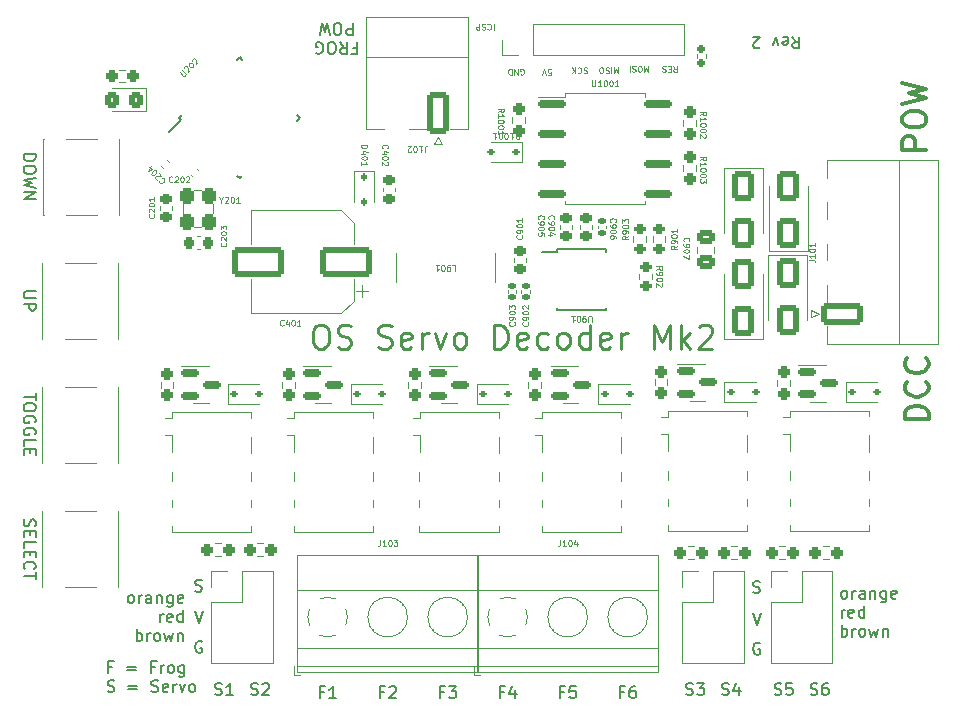
<source format=gbr>
%TF.GenerationSoftware,KiCad,Pcbnew,8.0.2*%
%TF.CreationDate,2024-10-12T15:06:23+02:00*%
%TF.ProjectId,OS-servoDriver_relay,4f532d73-6572-4766-9f44-72697665725f,rev?*%
%TF.SameCoordinates,Original*%
%TF.FileFunction,Legend,Top*%
%TF.FilePolarity,Positive*%
%FSLAX46Y46*%
G04 Gerber Fmt 4.6, Leading zero omitted, Abs format (unit mm)*
G04 Created by KiCad (PCBNEW 8.0.2) date 2024-10-12 15:06:23*
%MOMM*%
%LPD*%
G01*
G04 APERTURE LIST*
G04 Aperture macros list*
%AMRoundRect*
0 Rectangle with rounded corners*
0 $1 Rounding radius*
0 $2 $3 $4 $5 $6 $7 $8 $9 X,Y pos of 4 corners*
0 Add a 4 corners polygon primitive as box body*
4,1,4,$2,$3,$4,$5,$6,$7,$8,$9,$2,$3,0*
0 Add four circle primitives for the rounded corners*
1,1,$1+$1,$2,$3*
1,1,$1+$1,$4,$5*
1,1,$1+$1,$6,$7*
1,1,$1+$1,$8,$9*
0 Add four rect primitives between the rounded corners*
20,1,$1+$1,$2,$3,$4,$5,0*
20,1,$1+$1,$4,$5,$6,$7,0*
20,1,$1+$1,$6,$7,$8,$9,0*
20,1,$1+$1,$8,$9,$2,$3,0*%
%AMRotRect*
0 Rectangle, with rotation*
0 The origin of the aperture is its center*
0 $1 length*
0 $2 width*
0 $3 Rotation angle, in degrees counterclockwise*
0 Add horizontal line*
21,1,$1,$2,0,0,$3*%
G04 Aperture macros list end*
%ADD10C,0.075000*%
%ADD11C,0.150000*%
%ADD12C,0.250000*%
%ADD13C,0.300000*%
%ADD14C,0.120000*%
%ADD15RoundRect,0.237500X0.237500X-0.250000X0.237500X0.250000X-0.237500X0.250000X-0.237500X-0.250000X0*%
%ADD16RoundRect,0.112500X-0.187500X-0.112500X0.187500X-0.112500X0.187500X0.112500X-0.187500X0.112500X0*%
%ADD17RoundRect,0.225000X0.250000X-0.225000X0.250000X0.225000X-0.250000X0.225000X-0.250000X-0.225000X0*%
%ADD18RoundRect,0.140000X-0.170000X0.140000X-0.170000X-0.140000X0.170000X-0.140000X0.170000X0.140000X0*%
%ADD19RoundRect,0.250000X1.950000X1.000000X-1.950000X1.000000X-1.950000X-1.000000X1.950000X-1.000000X0*%
%ADD20RoundRect,0.250000X0.650000X-1.000000X0.650000X1.000000X-0.650000X1.000000X-0.650000X-1.000000X0*%
%ADD21RoundRect,0.112500X0.187500X0.112500X-0.187500X0.112500X-0.187500X-0.112500X0.187500X-0.112500X0*%
%ADD22R,1.800000X0.800000*%
%ADD23RoundRect,0.250000X-0.650000X1.000000X-0.650000X-1.000000X0.650000X-1.000000X0.650000X1.000000X0*%
%ADD24RoundRect,0.160000X-0.160000X0.197500X-0.160000X-0.197500X0.160000X-0.197500X0.160000X0.197500X0*%
%ADD25RoundRect,0.237500X0.250000X0.237500X-0.250000X0.237500X-0.250000X-0.237500X0.250000X-0.237500X0*%
%ADD26C,3.200000*%
%ADD27R,1.300000X1.550000*%
%ADD28R,1.910000X0.610000*%
%ADD29R,1.205000X1.550000*%
%ADD30R,2.600000X2.600000*%
%ADD31C,2.600000*%
%ADD32RoundRect,0.150000X-0.587500X-0.150000X0.587500X-0.150000X0.587500X0.150000X-0.587500X0.150000X0*%
%ADD33RoundRect,0.112500X-0.112500X0.187500X-0.112500X-0.187500X0.112500X-0.187500X0.112500X0.187500X0*%
%ADD34RoundRect,0.200000X-0.275000X0.200000X-0.275000X-0.200000X0.275000X-0.200000X0.275000X0.200000X0*%
%ADD35RoundRect,0.225000X-0.250000X0.225000X-0.250000X-0.225000X0.250000X-0.225000X0.250000X0.225000X0*%
%ADD36R,1.700000X1.700000*%
%ADD37O,1.700000X1.700000*%
%ADD38R,8.200000X2.600000*%
%ADD39RoundRect,0.162500X-1.012500X-0.162500X1.012500X-0.162500X1.012500X0.162500X-1.012500X0.162500X0*%
%ADD40RoundRect,0.237500X-0.237500X0.250000X-0.237500X-0.250000X0.237500X-0.250000X0.237500X0.250000X0*%
%ADD41RoundRect,0.300000X-0.300000X0.400000X-0.300000X-0.400000X0.300000X-0.400000X0.300000X0.400000X0*%
%ADD42RoundRect,0.140000X0.219203X0.021213X0.021213X0.219203X-0.219203X-0.021213X-0.021213X-0.219203X0*%
%ADD43RoundRect,0.250000X-0.475000X0.337500X-0.475000X-0.337500X0.475000X-0.337500X0.475000X0.337500X0*%
%ADD44RoundRect,0.250000X0.650000X1.550000X-0.650000X1.550000X-0.650000X-1.550000X0.650000X-1.550000X0*%
%ADD45O,1.800000X3.600000*%
%ADD46RotRect,1.600000X0.550000X45.000000*%
%ADD47RotRect,1.600000X0.550000X135.000000*%
%ADD48RoundRect,0.225000X-0.225000X-0.250000X0.225000X-0.250000X0.225000X0.250000X-0.225000X0.250000X0*%
%ADD49RoundRect,0.250000X1.550000X-0.650000X1.550000X0.650000X-1.550000X0.650000X-1.550000X-0.650000X0*%
%ADD50O,3.600000X1.800000*%
%ADD51RoundRect,0.200000X0.275000X-0.200000X0.275000X0.200000X-0.275000X0.200000X-0.275000X-0.200000X0*%
%ADD52RoundRect,0.237500X-0.250000X-0.237500X0.250000X-0.237500X0.250000X0.237500X-0.250000X0.237500X0*%
%ADD53RoundRect,0.250000X0.325000X0.450000X-0.325000X0.450000X-0.325000X-0.450000X0.325000X-0.450000X0*%
G04 APERTURE END LIST*
D10*
X211413610Y-103062090D02*
X211413610Y-103562090D01*
X210889801Y-103109709D02*
X210913610Y-103085900D01*
X210913610Y-103085900D02*
X210985039Y-103062090D01*
X210985039Y-103062090D02*
X211032658Y-103062090D01*
X211032658Y-103062090D02*
X211104086Y-103085900D01*
X211104086Y-103085900D02*
X211151705Y-103133519D01*
X211151705Y-103133519D02*
X211175515Y-103181138D01*
X211175515Y-103181138D02*
X211199324Y-103276376D01*
X211199324Y-103276376D02*
X211199324Y-103347804D01*
X211199324Y-103347804D02*
X211175515Y-103443042D01*
X211175515Y-103443042D02*
X211151705Y-103490661D01*
X211151705Y-103490661D02*
X211104086Y-103538280D01*
X211104086Y-103538280D02*
X211032658Y-103562090D01*
X211032658Y-103562090D02*
X210985039Y-103562090D01*
X210985039Y-103562090D02*
X210913610Y-103538280D01*
X210913610Y-103538280D02*
X210889801Y-103514471D01*
X210699324Y-103085900D02*
X210627896Y-103062090D01*
X210627896Y-103062090D02*
X210508848Y-103062090D01*
X210508848Y-103062090D02*
X210461229Y-103085900D01*
X210461229Y-103085900D02*
X210437420Y-103109709D01*
X210437420Y-103109709D02*
X210413610Y-103157328D01*
X210413610Y-103157328D02*
X210413610Y-103204947D01*
X210413610Y-103204947D02*
X210437420Y-103252566D01*
X210437420Y-103252566D02*
X210461229Y-103276376D01*
X210461229Y-103276376D02*
X210508848Y-103300185D01*
X210508848Y-103300185D02*
X210604086Y-103323995D01*
X210604086Y-103323995D02*
X210651705Y-103347804D01*
X210651705Y-103347804D02*
X210675515Y-103371614D01*
X210675515Y-103371614D02*
X210699324Y-103419233D01*
X210699324Y-103419233D02*
X210699324Y-103466852D01*
X210699324Y-103466852D02*
X210675515Y-103514471D01*
X210675515Y-103514471D02*
X210651705Y-103538280D01*
X210651705Y-103538280D02*
X210604086Y-103562090D01*
X210604086Y-103562090D02*
X210485039Y-103562090D01*
X210485039Y-103562090D02*
X210413610Y-103538280D01*
X210199325Y-103062090D02*
X210199325Y-103562090D01*
X210199325Y-103562090D02*
X210008849Y-103562090D01*
X210008849Y-103562090D02*
X209961230Y-103538280D01*
X209961230Y-103538280D02*
X209937420Y-103514471D01*
X209937420Y-103514471D02*
X209913611Y-103466852D01*
X209913611Y-103466852D02*
X209913611Y-103395423D01*
X209913611Y-103395423D02*
X209937420Y-103347804D01*
X209937420Y-103347804D02*
X209961230Y-103323995D01*
X209961230Y-103323995D02*
X210008849Y-103300185D01*
X210008849Y-103300185D02*
X210199325Y-103300185D01*
D11*
X172630180Y-125714286D02*
X171820657Y-125714286D01*
X171820657Y-125714286D02*
X171725419Y-125761905D01*
X171725419Y-125761905D02*
X171677800Y-125809524D01*
X171677800Y-125809524D02*
X171630180Y-125904762D01*
X171630180Y-125904762D02*
X171630180Y-126095238D01*
X171630180Y-126095238D02*
X171677800Y-126190476D01*
X171677800Y-126190476D02*
X171725419Y-126238095D01*
X171725419Y-126238095D02*
X171820657Y-126285714D01*
X171820657Y-126285714D02*
X172630180Y-126285714D01*
X171630180Y-126761905D02*
X172630180Y-126761905D01*
X172630180Y-126761905D02*
X172630180Y-127142857D01*
X172630180Y-127142857D02*
X172582561Y-127238095D01*
X172582561Y-127238095D02*
X172534942Y-127285714D01*
X172534942Y-127285714D02*
X172439704Y-127333333D01*
X172439704Y-127333333D02*
X172296847Y-127333333D01*
X172296847Y-127333333D02*
X172201609Y-127285714D01*
X172201609Y-127285714D02*
X172153990Y-127238095D01*
X172153990Y-127238095D02*
X172106371Y-127142857D01*
X172106371Y-127142857D02*
X172106371Y-126761905D01*
X238252095Y-159842200D02*
X238394952Y-159889819D01*
X238394952Y-159889819D02*
X238633047Y-159889819D01*
X238633047Y-159889819D02*
X238728285Y-159842200D01*
X238728285Y-159842200D02*
X238775904Y-159794580D01*
X238775904Y-159794580D02*
X238823523Y-159699342D01*
X238823523Y-159699342D02*
X238823523Y-159604104D01*
X238823523Y-159604104D02*
X238775904Y-159508866D01*
X238775904Y-159508866D02*
X238728285Y-159461247D01*
X238728285Y-159461247D02*
X238633047Y-159413628D01*
X238633047Y-159413628D02*
X238442571Y-159366009D01*
X238442571Y-159366009D02*
X238347333Y-159318390D01*
X238347333Y-159318390D02*
X238299714Y-159270771D01*
X238299714Y-159270771D02*
X238252095Y-159175533D01*
X238252095Y-159175533D02*
X238252095Y-159080295D01*
X238252095Y-159080295D02*
X238299714Y-158985057D01*
X238299714Y-158985057D02*
X238347333Y-158937438D01*
X238347333Y-158937438D02*
X238442571Y-158889819D01*
X238442571Y-158889819D02*
X238680666Y-158889819D01*
X238680666Y-158889819D02*
X238823523Y-158937438D01*
X239680666Y-158889819D02*
X239490190Y-158889819D01*
X239490190Y-158889819D02*
X239394952Y-158937438D01*
X239394952Y-158937438D02*
X239347333Y-158985057D01*
X239347333Y-158985057D02*
X239252095Y-159127914D01*
X239252095Y-159127914D02*
X239204476Y-159318390D01*
X239204476Y-159318390D02*
X239204476Y-159699342D01*
X239204476Y-159699342D02*
X239252095Y-159794580D01*
X239252095Y-159794580D02*
X239299714Y-159842200D01*
X239299714Y-159842200D02*
X239394952Y-159889819D01*
X239394952Y-159889819D02*
X239585428Y-159889819D01*
X239585428Y-159889819D02*
X239680666Y-159842200D01*
X239680666Y-159842200D02*
X239728285Y-159794580D01*
X239728285Y-159794580D02*
X239775904Y-159699342D01*
X239775904Y-159699342D02*
X239775904Y-159461247D01*
X239775904Y-159461247D02*
X239728285Y-159366009D01*
X239728285Y-159366009D02*
X239680666Y-159318390D01*
X239680666Y-159318390D02*
X239585428Y-159270771D01*
X239585428Y-159270771D02*
X239394952Y-159270771D01*
X239394952Y-159270771D02*
X239299714Y-159318390D01*
X239299714Y-159318390D02*
X239252095Y-159366009D01*
X239252095Y-159366009D02*
X239204476Y-159461247D01*
X233394286Y-151206200D02*
X233537143Y-151253819D01*
X233537143Y-151253819D02*
X233775238Y-151253819D01*
X233775238Y-151253819D02*
X233870476Y-151206200D01*
X233870476Y-151206200D02*
X233918095Y-151158580D01*
X233918095Y-151158580D02*
X233965714Y-151063342D01*
X233965714Y-151063342D02*
X233965714Y-150968104D01*
X233965714Y-150968104D02*
X233918095Y-150872866D01*
X233918095Y-150872866D02*
X233870476Y-150825247D01*
X233870476Y-150825247D02*
X233775238Y-150777628D01*
X233775238Y-150777628D02*
X233584762Y-150730009D01*
X233584762Y-150730009D02*
X233489524Y-150682390D01*
X233489524Y-150682390D02*
X233441905Y-150634771D01*
X233441905Y-150634771D02*
X233394286Y-150539533D01*
X233394286Y-150539533D02*
X233394286Y-150444295D01*
X233394286Y-150444295D02*
X233441905Y-150349057D01*
X233441905Y-150349057D02*
X233489524Y-150301438D01*
X233489524Y-150301438D02*
X233584762Y-150253819D01*
X233584762Y-150253819D02*
X233822857Y-150253819D01*
X233822857Y-150253819D02*
X233965714Y-150301438D01*
D10*
X221954610Y-106745090D02*
X221954610Y-107245090D01*
X221954610Y-107245090D02*
X221787943Y-106887947D01*
X221787943Y-106887947D02*
X221621277Y-107245090D01*
X221621277Y-107245090D02*
X221621277Y-106745090D01*
X221383181Y-106745090D02*
X221383181Y-107245090D01*
X221168895Y-106768900D02*
X221097467Y-106745090D01*
X221097467Y-106745090D02*
X220978419Y-106745090D01*
X220978419Y-106745090D02*
X220930800Y-106768900D01*
X220930800Y-106768900D02*
X220906991Y-106792709D01*
X220906991Y-106792709D02*
X220883181Y-106840328D01*
X220883181Y-106840328D02*
X220883181Y-106887947D01*
X220883181Y-106887947D02*
X220906991Y-106935566D01*
X220906991Y-106935566D02*
X220930800Y-106959376D01*
X220930800Y-106959376D02*
X220978419Y-106983185D01*
X220978419Y-106983185D02*
X221073657Y-107006995D01*
X221073657Y-107006995D02*
X221121276Y-107030804D01*
X221121276Y-107030804D02*
X221145086Y-107054614D01*
X221145086Y-107054614D02*
X221168895Y-107102233D01*
X221168895Y-107102233D02*
X221168895Y-107149852D01*
X221168895Y-107149852D02*
X221145086Y-107197471D01*
X221145086Y-107197471D02*
X221121276Y-107221280D01*
X221121276Y-107221280D02*
X221073657Y-107245090D01*
X221073657Y-107245090D02*
X220954610Y-107245090D01*
X220954610Y-107245090D02*
X220883181Y-107221280D01*
X220573658Y-107245090D02*
X220478420Y-107245090D01*
X220478420Y-107245090D02*
X220430801Y-107221280D01*
X220430801Y-107221280D02*
X220383182Y-107173661D01*
X220383182Y-107173661D02*
X220359372Y-107078423D01*
X220359372Y-107078423D02*
X220359372Y-106911757D01*
X220359372Y-106911757D02*
X220383182Y-106816519D01*
X220383182Y-106816519D02*
X220430801Y-106768900D01*
X220430801Y-106768900D02*
X220478420Y-106745090D01*
X220478420Y-106745090D02*
X220573658Y-106745090D01*
X220573658Y-106745090D02*
X220621277Y-106768900D01*
X220621277Y-106768900D02*
X220668896Y-106816519D01*
X220668896Y-106816519D02*
X220692705Y-106911757D01*
X220692705Y-106911757D02*
X220692705Y-107078423D01*
X220692705Y-107078423D02*
X220668896Y-107173661D01*
X220668896Y-107173661D02*
X220621277Y-107221280D01*
X220621277Y-107221280D02*
X220573658Y-107245090D01*
D11*
X172630180Y-134333333D02*
X172630180Y-134904761D01*
X171630180Y-134619047D02*
X172630180Y-134619047D01*
X172630180Y-135428571D02*
X172630180Y-135619047D01*
X172630180Y-135619047D02*
X172582561Y-135714285D01*
X172582561Y-135714285D02*
X172487323Y-135809523D01*
X172487323Y-135809523D02*
X172296847Y-135857142D01*
X172296847Y-135857142D02*
X171963514Y-135857142D01*
X171963514Y-135857142D02*
X171773038Y-135809523D01*
X171773038Y-135809523D02*
X171677800Y-135714285D01*
X171677800Y-135714285D02*
X171630180Y-135619047D01*
X171630180Y-135619047D02*
X171630180Y-135428571D01*
X171630180Y-135428571D02*
X171677800Y-135333333D01*
X171677800Y-135333333D02*
X171773038Y-135238095D01*
X171773038Y-135238095D02*
X171963514Y-135190476D01*
X171963514Y-135190476D02*
X172296847Y-135190476D01*
X172296847Y-135190476D02*
X172487323Y-135238095D01*
X172487323Y-135238095D02*
X172582561Y-135333333D01*
X172582561Y-135333333D02*
X172630180Y-135428571D01*
X172582561Y-136809523D02*
X172630180Y-136714285D01*
X172630180Y-136714285D02*
X172630180Y-136571428D01*
X172630180Y-136571428D02*
X172582561Y-136428571D01*
X172582561Y-136428571D02*
X172487323Y-136333333D01*
X172487323Y-136333333D02*
X172392085Y-136285714D01*
X172392085Y-136285714D02*
X172201609Y-136238095D01*
X172201609Y-136238095D02*
X172058752Y-136238095D01*
X172058752Y-136238095D02*
X171868276Y-136285714D01*
X171868276Y-136285714D02*
X171773038Y-136333333D01*
X171773038Y-136333333D02*
X171677800Y-136428571D01*
X171677800Y-136428571D02*
X171630180Y-136571428D01*
X171630180Y-136571428D02*
X171630180Y-136666666D01*
X171630180Y-136666666D02*
X171677800Y-136809523D01*
X171677800Y-136809523D02*
X171725419Y-136857142D01*
X171725419Y-136857142D02*
X172058752Y-136857142D01*
X172058752Y-136857142D02*
X172058752Y-136666666D01*
X172582561Y-137809523D02*
X172630180Y-137714285D01*
X172630180Y-137714285D02*
X172630180Y-137571428D01*
X172630180Y-137571428D02*
X172582561Y-137428571D01*
X172582561Y-137428571D02*
X172487323Y-137333333D01*
X172487323Y-137333333D02*
X172392085Y-137285714D01*
X172392085Y-137285714D02*
X172201609Y-137238095D01*
X172201609Y-137238095D02*
X172058752Y-137238095D01*
X172058752Y-137238095D02*
X171868276Y-137285714D01*
X171868276Y-137285714D02*
X171773038Y-137333333D01*
X171773038Y-137333333D02*
X171677800Y-137428571D01*
X171677800Y-137428571D02*
X171630180Y-137571428D01*
X171630180Y-137571428D02*
X171630180Y-137666666D01*
X171630180Y-137666666D02*
X171677800Y-137809523D01*
X171677800Y-137809523D02*
X171725419Y-137857142D01*
X171725419Y-137857142D02*
X172058752Y-137857142D01*
X172058752Y-137857142D02*
X172058752Y-137666666D01*
X171630180Y-138761904D02*
X171630180Y-138285714D01*
X171630180Y-138285714D02*
X172630180Y-138285714D01*
X172153990Y-139095238D02*
X172153990Y-139428571D01*
X171630180Y-139571428D02*
X171630180Y-139095238D01*
X171630180Y-139095238D02*
X172630180Y-139095238D01*
X172630180Y-139095238D02*
X172630180Y-139571428D01*
X186102667Y-152793819D02*
X186436000Y-153793819D01*
X186436000Y-153793819D02*
X186769333Y-152793819D01*
X171630180Y-114119048D02*
X172630180Y-114119048D01*
X172630180Y-114119048D02*
X172630180Y-114357143D01*
X172630180Y-114357143D02*
X172582561Y-114500000D01*
X172582561Y-114500000D02*
X172487323Y-114595238D01*
X172487323Y-114595238D02*
X172392085Y-114642857D01*
X172392085Y-114642857D02*
X172201609Y-114690476D01*
X172201609Y-114690476D02*
X172058752Y-114690476D01*
X172058752Y-114690476D02*
X171868276Y-114642857D01*
X171868276Y-114642857D02*
X171773038Y-114595238D01*
X171773038Y-114595238D02*
X171677800Y-114500000D01*
X171677800Y-114500000D02*
X171630180Y-114357143D01*
X171630180Y-114357143D02*
X171630180Y-114119048D01*
X172630180Y-115309524D02*
X172630180Y-115500000D01*
X172630180Y-115500000D02*
X172582561Y-115595238D01*
X172582561Y-115595238D02*
X172487323Y-115690476D01*
X172487323Y-115690476D02*
X172296847Y-115738095D01*
X172296847Y-115738095D02*
X171963514Y-115738095D01*
X171963514Y-115738095D02*
X171773038Y-115690476D01*
X171773038Y-115690476D02*
X171677800Y-115595238D01*
X171677800Y-115595238D02*
X171630180Y-115500000D01*
X171630180Y-115500000D02*
X171630180Y-115309524D01*
X171630180Y-115309524D02*
X171677800Y-115214286D01*
X171677800Y-115214286D02*
X171773038Y-115119048D01*
X171773038Y-115119048D02*
X171963514Y-115071429D01*
X171963514Y-115071429D02*
X172296847Y-115071429D01*
X172296847Y-115071429D02*
X172487323Y-115119048D01*
X172487323Y-115119048D02*
X172582561Y-115214286D01*
X172582561Y-115214286D02*
X172630180Y-115309524D01*
X172630180Y-116071429D02*
X171630180Y-116309524D01*
X171630180Y-116309524D02*
X172344466Y-116500000D01*
X172344466Y-116500000D02*
X171630180Y-116690476D01*
X171630180Y-116690476D02*
X172630180Y-116928572D01*
X171630180Y-117309524D02*
X172630180Y-117309524D01*
X172630180Y-117309524D02*
X171630180Y-117880952D01*
X171630180Y-117880952D02*
X172630180Y-117880952D01*
X241017636Y-151716931D02*
X240922398Y-151669312D01*
X240922398Y-151669312D02*
X240874779Y-151621692D01*
X240874779Y-151621692D02*
X240827160Y-151526454D01*
X240827160Y-151526454D02*
X240827160Y-151240740D01*
X240827160Y-151240740D02*
X240874779Y-151145502D01*
X240874779Y-151145502D02*
X240922398Y-151097883D01*
X240922398Y-151097883D02*
X241017636Y-151050264D01*
X241017636Y-151050264D02*
X241160493Y-151050264D01*
X241160493Y-151050264D02*
X241255731Y-151097883D01*
X241255731Y-151097883D02*
X241303350Y-151145502D01*
X241303350Y-151145502D02*
X241350969Y-151240740D01*
X241350969Y-151240740D02*
X241350969Y-151526454D01*
X241350969Y-151526454D02*
X241303350Y-151621692D01*
X241303350Y-151621692D02*
X241255731Y-151669312D01*
X241255731Y-151669312D02*
X241160493Y-151716931D01*
X241160493Y-151716931D02*
X241017636Y-151716931D01*
X241779541Y-151716931D02*
X241779541Y-151050264D01*
X241779541Y-151240740D02*
X241827160Y-151145502D01*
X241827160Y-151145502D02*
X241874779Y-151097883D01*
X241874779Y-151097883D02*
X241970017Y-151050264D01*
X241970017Y-151050264D02*
X242065255Y-151050264D01*
X242827160Y-151716931D02*
X242827160Y-151193121D01*
X242827160Y-151193121D02*
X242779541Y-151097883D01*
X242779541Y-151097883D02*
X242684303Y-151050264D01*
X242684303Y-151050264D02*
X242493827Y-151050264D01*
X242493827Y-151050264D02*
X242398589Y-151097883D01*
X242827160Y-151669312D02*
X242731922Y-151716931D01*
X242731922Y-151716931D02*
X242493827Y-151716931D01*
X242493827Y-151716931D02*
X242398589Y-151669312D01*
X242398589Y-151669312D02*
X242350970Y-151574073D01*
X242350970Y-151574073D02*
X242350970Y-151478835D01*
X242350970Y-151478835D02*
X242398589Y-151383597D01*
X242398589Y-151383597D02*
X242493827Y-151335978D01*
X242493827Y-151335978D02*
X242731922Y-151335978D01*
X242731922Y-151335978D02*
X242827160Y-151288359D01*
X243303351Y-151050264D02*
X243303351Y-151716931D01*
X243303351Y-151145502D02*
X243350970Y-151097883D01*
X243350970Y-151097883D02*
X243446208Y-151050264D01*
X243446208Y-151050264D02*
X243589065Y-151050264D01*
X243589065Y-151050264D02*
X243684303Y-151097883D01*
X243684303Y-151097883D02*
X243731922Y-151193121D01*
X243731922Y-151193121D02*
X243731922Y-151716931D01*
X244636684Y-151050264D02*
X244636684Y-151859788D01*
X244636684Y-151859788D02*
X244589065Y-151955026D01*
X244589065Y-151955026D02*
X244541446Y-152002645D01*
X244541446Y-152002645D02*
X244446208Y-152050264D01*
X244446208Y-152050264D02*
X244303351Y-152050264D01*
X244303351Y-152050264D02*
X244208113Y-152002645D01*
X244636684Y-151669312D02*
X244541446Y-151716931D01*
X244541446Y-151716931D02*
X244350970Y-151716931D01*
X244350970Y-151716931D02*
X244255732Y-151669312D01*
X244255732Y-151669312D02*
X244208113Y-151621692D01*
X244208113Y-151621692D02*
X244160494Y-151526454D01*
X244160494Y-151526454D02*
X244160494Y-151240740D01*
X244160494Y-151240740D02*
X244208113Y-151145502D01*
X244208113Y-151145502D02*
X244255732Y-151097883D01*
X244255732Y-151097883D02*
X244350970Y-151050264D01*
X244350970Y-151050264D02*
X244541446Y-151050264D01*
X244541446Y-151050264D02*
X244636684Y-151097883D01*
X245493827Y-151669312D02*
X245398589Y-151716931D01*
X245398589Y-151716931D02*
X245208113Y-151716931D01*
X245208113Y-151716931D02*
X245112875Y-151669312D01*
X245112875Y-151669312D02*
X245065256Y-151574073D01*
X245065256Y-151574073D02*
X245065256Y-151193121D01*
X245065256Y-151193121D02*
X245112875Y-151097883D01*
X245112875Y-151097883D02*
X245208113Y-151050264D01*
X245208113Y-151050264D02*
X245398589Y-151050264D01*
X245398589Y-151050264D02*
X245493827Y-151097883D01*
X245493827Y-151097883D02*
X245541446Y-151193121D01*
X245541446Y-151193121D02*
X245541446Y-151288359D01*
X245541446Y-151288359D02*
X245065256Y-151383597D01*
X240874779Y-153326875D02*
X240874779Y-152660208D01*
X240874779Y-152850684D02*
X240922398Y-152755446D01*
X240922398Y-152755446D02*
X240970017Y-152707827D01*
X240970017Y-152707827D02*
X241065255Y-152660208D01*
X241065255Y-152660208D02*
X241160493Y-152660208D01*
X241874779Y-153279256D02*
X241779541Y-153326875D01*
X241779541Y-153326875D02*
X241589065Y-153326875D01*
X241589065Y-153326875D02*
X241493827Y-153279256D01*
X241493827Y-153279256D02*
X241446208Y-153184017D01*
X241446208Y-153184017D02*
X241446208Y-152803065D01*
X241446208Y-152803065D02*
X241493827Y-152707827D01*
X241493827Y-152707827D02*
X241589065Y-152660208D01*
X241589065Y-152660208D02*
X241779541Y-152660208D01*
X241779541Y-152660208D02*
X241874779Y-152707827D01*
X241874779Y-152707827D02*
X241922398Y-152803065D01*
X241922398Y-152803065D02*
X241922398Y-152898303D01*
X241922398Y-152898303D02*
X241446208Y-152993541D01*
X242779541Y-153326875D02*
X242779541Y-152326875D01*
X242779541Y-153279256D02*
X242684303Y-153326875D01*
X242684303Y-153326875D02*
X242493827Y-153326875D01*
X242493827Y-153326875D02*
X242398589Y-153279256D01*
X242398589Y-153279256D02*
X242350970Y-153231636D01*
X242350970Y-153231636D02*
X242303351Y-153136398D01*
X242303351Y-153136398D02*
X242303351Y-152850684D01*
X242303351Y-152850684D02*
X242350970Y-152755446D01*
X242350970Y-152755446D02*
X242398589Y-152707827D01*
X242398589Y-152707827D02*
X242493827Y-152660208D01*
X242493827Y-152660208D02*
X242684303Y-152660208D01*
X242684303Y-152660208D02*
X242779541Y-152707827D01*
X240874779Y-154936819D02*
X240874779Y-153936819D01*
X240874779Y-154317771D02*
X240970017Y-154270152D01*
X240970017Y-154270152D02*
X241160493Y-154270152D01*
X241160493Y-154270152D02*
X241255731Y-154317771D01*
X241255731Y-154317771D02*
X241303350Y-154365390D01*
X241303350Y-154365390D02*
X241350969Y-154460628D01*
X241350969Y-154460628D02*
X241350969Y-154746342D01*
X241350969Y-154746342D02*
X241303350Y-154841580D01*
X241303350Y-154841580D02*
X241255731Y-154889200D01*
X241255731Y-154889200D02*
X241160493Y-154936819D01*
X241160493Y-154936819D02*
X240970017Y-154936819D01*
X240970017Y-154936819D02*
X240874779Y-154889200D01*
X241779541Y-154936819D02*
X241779541Y-154270152D01*
X241779541Y-154460628D02*
X241827160Y-154365390D01*
X241827160Y-154365390D02*
X241874779Y-154317771D01*
X241874779Y-154317771D02*
X241970017Y-154270152D01*
X241970017Y-154270152D02*
X242065255Y-154270152D01*
X242541446Y-154936819D02*
X242446208Y-154889200D01*
X242446208Y-154889200D02*
X242398589Y-154841580D01*
X242398589Y-154841580D02*
X242350970Y-154746342D01*
X242350970Y-154746342D02*
X242350970Y-154460628D01*
X242350970Y-154460628D02*
X242398589Y-154365390D01*
X242398589Y-154365390D02*
X242446208Y-154317771D01*
X242446208Y-154317771D02*
X242541446Y-154270152D01*
X242541446Y-154270152D02*
X242684303Y-154270152D01*
X242684303Y-154270152D02*
X242779541Y-154317771D01*
X242779541Y-154317771D02*
X242827160Y-154365390D01*
X242827160Y-154365390D02*
X242874779Y-154460628D01*
X242874779Y-154460628D02*
X242874779Y-154746342D01*
X242874779Y-154746342D02*
X242827160Y-154841580D01*
X242827160Y-154841580D02*
X242779541Y-154889200D01*
X242779541Y-154889200D02*
X242684303Y-154936819D01*
X242684303Y-154936819D02*
X242541446Y-154936819D01*
X243208113Y-154270152D02*
X243398589Y-154936819D01*
X243398589Y-154936819D02*
X243589065Y-154460628D01*
X243589065Y-154460628D02*
X243779541Y-154936819D01*
X243779541Y-154936819D02*
X243970017Y-154270152D01*
X244350970Y-154270152D02*
X244350970Y-154936819D01*
X244350970Y-154365390D02*
X244398589Y-154317771D01*
X244398589Y-154317771D02*
X244493827Y-154270152D01*
X244493827Y-154270152D02*
X244636684Y-154270152D01*
X244636684Y-154270152D02*
X244731922Y-154317771D01*
X244731922Y-154317771D02*
X244779541Y-154413009D01*
X244779541Y-154413009D02*
X244779541Y-154936819D01*
X171677800Y-145023809D02*
X171630180Y-145166666D01*
X171630180Y-145166666D02*
X171630180Y-145404761D01*
X171630180Y-145404761D02*
X171677800Y-145499999D01*
X171677800Y-145499999D02*
X171725419Y-145547618D01*
X171725419Y-145547618D02*
X171820657Y-145595237D01*
X171820657Y-145595237D02*
X171915895Y-145595237D01*
X171915895Y-145595237D02*
X172011133Y-145547618D01*
X172011133Y-145547618D02*
X172058752Y-145499999D01*
X172058752Y-145499999D02*
X172106371Y-145404761D01*
X172106371Y-145404761D02*
X172153990Y-145214285D01*
X172153990Y-145214285D02*
X172201609Y-145119047D01*
X172201609Y-145119047D02*
X172249228Y-145071428D01*
X172249228Y-145071428D02*
X172344466Y-145023809D01*
X172344466Y-145023809D02*
X172439704Y-145023809D01*
X172439704Y-145023809D02*
X172534942Y-145071428D01*
X172534942Y-145071428D02*
X172582561Y-145119047D01*
X172582561Y-145119047D02*
X172630180Y-145214285D01*
X172630180Y-145214285D02*
X172630180Y-145452380D01*
X172630180Y-145452380D02*
X172582561Y-145595237D01*
X172153990Y-146023809D02*
X172153990Y-146357142D01*
X171630180Y-146499999D02*
X171630180Y-146023809D01*
X171630180Y-146023809D02*
X172630180Y-146023809D01*
X172630180Y-146023809D02*
X172630180Y-146499999D01*
X171630180Y-147404761D02*
X171630180Y-146928571D01*
X171630180Y-146928571D02*
X172630180Y-146928571D01*
X172153990Y-147738095D02*
X172153990Y-148071428D01*
X171630180Y-148214285D02*
X171630180Y-147738095D01*
X171630180Y-147738095D02*
X172630180Y-147738095D01*
X172630180Y-147738095D02*
X172630180Y-148214285D01*
X171725419Y-149214285D02*
X171677800Y-149166666D01*
X171677800Y-149166666D02*
X171630180Y-149023809D01*
X171630180Y-149023809D02*
X171630180Y-148928571D01*
X171630180Y-148928571D02*
X171677800Y-148785714D01*
X171677800Y-148785714D02*
X171773038Y-148690476D01*
X171773038Y-148690476D02*
X171868276Y-148642857D01*
X171868276Y-148642857D02*
X172058752Y-148595238D01*
X172058752Y-148595238D02*
X172201609Y-148595238D01*
X172201609Y-148595238D02*
X172392085Y-148642857D01*
X172392085Y-148642857D02*
X172487323Y-148690476D01*
X172487323Y-148690476D02*
X172582561Y-148785714D01*
X172582561Y-148785714D02*
X172630180Y-148928571D01*
X172630180Y-148928571D02*
X172630180Y-149023809D01*
X172630180Y-149023809D02*
X172582561Y-149166666D01*
X172582561Y-149166666D02*
X172534942Y-149214285D01*
X172630180Y-149500000D02*
X172630180Y-150071428D01*
X171630180Y-149785714D02*
X172630180Y-149785714D01*
X235204095Y-159842200D02*
X235346952Y-159889819D01*
X235346952Y-159889819D02*
X235585047Y-159889819D01*
X235585047Y-159889819D02*
X235680285Y-159842200D01*
X235680285Y-159842200D02*
X235727904Y-159794580D01*
X235727904Y-159794580D02*
X235775523Y-159699342D01*
X235775523Y-159699342D02*
X235775523Y-159604104D01*
X235775523Y-159604104D02*
X235727904Y-159508866D01*
X235727904Y-159508866D02*
X235680285Y-159461247D01*
X235680285Y-159461247D02*
X235585047Y-159413628D01*
X235585047Y-159413628D02*
X235394571Y-159366009D01*
X235394571Y-159366009D02*
X235299333Y-159318390D01*
X235299333Y-159318390D02*
X235251714Y-159270771D01*
X235251714Y-159270771D02*
X235204095Y-159175533D01*
X235204095Y-159175533D02*
X235204095Y-159080295D01*
X235204095Y-159080295D02*
X235251714Y-158985057D01*
X235251714Y-158985057D02*
X235299333Y-158937438D01*
X235299333Y-158937438D02*
X235394571Y-158889819D01*
X235394571Y-158889819D02*
X235632666Y-158889819D01*
X235632666Y-158889819D02*
X235775523Y-158937438D01*
X236680285Y-158889819D02*
X236204095Y-158889819D01*
X236204095Y-158889819D02*
X236156476Y-159366009D01*
X236156476Y-159366009D02*
X236204095Y-159318390D01*
X236204095Y-159318390D02*
X236299333Y-159270771D01*
X236299333Y-159270771D02*
X236537428Y-159270771D01*
X236537428Y-159270771D02*
X236632666Y-159318390D01*
X236632666Y-159318390D02*
X236680285Y-159366009D01*
X236680285Y-159366009D02*
X236727904Y-159461247D01*
X236727904Y-159461247D02*
X236727904Y-159699342D01*
X236727904Y-159699342D02*
X236680285Y-159794580D01*
X236680285Y-159794580D02*
X236632666Y-159842200D01*
X236632666Y-159842200D02*
X236537428Y-159889819D01*
X236537428Y-159889819D02*
X236299333Y-159889819D01*
X236299333Y-159889819D02*
X236204095Y-159842200D01*
X236204095Y-159842200D02*
X236156476Y-159794580D01*
X199500952Y-105133934D02*
X199834285Y-105133934D01*
X199834285Y-104610124D02*
X199834285Y-105610124D01*
X199834285Y-105610124D02*
X199358095Y-105610124D01*
X198405714Y-104610124D02*
X198739047Y-105086315D01*
X198977142Y-104610124D02*
X198977142Y-105610124D01*
X198977142Y-105610124D02*
X198596190Y-105610124D01*
X198596190Y-105610124D02*
X198500952Y-105562505D01*
X198500952Y-105562505D02*
X198453333Y-105514886D01*
X198453333Y-105514886D02*
X198405714Y-105419648D01*
X198405714Y-105419648D02*
X198405714Y-105276791D01*
X198405714Y-105276791D02*
X198453333Y-105181553D01*
X198453333Y-105181553D02*
X198500952Y-105133934D01*
X198500952Y-105133934D02*
X198596190Y-105086315D01*
X198596190Y-105086315D02*
X198977142Y-105086315D01*
X197786666Y-105610124D02*
X197596190Y-105610124D01*
X197596190Y-105610124D02*
X197500952Y-105562505D01*
X197500952Y-105562505D02*
X197405714Y-105467267D01*
X197405714Y-105467267D02*
X197358095Y-105276791D01*
X197358095Y-105276791D02*
X197358095Y-104943458D01*
X197358095Y-104943458D02*
X197405714Y-104752982D01*
X197405714Y-104752982D02*
X197500952Y-104657744D01*
X197500952Y-104657744D02*
X197596190Y-104610124D01*
X197596190Y-104610124D02*
X197786666Y-104610124D01*
X197786666Y-104610124D02*
X197881904Y-104657744D01*
X197881904Y-104657744D02*
X197977142Y-104752982D01*
X197977142Y-104752982D02*
X198024761Y-104943458D01*
X198024761Y-104943458D02*
X198024761Y-105276791D01*
X198024761Y-105276791D02*
X197977142Y-105467267D01*
X197977142Y-105467267D02*
X197881904Y-105562505D01*
X197881904Y-105562505D02*
X197786666Y-105610124D01*
X196405714Y-105562505D02*
X196500952Y-105610124D01*
X196500952Y-105610124D02*
X196643809Y-105610124D01*
X196643809Y-105610124D02*
X196786666Y-105562505D01*
X196786666Y-105562505D02*
X196881904Y-105467267D01*
X196881904Y-105467267D02*
X196929523Y-105372029D01*
X196929523Y-105372029D02*
X196977142Y-105181553D01*
X196977142Y-105181553D02*
X196977142Y-105038696D01*
X196977142Y-105038696D02*
X196929523Y-104848220D01*
X196929523Y-104848220D02*
X196881904Y-104752982D01*
X196881904Y-104752982D02*
X196786666Y-104657744D01*
X196786666Y-104657744D02*
X196643809Y-104610124D01*
X196643809Y-104610124D02*
X196548571Y-104610124D01*
X196548571Y-104610124D02*
X196405714Y-104657744D01*
X196405714Y-104657744D02*
X196358095Y-104705363D01*
X196358095Y-104705363D02*
X196358095Y-105038696D01*
X196358095Y-105038696D02*
X196548571Y-105038696D01*
X199477142Y-103000180D02*
X199477142Y-104000180D01*
X199477142Y-104000180D02*
X199096190Y-104000180D01*
X199096190Y-104000180D02*
X199000952Y-103952561D01*
X199000952Y-103952561D02*
X198953333Y-103904942D01*
X198953333Y-103904942D02*
X198905714Y-103809704D01*
X198905714Y-103809704D02*
X198905714Y-103666847D01*
X198905714Y-103666847D02*
X198953333Y-103571609D01*
X198953333Y-103571609D02*
X199000952Y-103523990D01*
X199000952Y-103523990D02*
X199096190Y-103476371D01*
X199096190Y-103476371D02*
X199477142Y-103476371D01*
X198286666Y-104000180D02*
X198096190Y-104000180D01*
X198096190Y-104000180D02*
X198000952Y-103952561D01*
X198000952Y-103952561D02*
X197905714Y-103857323D01*
X197905714Y-103857323D02*
X197858095Y-103666847D01*
X197858095Y-103666847D02*
X197858095Y-103333514D01*
X197858095Y-103333514D02*
X197905714Y-103143038D01*
X197905714Y-103143038D02*
X198000952Y-103047800D01*
X198000952Y-103047800D02*
X198096190Y-103000180D01*
X198096190Y-103000180D02*
X198286666Y-103000180D01*
X198286666Y-103000180D02*
X198381904Y-103047800D01*
X198381904Y-103047800D02*
X198477142Y-103143038D01*
X198477142Y-103143038D02*
X198524761Y-103333514D01*
X198524761Y-103333514D02*
X198524761Y-103666847D01*
X198524761Y-103666847D02*
X198477142Y-103857323D01*
X198477142Y-103857323D02*
X198381904Y-103952561D01*
X198381904Y-103952561D02*
X198286666Y-104000180D01*
X197524761Y-104000180D02*
X197286666Y-103000180D01*
X197286666Y-103000180D02*
X197096190Y-103714466D01*
X197096190Y-103714466D02*
X196905714Y-103000180D01*
X196905714Y-103000180D02*
X196667619Y-104000180D01*
X222424666Y-159620009D02*
X222091333Y-159620009D01*
X222091333Y-160143819D02*
X222091333Y-159143819D01*
X222091333Y-159143819D02*
X222567523Y-159143819D01*
X223377047Y-159143819D02*
X223186571Y-159143819D01*
X223186571Y-159143819D02*
X223091333Y-159191438D01*
X223091333Y-159191438D02*
X223043714Y-159239057D01*
X223043714Y-159239057D02*
X222948476Y-159381914D01*
X222948476Y-159381914D02*
X222900857Y-159572390D01*
X222900857Y-159572390D02*
X222900857Y-159953342D01*
X222900857Y-159953342D02*
X222948476Y-160048580D01*
X222948476Y-160048580D02*
X222996095Y-160096200D01*
X222996095Y-160096200D02*
X223091333Y-160143819D01*
X223091333Y-160143819D02*
X223281809Y-160143819D01*
X223281809Y-160143819D02*
X223377047Y-160096200D01*
X223377047Y-160096200D02*
X223424666Y-160048580D01*
X223424666Y-160048580D02*
X223472285Y-159953342D01*
X223472285Y-159953342D02*
X223472285Y-159715247D01*
X223472285Y-159715247D02*
X223424666Y-159620009D01*
X223424666Y-159620009D02*
X223377047Y-159572390D01*
X223377047Y-159572390D02*
X223281809Y-159524771D01*
X223281809Y-159524771D02*
X223091333Y-159524771D01*
X223091333Y-159524771D02*
X222996095Y-159572390D01*
X222996095Y-159572390D02*
X222948476Y-159620009D01*
X222948476Y-159620009D02*
X222900857Y-159715247D01*
X230759095Y-159842200D02*
X230901952Y-159889819D01*
X230901952Y-159889819D02*
X231140047Y-159889819D01*
X231140047Y-159889819D02*
X231235285Y-159842200D01*
X231235285Y-159842200D02*
X231282904Y-159794580D01*
X231282904Y-159794580D02*
X231330523Y-159699342D01*
X231330523Y-159699342D02*
X231330523Y-159604104D01*
X231330523Y-159604104D02*
X231282904Y-159508866D01*
X231282904Y-159508866D02*
X231235285Y-159461247D01*
X231235285Y-159461247D02*
X231140047Y-159413628D01*
X231140047Y-159413628D02*
X230949571Y-159366009D01*
X230949571Y-159366009D02*
X230854333Y-159318390D01*
X230854333Y-159318390D02*
X230806714Y-159270771D01*
X230806714Y-159270771D02*
X230759095Y-159175533D01*
X230759095Y-159175533D02*
X230759095Y-159080295D01*
X230759095Y-159080295D02*
X230806714Y-158985057D01*
X230806714Y-158985057D02*
X230854333Y-158937438D01*
X230854333Y-158937438D02*
X230949571Y-158889819D01*
X230949571Y-158889819D02*
X231187666Y-158889819D01*
X231187666Y-158889819D02*
X231330523Y-158937438D01*
X232187666Y-159223152D02*
X232187666Y-159889819D01*
X231949571Y-158842200D02*
X231711476Y-159556485D01*
X231711476Y-159556485D02*
X232330523Y-159556485D01*
X187833095Y-159842200D02*
X187975952Y-159889819D01*
X187975952Y-159889819D02*
X188214047Y-159889819D01*
X188214047Y-159889819D02*
X188309285Y-159842200D01*
X188309285Y-159842200D02*
X188356904Y-159794580D01*
X188356904Y-159794580D02*
X188404523Y-159699342D01*
X188404523Y-159699342D02*
X188404523Y-159604104D01*
X188404523Y-159604104D02*
X188356904Y-159508866D01*
X188356904Y-159508866D02*
X188309285Y-159461247D01*
X188309285Y-159461247D02*
X188214047Y-159413628D01*
X188214047Y-159413628D02*
X188023571Y-159366009D01*
X188023571Y-159366009D02*
X187928333Y-159318390D01*
X187928333Y-159318390D02*
X187880714Y-159270771D01*
X187880714Y-159270771D02*
X187833095Y-159175533D01*
X187833095Y-159175533D02*
X187833095Y-159080295D01*
X187833095Y-159080295D02*
X187880714Y-158985057D01*
X187880714Y-158985057D02*
X187928333Y-158937438D01*
X187928333Y-158937438D02*
X188023571Y-158889819D01*
X188023571Y-158889819D02*
X188261666Y-158889819D01*
X188261666Y-158889819D02*
X188404523Y-158937438D01*
X189356904Y-159889819D02*
X188785476Y-159889819D01*
X189071190Y-159889819D02*
X189071190Y-158889819D01*
X189071190Y-158889819D02*
X188975952Y-159032676D01*
X188975952Y-159032676D02*
X188880714Y-159127914D01*
X188880714Y-159127914D02*
X188785476Y-159175533D01*
D10*
X216001515Y-107372090D02*
X216239610Y-107372090D01*
X216239610Y-107372090D02*
X216263419Y-107133995D01*
X216263419Y-107133995D02*
X216239610Y-107157804D01*
X216239610Y-107157804D02*
X216191991Y-107181614D01*
X216191991Y-107181614D02*
X216072943Y-107181614D01*
X216072943Y-107181614D02*
X216025324Y-107157804D01*
X216025324Y-107157804D02*
X216001515Y-107133995D01*
X216001515Y-107133995D02*
X215977705Y-107086376D01*
X215977705Y-107086376D02*
X215977705Y-106967328D01*
X215977705Y-106967328D02*
X216001515Y-106919709D01*
X216001515Y-106919709D02*
X216025324Y-106895900D01*
X216025324Y-106895900D02*
X216072943Y-106872090D01*
X216072943Y-106872090D02*
X216191991Y-106872090D01*
X216191991Y-106872090D02*
X216239610Y-106895900D01*
X216239610Y-106895900D02*
X216263419Y-106919709D01*
X215834848Y-107372090D02*
X215668182Y-106872090D01*
X215668182Y-106872090D02*
X215501515Y-107372090D01*
D11*
X233346667Y-152920819D02*
X233680000Y-153920819D01*
X233680000Y-153920819D02*
X234013333Y-152920819D01*
X202104666Y-159620009D02*
X201771333Y-159620009D01*
X201771333Y-160143819D02*
X201771333Y-159143819D01*
X201771333Y-159143819D02*
X202247523Y-159143819D01*
X202580857Y-159239057D02*
X202628476Y-159191438D01*
X202628476Y-159191438D02*
X202723714Y-159143819D01*
X202723714Y-159143819D02*
X202961809Y-159143819D01*
X202961809Y-159143819D02*
X203057047Y-159191438D01*
X203057047Y-159191438D02*
X203104666Y-159239057D01*
X203104666Y-159239057D02*
X203152285Y-159334295D01*
X203152285Y-159334295D02*
X203152285Y-159429533D01*
X203152285Y-159429533D02*
X203104666Y-159572390D01*
X203104666Y-159572390D02*
X202533238Y-160143819D01*
X202533238Y-160143819D02*
X203152285Y-160143819D01*
X212264666Y-159620009D02*
X211931333Y-159620009D01*
X211931333Y-160143819D02*
X211931333Y-159143819D01*
X211931333Y-159143819D02*
X212407523Y-159143819D01*
X213217047Y-159477152D02*
X213217047Y-160143819D01*
X212978952Y-159096200D02*
X212740857Y-159810485D01*
X212740857Y-159810485D02*
X213359904Y-159810485D01*
X197024666Y-159620009D02*
X196691333Y-159620009D01*
X196691333Y-160143819D02*
X196691333Y-159143819D01*
X196691333Y-159143819D02*
X197167523Y-159143819D01*
X198072285Y-160143819D02*
X197500857Y-160143819D01*
X197786571Y-160143819D02*
X197786571Y-159143819D01*
X197786571Y-159143819D02*
X197691333Y-159286676D01*
X197691333Y-159286676D02*
X197596095Y-159381914D01*
X197596095Y-159381914D02*
X197500857Y-159429533D01*
D10*
X219311419Y-106768900D02*
X219239991Y-106745090D01*
X219239991Y-106745090D02*
X219120943Y-106745090D01*
X219120943Y-106745090D02*
X219073324Y-106768900D01*
X219073324Y-106768900D02*
X219049515Y-106792709D01*
X219049515Y-106792709D02*
X219025705Y-106840328D01*
X219025705Y-106840328D02*
X219025705Y-106887947D01*
X219025705Y-106887947D02*
X219049515Y-106935566D01*
X219049515Y-106935566D02*
X219073324Y-106959376D01*
X219073324Y-106959376D02*
X219120943Y-106983185D01*
X219120943Y-106983185D02*
X219216181Y-107006995D01*
X219216181Y-107006995D02*
X219263800Y-107030804D01*
X219263800Y-107030804D02*
X219287610Y-107054614D01*
X219287610Y-107054614D02*
X219311419Y-107102233D01*
X219311419Y-107102233D02*
X219311419Y-107149852D01*
X219311419Y-107149852D02*
X219287610Y-107197471D01*
X219287610Y-107197471D02*
X219263800Y-107221280D01*
X219263800Y-107221280D02*
X219216181Y-107245090D01*
X219216181Y-107245090D02*
X219097134Y-107245090D01*
X219097134Y-107245090D02*
X219025705Y-107221280D01*
X218525706Y-106792709D02*
X218549515Y-106768900D01*
X218549515Y-106768900D02*
X218620944Y-106745090D01*
X218620944Y-106745090D02*
X218668563Y-106745090D01*
X218668563Y-106745090D02*
X218739991Y-106768900D01*
X218739991Y-106768900D02*
X218787610Y-106816519D01*
X218787610Y-106816519D02*
X218811420Y-106864138D01*
X218811420Y-106864138D02*
X218835229Y-106959376D01*
X218835229Y-106959376D02*
X218835229Y-107030804D01*
X218835229Y-107030804D02*
X218811420Y-107126042D01*
X218811420Y-107126042D02*
X218787610Y-107173661D01*
X218787610Y-107173661D02*
X218739991Y-107221280D01*
X218739991Y-107221280D02*
X218668563Y-107245090D01*
X218668563Y-107245090D02*
X218620944Y-107245090D01*
X218620944Y-107245090D02*
X218549515Y-107221280D01*
X218549515Y-107221280D02*
X218525706Y-107197471D01*
X218311420Y-106745090D02*
X218311420Y-107245090D01*
X218025706Y-106745090D02*
X218239991Y-107030804D01*
X218025706Y-107245090D02*
X218311420Y-106959376D01*
D11*
X186697904Y-155381438D02*
X186602666Y-155333819D01*
X186602666Y-155333819D02*
X186459809Y-155333819D01*
X186459809Y-155333819D02*
X186316952Y-155381438D01*
X186316952Y-155381438D02*
X186221714Y-155476676D01*
X186221714Y-155476676D02*
X186174095Y-155571914D01*
X186174095Y-155571914D02*
X186126476Y-155762390D01*
X186126476Y-155762390D02*
X186126476Y-155905247D01*
X186126476Y-155905247D02*
X186174095Y-156095723D01*
X186174095Y-156095723D02*
X186221714Y-156190961D01*
X186221714Y-156190961D02*
X186316952Y-156286200D01*
X186316952Y-156286200D02*
X186459809Y-156333819D01*
X186459809Y-156333819D02*
X186555047Y-156333819D01*
X186555047Y-156333819D02*
X186697904Y-156286200D01*
X186697904Y-156286200D02*
X186745523Y-156238580D01*
X186745523Y-156238580D02*
X186745523Y-155905247D01*
X186745523Y-155905247D02*
X186555047Y-155905247D01*
X180607029Y-152097931D02*
X180511791Y-152050312D01*
X180511791Y-152050312D02*
X180464172Y-152002692D01*
X180464172Y-152002692D02*
X180416553Y-151907454D01*
X180416553Y-151907454D02*
X180416553Y-151621740D01*
X180416553Y-151621740D02*
X180464172Y-151526502D01*
X180464172Y-151526502D02*
X180511791Y-151478883D01*
X180511791Y-151478883D02*
X180607029Y-151431264D01*
X180607029Y-151431264D02*
X180749886Y-151431264D01*
X180749886Y-151431264D02*
X180845124Y-151478883D01*
X180845124Y-151478883D02*
X180892743Y-151526502D01*
X180892743Y-151526502D02*
X180940362Y-151621740D01*
X180940362Y-151621740D02*
X180940362Y-151907454D01*
X180940362Y-151907454D02*
X180892743Y-152002692D01*
X180892743Y-152002692D02*
X180845124Y-152050312D01*
X180845124Y-152050312D02*
X180749886Y-152097931D01*
X180749886Y-152097931D02*
X180607029Y-152097931D01*
X181368934Y-152097931D02*
X181368934Y-151431264D01*
X181368934Y-151621740D02*
X181416553Y-151526502D01*
X181416553Y-151526502D02*
X181464172Y-151478883D01*
X181464172Y-151478883D02*
X181559410Y-151431264D01*
X181559410Y-151431264D02*
X181654648Y-151431264D01*
X182416553Y-152097931D02*
X182416553Y-151574121D01*
X182416553Y-151574121D02*
X182368934Y-151478883D01*
X182368934Y-151478883D02*
X182273696Y-151431264D01*
X182273696Y-151431264D02*
X182083220Y-151431264D01*
X182083220Y-151431264D02*
X181987982Y-151478883D01*
X182416553Y-152050312D02*
X182321315Y-152097931D01*
X182321315Y-152097931D02*
X182083220Y-152097931D01*
X182083220Y-152097931D02*
X181987982Y-152050312D01*
X181987982Y-152050312D02*
X181940363Y-151955073D01*
X181940363Y-151955073D02*
X181940363Y-151859835D01*
X181940363Y-151859835D02*
X181987982Y-151764597D01*
X181987982Y-151764597D02*
X182083220Y-151716978D01*
X182083220Y-151716978D02*
X182321315Y-151716978D01*
X182321315Y-151716978D02*
X182416553Y-151669359D01*
X182892744Y-151431264D02*
X182892744Y-152097931D01*
X182892744Y-151526502D02*
X182940363Y-151478883D01*
X182940363Y-151478883D02*
X183035601Y-151431264D01*
X183035601Y-151431264D02*
X183178458Y-151431264D01*
X183178458Y-151431264D02*
X183273696Y-151478883D01*
X183273696Y-151478883D02*
X183321315Y-151574121D01*
X183321315Y-151574121D02*
X183321315Y-152097931D01*
X184226077Y-151431264D02*
X184226077Y-152240788D01*
X184226077Y-152240788D02*
X184178458Y-152336026D01*
X184178458Y-152336026D02*
X184130839Y-152383645D01*
X184130839Y-152383645D02*
X184035601Y-152431264D01*
X184035601Y-152431264D02*
X183892744Y-152431264D01*
X183892744Y-152431264D02*
X183797506Y-152383645D01*
X184226077Y-152050312D02*
X184130839Y-152097931D01*
X184130839Y-152097931D02*
X183940363Y-152097931D01*
X183940363Y-152097931D02*
X183845125Y-152050312D01*
X183845125Y-152050312D02*
X183797506Y-152002692D01*
X183797506Y-152002692D02*
X183749887Y-151907454D01*
X183749887Y-151907454D02*
X183749887Y-151621740D01*
X183749887Y-151621740D02*
X183797506Y-151526502D01*
X183797506Y-151526502D02*
X183845125Y-151478883D01*
X183845125Y-151478883D02*
X183940363Y-151431264D01*
X183940363Y-151431264D02*
X184130839Y-151431264D01*
X184130839Y-151431264D02*
X184226077Y-151478883D01*
X185083220Y-152050312D02*
X184987982Y-152097931D01*
X184987982Y-152097931D02*
X184797506Y-152097931D01*
X184797506Y-152097931D02*
X184702268Y-152050312D01*
X184702268Y-152050312D02*
X184654649Y-151955073D01*
X184654649Y-151955073D02*
X184654649Y-151574121D01*
X184654649Y-151574121D02*
X184702268Y-151478883D01*
X184702268Y-151478883D02*
X184797506Y-151431264D01*
X184797506Y-151431264D02*
X184987982Y-151431264D01*
X184987982Y-151431264D02*
X185083220Y-151478883D01*
X185083220Y-151478883D02*
X185130839Y-151574121D01*
X185130839Y-151574121D02*
X185130839Y-151669359D01*
X185130839Y-151669359D02*
X184654649Y-151764597D01*
X183178458Y-153707875D02*
X183178458Y-153041208D01*
X183178458Y-153231684D02*
X183226077Y-153136446D01*
X183226077Y-153136446D02*
X183273696Y-153088827D01*
X183273696Y-153088827D02*
X183368934Y-153041208D01*
X183368934Y-153041208D02*
X183464172Y-153041208D01*
X184178458Y-153660256D02*
X184083220Y-153707875D01*
X184083220Y-153707875D02*
X183892744Y-153707875D01*
X183892744Y-153707875D02*
X183797506Y-153660256D01*
X183797506Y-153660256D02*
X183749887Y-153565017D01*
X183749887Y-153565017D02*
X183749887Y-153184065D01*
X183749887Y-153184065D02*
X183797506Y-153088827D01*
X183797506Y-153088827D02*
X183892744Y-153041208D01*
X183892744Y-153041208D02*
X184083220Y-153041208D01*
X184083220Y-153041208D02*
X184178458Y-153088827D01*
X184178458Y-153088827D02*
X184226077Y-153184065D01*
X184226077Y-153184065D02*
X184226077Y-153279303D01*
X184226077Y-153279303D02*
X183749887Y-153374541D01*
X185083220Y-153707875D02*
X185083220Y-152707875D01*
X185083220Y-153660256D02*
X184987982Y-153707875D01*
X184987982Y-153707875D02*
X184797506Y-153707875D01*
X184797506Y-153707875D02*
X184702268Y-153660256D01*
X184702268Y-153660256D02*
X184654649Y-153612636D01*
X184654649Y-153612636D02*
X184607030Y-153517398D01*
X184607030Y-153517398D02*
X184607030Y-153231684D01*
X184607030Y-153231684D02*
X184654649Y-153136446D01*
X184654649Y-153136446D02*
X184702268Y-153088827D01*
X184702268Y-153088827D02*
X184797506Y-153041208D01*
X184797506Y-153041208D02*
X184987982Y-153041208D01*
X184987982Y-153041208D02*
X185083220Y-153088827D01*
X181178458Y-155317819D02*
X181178458Y-154317819D01*
X181178458Y-154698771D02*
X181273696Y-154651152D01*
X181273696Y-154651152D02*
X181464172Y-154651152D01*
X181464172Y-154651152D02*
X181559410Y-154698771D01*
X181559410Y-154698771D02*
X181607029Y-154746390D01*
X181607029Y-154746390D02*
X181654648Y-154841628D01*
X181654648Y-154841628D02*
X181654648Y-155127342D01*
X181654648Y-155127342D02*
X181607029Y-155222580D01*
X181607029Y-155222580D02*
X181559410Y-155270200D01*
X181559410Y-155270200D02*
X181464172Y-155317819D01*
X181464172Y-155317819D02*
X181273696Y-155317819D01*
X181273696Y-155317819D02*
X181178458Y-155270200D01*
X182083220Y-155317819D02*
X182083220Y-154651152D01*
X182083220Y-154841628D02*
X182130839Y-154746390D01*
X182130839Y-154746390D02*
X182178458Y-154698771D01*
X182178458Y-154698771D02*
X182273696Y-154651152D01*
X182273696Y-154651152D02*
X182368934Y-154651152D01*
X182845125Y-155317819D02*
X182749887Y-155270200D01*
X182749887Y-155270200D02*
X182702268Y-155222580D01*
X182702268Y-155222580D02*
X182654649Y-155127342D01*
X182654649Y-155127342D02*
X182654649Y-154841628D01*
X182654649Y-154841628D02*
X182702268Y-154746390D01*
X182702268Y-154746390D02*
X182749887Y-154698771D01*
X182749887Y-154698771D02*
X182845125Y-154651152D01*
X182845125Y-154651152D02*
X182987982Y-154651152D01*
X182987982Y-154651152D02*
X183083220Y-154698771D01*
X183083220Y-154698771D02*
X183130839Y-154746390D01*
X183130839Y-154746390D02*
X183178458Y-154841628D01*
X183178458Y-154841628D02*
X183178458Y-155127342D01*
X183178458Y-155127342D02*
X183130839Y-155222580D01*
X183130839Y-155222580D02*
X183083220Y-155270200D01*
X183083220Y-155270200D02*
X182987982Y-155317819D01*
X182987982Y-155317819D02*
X182845125Y-155317819D01*
X183511792Y-154651152D02*
X183702268Y-155317819D01*
X183702268Y-155317819D02*
X183892744Y-154841628D01*
X183892744Y-154841628D02*
X184083220Y-155317819D01*
X184083220Y-155317819D02*
X184273696Y-154651152D01*
X184654649Y-154651152D02*
X184654649Y-155317819D01*
X184654649Y-154746390D02*
X184702268Y-154698771D01*
X184702268Y-154698771D02*
X184797506Y-154651152D01*
X184797506Y-154651152D02*
X184940363Y-154651152D01*
X184940363Y-154651152D02*
X185035601Y-154698771D01*
X185035601Y-154698771D02*
X185083220Y-154794009D01*
X185083220Y-154794009D02*
X185083220Y-155317819D01*
D10*
X213691705Y-107348280D02*
X213739324Y-107372090D01*
X213739324Y-107372090D02*
X213810753Y-107372090D01*
X213810753Y-107372090D02*
X213882181Y-107348280D01*
X213882181Y-107348280D02*
X213929800Y-107300661D01*
X213929800Y-107300661D02*
X213953610Y-107253042D01*
X213953610Y-107253042D02*
X213977419Y-107157804D01*
X213977419Y-107157804D02*
X213977419Y-107086376D01*
X213977419Y-107086376D02*
X213953610Y-106991138D01*
X213953610Y-106991138D02*
X213929800Y-106943519D01*
X213929800Y-106943519D02*
X213882181Y-106895900D01*
X213882181Y-106895900D02*
X213810753Y-106872090D01*
X213810753Y-106872090D02*
X213763134Y-106872090D01*
X213763134Y-106872090D02*
X213691705Y-106895900D01*
X213691705Y-106895900D02*
X213667896Y-106919709D01*
X213667896Y-106919709D02*
X213667896Y-107086376D01*
X213667896Y-107086376D02*
X213763134Y-107086376D01*
X213453610Y-106872090D02*
X213453610Y-107372090D01*
X213453610Y-107372090D02*
X213167896Y-106872090D01*
X213167896Y-106872090D02*
X213167896Y-107372090D01*
X212929800Y-106872090D02*
X212929800Y-107372090D01*
X212929800Y-107372090D02*
X212810752Y-107372090D01*
X212810752Y-107372090D02*
X212739324Y-107348280D01*
X212739324Y-107348280D02*
X212691705Y-107300661D01*
X212691705Y-107300661D02*
X212667895Y-107253042D01*
X212667895Y-107253042D02*
X212644086Y-107157804D01*
X212644086Y-107157804D02*
X212644086Y-107086376D01*
X212644086Y-107086376D02*
X212667895Y-106991138D01*
X212667895Y-106991138D02*
X212691705Y-106943519D01*
X212691705Y-106943519D02*
X212739324Y-106895900D01*
X212739324Y-106895900D02*
X212810752Y-106872090D01*
X212810752Y-106872090D02*
X212929800Y-106872090D01*
D11*
X186150286Y-151079200D02*
X186293143Y-151126819D01*
X186293143Y-151126819D02*
X186531238Y-151126819D01*
X186531238Y-151126819D02*
X186626476Y-151079200D01*
X186626476Y-151079200D02*
X186674095Y-151031580D01*
X186674095Y-151031580D02*
X186721714Y-150936342D01*
X186721714Y-150936342D02*
X186721714Y-150841104D01*
X186721714Y-150841104D02*
X186674095Y-150745866D01*
X186674095Y-150745866D02*
X186626476Y-150698247D01*
X186626476Y-150698247D02*
X186531238Y-150650628D01*
X186531238Y-150650628D02*
X186340762Y-150603009D01*
X186340762Y-150603009D02*
X186245524Y-150555390D01*
X186245524Y-150555390D02*
X186197905Y-150507771D01*
X186197905Y-150507771D02*
X186150286Y-150412533D01*
X186150286Y-150412533D02*
X186150286Y-150317295D01*
X186150286Y-150317295D02*
X186197905Y-150222057D01*
X186197905Y-150222057D02*
X186245524Y-150174438D01*
X186245524Y-150174438D02*
X186340762Y-150126819D01*
X186340762Y-150126819D02*
X186578857Y-150126819D01*
X186578857Y-150126819D02*
X186721714Y-150174438D01*
X190881095Y-159842200D02*
X191023952Y-159889819D01*
X191023952Y-159889819D02*
X191262047Y-159889819D01*
X191262047Y-159889819D02*
X191357285Y-159842200D01*
X191357285Y-159842200D02*
X191404904Y-159794580D01*
X191404904Y-159794580D02*
X191452523Y-159699342D01*
X191452523Y-159699342D02*
X191452523Y-159604104D01*
X191452523Y-159604104D02*
X191404904Y-159508866D01*
X191404904Y-159508866D02*
X191357285Y-159461247D01*
X191357285Y-159461247D02*
X191262047Y-159413628D01*
X191262047Y-159413628D02*
X191071571Y-159366009D01*
X191071571Y-159366009D02*
X190976333Y-159318390D01*
X190976333Y-159318390D02*
X190928714Y-159270771D01*
X190928714Y-159270771D02*
X190881095Y-159175533D01*
X190881095Y-159175533D02*
X190881095Y-159080295D01*
X190881095Y-159080295D02*
X190928714Y-158985057D01*
X190928714Y-158985057D02*
X190976333Y-158937438D01*
X190976333Y-158937438D02*
X191071571Y-158889819D01*
X191071571Y-158889819D02*
X191309666Y-158889819D01*
X191309666Y-158889819D02*
X191452523Y-158937438D01*
X191833476Y-158985057D02*
X191881095Y-158937438D01*
X191881095Y-158937438D02*
X191976333Y-158889819D01*
X191976333Y-158889819D02*
X192214428Y-158889819D01*
X192214428Y-158889819D02*
X192309666Y-158937438D01*
X192309666Y-158937438D02*
X192357285Y-158985057D01*
X192357285Y-158985057D02*
X192404904Y-159080295D01*
X192404904Y-159080295D02*
X192404904Y-159175533D01*
X192404904Y-159175533D02*
X192357285Y-159318390D01*
X192357285Y-159318390D02*
X191785857Y-159889819D01*
X191785857Y-159889819D02*
X192404904Y-159889819D01*
X207184666Y-159620009D02*
X206851333Y-159620009D01*
X206851333Y-160143819D02*
X206851333Y-159143819D01*
X206851333Y-159143819D02*
X207327523Y-159143819D01*
X207613238Y-159143819D02*
X208232285Y-159143819D01*
X208232285Y-159143819D02*
X207898952Y-159524771D01*
X207898952Y-159524771D02*
X208041809Y-159524771D01*
X208041809Y-159524771D02*
X208137047Y-159572390D01*
X208137047Y-159572390D02*
X208184666Y-159620009D01*
X208184666Y-159620009D02*
X208232285Y-159715247D01*
X208232285Y-159715247D02*
X208232285Y-159953342D01*
X208232285Y-159953342D02*
X208184666Y-160048580D01*
X208184666Y-160048580D02*
X208137047Y-160096200D01*
X208137047Y-160096200D02*
X208041809Y-160143819D01*
X208041809Y-160143819D02*
X207756095Y-160143819D01*
X207756095Y-160143819D02*
X207660857Y-160096200D01*
X207660857Y-160096200D02*
X207613238Y-160048580D01*
D12*
X196601615Y-128552238D02*
X196982568Y-128552238D01*
X196982568Y-128552238D02*
X197173044Y-128647476D01*
X197173044Y-128647476D02*
X197363520Y-128837952D01*
X197363520Y-128837952D02*
X197458758Y-129218904D01*
X197458758Y-129218904D02*
X197458758Y-129885571D01*
X197458758Y-129885571D02*
X197363520Y-130266523D01*
X197363520Y-130266523D02*
X197173044Y-130457000D01*
X197173044Y-130457000D02*
X196982568Y-130552238D01*
X196982568Y-130552238D02*
X196601615Y-130552238D01*
X196601615Y-130552238D02*
X196411139Y-130457000D01*
X196411139Y-130457000D02*
X196220663Y-130266523D01*
X196220663Y-130266523D02*
X196125425Y-129885571D01*
X196125425Y-129885571D02*
X196125425Y-129218904D01*
X196125425Y-129218904D02*
X196220663Y-128837952D01*
X196220663Y-128837952D02*
X196411139Y-128647476D01*
X196411139Y-128647476D02*
X196601615Y-128552238D01*
X198220663Y-130457000D02*
X198506377Y-130552238D01*
X198506377Y-130552238D02*
X198982568Y-130552238D01*
X198982568Y-130552238D02*
X199173044Y-130457000D01*
X199173044Y-130457000D02*
X199268282Y-130361761D01*
X199268282Y-130361761D02*
X199363520Y-130171285D01*
X199363520Y-130171285D02*
X199363520Y-129980809D01*
X199363520Y-129980809D02*
X199268282Y-129790333D01*
X199268282Y-129790333D02*
X199173044Y-129695095D01*
X199173044Y-129695095D02*
X198982568Y-129599857D01*
X198982568Y-129599857D02*
X198601615Y-129504619D01*
X198601615Y-129504619D02*
X198411139Y-129409380D01*
X198411139Y-129409380D02*
X198315901Y-129314142D01*
X198315901Y-129314142D02*
X198220663Y-129123666D01*
X198220663Y-129123666D02*
X198220663Y-128933190D01*
X198220663Y-128933190D02*
X198315901Y-128742714D01*
X198315901Y-128742714D02*
X198411139Y-128647476D01*
X198411139Y-128647476D02*
X198601615Y-128552238D01*
X198601615Y-128552238D02*
X199077806Y-128552238D01*
X199077806Y-128552238D02*
X199363520Y-128647476D01*
X201649235Y-130457000D02*
X201934949Y-130552238D01*
X201934949Y-130552238D02*
X202411140Y-130552238D01*
X202411140Y-130552238D02*
X202601616Y-130457000D01*
X202601616Y-130457000D02*
X202696854Y-130361761D01*
X202696854Y-130361761D02*
X202792092Y-130171285D01*
X202792092Y-130171285D02*
X202792092Y-129980809D01*
X202792092Y-129980809D02*
X202696854Y-129790333D01*
X202696854Y-129790333D02*
X202601616Y-129695095D01*
X202601616Y-129695095D02*
X202411140Y-129599857D01*
X202411140Y-129599857D02*
X202030187Y-129504619D01*
X202030187Y-129504619D02*
X201839711Y-129409380D01*
X201839711Y-129409380D02*
X201744473Y-129314142D01*
X201744473Y-129314142D02*
X201649235Y-129123666D01*
X201649235Y-129123666D02*
X201649235Y-128933190D01*
X201649235Y-128933190D02*
X201744473Y-128742714D01*
X201744473Y-128742714D02*
X201839711Y-128647476D01*
X201839711Y-128647476D02*
X202030187Y-128552238D01*
X202030187Y-128552238D02*
X202506378Y-128552238D01*
X202506378Y-128552238D02*
X202792092Y-128647476D01*
X204411140Y-130457000D02*
X204220664Y-130552238D01*
X204220664Y-130552238D02*
X203839711Y-130552238D01*
X203839711Y-130552238D02*
X203649235Y-130457000D01*
X203649235Y-130457000D02*
X203553997Y-130266523D01*
X203553997Y-130266523D02*
X203553997Y-129504619D01*
X203553997Y-129504619D02*
X203649235Y-129314142D01*
X203649235Y-129314142D02*
X203839711Y-129218904D01*
X203839711Y-129218904D02*
X204220664Y-129218904D01*
X204220664Y-129218904D02*
X204411140Y-129314142D01*
X204411140Y-129314142D02*
X204506378Y-129504619D01*
X204506378Y-129504619D02*
X204506378Y-129695095D01*
X204506378Y-129695095D02*
X203553997Y-129885571D01*
X205363521Y-130552238D02*
X205363521Y-129218904D01*
X205363521Y-129599857D02*
X205458759Y-129409380D01*
X205458759Y-129409380D02*
X205553997Y-129314142D01*
X205553997Y-129314142D02*
X205744473Y-129218904D01*
X205744473Y-129218904D02*
X205934950Y-129218904D01*
X206411140Y-129218904D02*
X206887330Y-130552238D01*
X206887330Y-130552238D02*
X207363521Y-129218904D01*
X208411140Y-130552238D02*
X208220664Y-130457000D01*
X208220664Y-130457000D02*
X208125426Y-130361761D01*
X208125426Y-130361761D02*
X208030188Y-130171285D01*
X208030188Y-130171285D02*
X208030188Y-129599857D01*
X208030188Y-129599857D02*
X208125426Y-129409380D01*
X208125426Y-129409380D02*
X208220664Y-129314142D01*
X208220664Y-129314142D02*
X208411140Y-129218904D01*
X208411140Y-129218904D02*
X208696855Y-129218904D01*
X208696855Y-129218904D02*
X208887331Y-129314142D01*
X208887331Y-129314142D02*
X208982569Y-129409380D01*
X208982569Y-129409380D02*
X209077807Y-129599857D01*
X209077807Y-129599857D02*
X209077807Y-130171285D01*
X209077807Y-130171285D02*
X208982569Y-130361761D01*
X208982569Y-130361761D02*
X208887331Y-130457000D01*
X208887331Y-130457000D02*
X208696855Y-130552238D01*
X208696855Y-130552238D02*
X208411140Y-130552238D01*
X211458760Y-130552238D02*
X211458760Y-128552238D01*
X211458760Y-128552238D02*
X211934950Y-128552238D01*
X211934950Y-128552238D02*
X212220665Y-128647476D01*
X212220665Y-128647476D02*
X212411141Y-128837952D01*
X212411141Y-128837952D02*
X212506379Y-129028428D01*
X212506379Y-129028428D02*
X212601617Y-129409380D01*
X212601617Y-129409380D02*
X212601617Y-129695095D01*
X212601617Y-129695095D02*
X212506379Y-130076047D01*
X212506379Y-130076047D02*
X212411141Y-130266523D01*
X212411141Y-130266523D02*
X212220665Y-130457000D01*
X212220665Y-130457000D02*
X211934950Y-130552238D01*
X211934950Y-130552238D02*
X211458760Y-130552238D01*
X214220665Y-130457000D02*
X214030189Y-130552238D01*
X214030189Y-130552238D02*
X213649236Y-130552238D01*
X213649236Y-130552238D02*
X213458760Y-130457000D01*
X213458760Y-130457000D02*
X213363522Y-130266523D01*
X213363522Y-130266523D02*
X213363522Y-129504619D01*
X213363522Y-129504619D02*
X213458760Y-129314142D01*
X213458760Y-129314142D02*
X213649236Y-129218904D01*
X213649236Y-129218904D02*
X214030189Y-129218904D01*
X214030189Y-129218904D02*
X214220665Y-129314142D01*
X214220665Y-129314142D02*
X214315903Y-129504619D01*
X214315903Y-129504619D02*
X214315903Y-129695095D01*
X214315903Y-129695095D02*
X213363522Y-129885571D01*
X216030189Y-130457000D02*
X215839713Y-130552238D01*
X215839713Y-130552238D02*
X215458760Y-130552238D01*
X215458760Y-130552238D02*
X215268284Y-130457000D01*
X215268284Y-130457000D02*
X215173046Y-130361761D01*
X215173046Y-130361761D02*
X215077808Y-130171285D01*
X215077808Y-130171285D02*
X215077808Y-129599857D01*
X215077808Y-129599857D02*
X215173046Y-129409380D01*
X215173046Y-129409380D02*
X215268284Y-129314142D01*
X215268284Y-129314142D02*
X215458760Y-129218904D01*
X215458760Y-129218904D02*
X215839713Y-129218904D01*
X215839713Y-129218904D02*
X216030189Y-129314142D01*
X217173046Y-130552238D02*
X216982570Y-130457000D01*
X216982570Y-130457000D02*
X216887332Y-130361761D01*
X216887332Y-130361761D02*
X216792094Y-130171285D01*
X216792094Y-130171285D02*
X216792094Y-129599857D01*
X216792094Y-129599857D02*
X216887332Y-129409380D01*
X216887332Y-129409380D02*
X216982570Y-129314142D01*
X216982570Y-129314142D02*
X217173046Y-129218904D01*
X217173046Y-129218904D02*
X217458761Y-129218904D01*
X217458761Y-129218904D02*
X217649237Y-129314142D01*
X217649237Y-129314142D02*
X217744475Y-129409380D01*
X217744475Y-129409380D02*
X217839713Y-129599857D01*
X217839713Y-129599857D02*
X217839713Y-130171285D01*
X217839713Y-130171285D02*
X217744475Y-130361761D01*
X217744475Y-130361761D02*
X217649237Y-130457000D01*
X217649237Y-130457000D02*
X217458761Y-130552238D01*
X217458761Y-130552238D02*
X217173046Y-130552238D01*
X219553999Y-130552238D02*
X219553999Y-128552238D01*
X219553999Y-130457000D02*
X219363523Y-130552238D01*
X219363523Y-130552238D02*
X218982570Y-130552238D01*
X218982570Y-130552238D02*
X218792094Y-130457000D01*
X218792094Y-130457000D02*
X218696856Y-130361761D01*
X218696856Y-130361761D02*
X218601618Y-130171285D01*
X218601618Y-130171285D02*
X218601618Y-129599857D01*
X218601618Y-129599857D02*
X218696856Y-129409380D01*
X218696856Y-129409380D02*
X218792094Y-129314142D01*
X218792094Y-129314142D02*
X218982570Y-129218904D01*
X218982570Y-129218904D02*
X219363523Y-129218904D01*
X219363523Y-129218904D02*
X219553999Y-129314142D01*
X221268285Y-130457000D02*
X221077809Y-130552238D01*
X221077809Y-130552238D02*
X220696856Y-130552238D01*
X220696856Y-130552238D02*
X220506380Y-130457000D01*
X220506380Y-130457000D02*
X220411142Y-130266523D01*
X220411142Y-130266523D02*
X220411142Y-129504619D01*
X220411142Y-129504619D02*
X220506380Y-129314142D01*
X220506380Y-129314142D02*
X220696856Y-129218904D01*
X220696856Y-129218904D02*
X221077809Y-129218904D01*
X221077809Y-129218904D02*
X221268285Y-129314142D01*
X221268285Y-129314142D02*
X221363523Y-129504619D01*
X221363523Y-129504619D02*
X221363523Y-129695095D01*
X221363523Y-129695095D02*
X220411142Y-129885571D01*
X222220666Y-130552238D02*
X222220666Y-129218904D01*
X222220666Y-129599857D02*
X222315904Y-129409380D01*
X222315904Y-129409380D02*
X222411142Y-129314142D01*
X222411142Y-129314142D02*
X222601618Y-129218904D01*
X222601618Y-129218904D02*
X222792095Y-129218904D01*
X224982571Y-130552238D02*
X224982571Y-128552238D01*
X224982571Y-128552238D02*
X225649238Y-129980809D01*
X225649238Y-129980809D02*
X226315904Y-128552238D01*
X226315904Y-128552238D02*
X226315904Y-130552238D01*
X227268285Y-130552238D02*
X227268285Y-128552238D01*
X227458761Y-129790333D02*
X228030190Y-130552238D01*
X228030190Y-129218904D02*
X227268285Y-129980809D01*
X228792095Y-128742714D02*
X228887333Y-128647476D01*
X228887333Y-128647476D02*
X229077809Y-128552238D01*
X229077809Y-128552238D02*
X229554000Y-128552238D01*
X229554000Y-128552238D02*
X229744476Y-128647476D01*
X229744476Y-128647476D02*
X229839714Y-128742714D01*
X229839714Y-128742714D02*
X229934952Y-128933190D01*
X229934952Y-128933190D02*
X229934952Y-129123666D01*
X229934952Y-129123666D02*
X229839714Y-129409380D01*
X229839714Y-129409380D02*
X228696857Y-130552238D01*
X228696857Y-130552238D02*
X229934952Y-130552238D01*
D11*
X236708792Y-104143180D02*
X237042125Y-104619371D01*
X237280220Y-104143180D02*
X237280220Y-105143180D01*
X237280220Y-105143180D02*
X236899268Y-105143180D01*
X236899268Y-105143180D02*
X236804030Y-105095561D01*
X236804030Y-105095561D02*
X236756411Y-105047942D01*
X236756411Y-105047942D02*
X236708792Y-104952704D01*
X236708792Y-104952704D02*
X236708792Y-104809847D01*
X236708792Y-104809847D02*
X236756411Y-104714609D01*
X236756411Y-104714609D02*
X236804030Y-104666990D01*
X236804030Y-104666990D02*
X236899268Y-104619371D01*
X236899268Y-104619371D02*
X237280220Y-104619371D01*
X235899268Y-104190800D02*
X235994506Y-104143180D01*
X235994506Y-104143180D02*
X236184982Y-104143180D01*
X236184982Y-104143180D02*
X236280220Y-104190800D01*
X236280220Y-104190800D02*
X236327839Y-104286038D01*
X236327839Y-104286038D02*
X236327839Y-104666990D01*
X236327839Y-104666990D02*
X236280220Y-104762228D01*
X236280220Y-104762228D02*
X236184982Y-104809847D01*
X236184982Y-104809847D02*
X235994506Y-104809847D01*
X235994506Y-104809847D02*
X235899268Y-104762228D01*
X235899268Y-104762228D02*
X235851649Y-104666990D01*
X235851649Y-104666990D02*
X235851649Y-104571752D01*
X235851649Y-104571752D02*
X236327839Y-104476514D01*
X235518315Y-104809847D02*
X235280220Y-104143180D01*
X235280220Y-104143180D02*
X235042125Y-104809847D01*
X233946886Y-105047942D02*
X233899267Y-105095561D01*
X233899267Y-105095561D02*
X233804029Y-105143180D01*
X233804029Y-105143180D02*
X233565934Y-105143180D01*
X233565934Y-105143180D02*
X233470696Y-105095561D01*
X233470696Y-105095561D02*
X233423077Y-105047942D01*
X233423077Y-105047942D02*
X233375458Y-104952704D01*
X233375458Y-104952704D02*
X233375458Y-104857466D01*
X233375458Y-104857466D02*
X233423077Y-104714609D01*
X233423077Y-104714609D02*
X233994505Y-104143180D01*
X233994505Y-104143180D02*
X233375458Y-104143180D01*
D10*
X226621896Y-106618090D02*
X226788562Y-106856185D01*
X226907610Y-106618090D02*
X226907610Y-107118090D01*
X226907610Y-107118090D02*
X226717134Y-107118090D01*
X226717134Y-107118090D02*
X226669515Y-107094280D01*
X226669515Y-107094280D02*
X226645705Y-107070471D01*
X226645705Y-107070471D02*
X226621896Y-107022852D01*
X226621896Y-107022852D02*
X226621896Y-106951423D01*
X226621896Y-106951423D02*
X226645705Y-106903804D01*
X226645705Y-106903804D02*
X226669515Y-106879995D01*
X226669515Y-106879995D02*
X226717134Y-106856185D01*
X226717134Y-106856185D02*
X226907610Y-106856185D01*
X226407610Y-106879995D02*
X226240943Y-106879995D01*
X226169515Y-106618090D02*
X226407610Y-106618090D01*
X226407610Y-106618090D02*
X226407610Y-107118090D01*
X226407610Y-107118090D02*
X226169515Y-107118090D01*
X225979038Y-106641900D02*
X225907610Y-106618090D01*
X225907610Y-106618090D02*
X225788562Y-106618090D01*
X225788562Y-106618090D02*
X225740943Y-106641900D01*
X225740943Y-106641900D02*
X225717134Y-106665709D01*
X225717134Y-106665709D02*
X225693324Y-106713328D01*
X225693324Y-106713328D02*
X225693324Y-106760947D01*
X225693324Y-106760947D02*
X225717134Y-106808566D01*
X225717134Y-106808566D02*
X225740943Y-106832376D01*
X225740943Y-106832376D02*
X225788562Y-106856185D01*
X225788562Y-106856185D02*
X225883800Y-106879995D01*
X225883800Y-106879995D02*
X225931419Y-106903804D01*
X225931419Y-106903804D02*
X225955229Y-106927614D01*
X225955229Y-106927614D02*
X225979038Y-106975233D01*
X225979038Y-106975233D02*
X225979038Y-107022852D01*
X225979038Y-107022852D02*
X225955229Y-107070471D01*
X225955229Y-107070471D02*
X225931419Y-107094280D01*
X225931419Y-107094280D02*
X225883800Y-107118090D01*
X225883800Y-107118090D02*
X225764753Y-107118090D01*
X225764753Y-107118090D02*
X225693324Y-107094280D01*
D11*
X217344666Y-159620009D02*
X217011333Y-159620009D01*
X217011333Y-160143819D02*
X217011333Y-159143819D01*
X217011333Y-159143819D02*
X217487523Y-159143819D01*
X218344666Y-159143819D02*
X217868476Y-159143819D01*
X217868476Y-159143819D02*
X217820857Y-159620009D01*
X217820857Y-159620009D02*
X217868476Y-159572390D01*
X217868476Y-159572390D02*
X217963714Y-159524771D01*
X217963714Y-159524771D02*
X218201809Y-159524771D01*
X218201809Y-159524771D02*
X218297047Y-159572390D01*
X218297047Y-159572390D02*
X218344666Y-159620009D01*
X218344666Y-159620009D02*
X218392285Y-159715247D01*
X218392285Y-159715247D02*
X218392285Y-159953342D01*
X218392285Y-159953342D02*
X218344666Y-160048580D01*
X218344666Y-160048580D02*
X218297047Y-160096200D01*
X218297047Y-160096200D02*
X218201809Y-160143819D01*
X218201809Y-160143819D02*
X217963714Y-160143819D01*
X217963714Y-160143819D02*
X217868476Y-160096200D01*
X217868476Y-160096200D02*
X217820857Y-160048580D01*
X233941904Y-155508438D02*
X233846666Y-155460819D01*
X233846666Y-155460819D02*
X233703809Y-155460819D01*
X233703809Y-155460819D02*
X233560952Y-155508438D01*
X233560952Y-155508438D02*
X233465714Y-155603676D01*
X233465714Y-155603676D02*
X233418095Y-155698914D01*
X233418095Y-155698914D02*
X233370476Y-155889390D01*
X233370476Y-155889390D02*
X233370476Y-156032247D01*
X233370476Y-156032247D02*
X233418095Y-156222723D01*
X233418095Y-156222723D02*
X233465714Y-156317961D01*
X233465714Y-156317961D02*
X233560952Y-156413200D01*
X233560952Y-156413200D02*
X233703809Y-156460819D01*
X233703809Y-156460819D02*
X233799047Y-156460819D01*
X233799047Y-156460819D02*
X233941904Y-156413200D01*
X233941904Y-156413200D02*
X233989523Y-156365580D01*
X233989523Y-156365580D02*
X233989523Y-156032247D01*
X233989523Y-156032247D02*
X233799047Y-156032247D01*
D13*
X248239638Y-136523809D02*
X246239638Y-136523809D01*
X246239638Y-136523809D02*
X246239638Y-136047619D01*
X246239638Y-136047619D02*
X246334876Y-135761904D01*
X246334876Y-135761904D02*
X246525352Y-135571428D01*
X246525352Y-135571428D02*
X246715828Y-135476190D01*
X246715828Y-135476190D02*
X247096780Y-135380952D01*
X247096780Y-135380952D02*
X247382495Y-135380952D01*
X247382495Y-135380952D02*
X247763447Y-135476190D01*
X247763447Y-135476190D02*
X247953923Y-135571428D01*
X247953923Y-135571428D02*
X248144400Y-135761904D01*
X248144400Y-135761904D02*
X248239638Y-136047619D01*
X248239638Y-136047619D02*
X248239638Y-136523809D01*
X248049161Y-133380952D02*
X248144400Y-133476190D01*
X248144400Y-133476190D02*
X248239638Y-133761904D01*
X248239638Y-133761904D02*
X248239638Y-133952380D01*
X248239638Y-133952380D02*
X248144400Y-134238095D01*
X248144400Y-134238095D02*
X247953923Y-134428571D01*
X247953923Y-134428571D02*
X247763447Y-134523809D01*
X247763447Y-134523809D02*
X247382495Y-134619047D01*
X247382495Y-134619047D02*
X247096780Y-134619047D01*
X247096780Y-134619047D02*
X246715828Y-134523809D01*
X246715828Y-134523809D02*
X246525352Y-134428571D01*
X246525352Y-134428571D02*
X246334876Y-134238095D01*
X246334876Y-134238095D02*
X246239638Y-133952380D01*
X246239638Y-133952380D02*
X246239638Y-133761904D01*
X246239638Y-133761904D02*
X246334876Y-133476190D01*
X246334876Y-133476190D02*
X246430114Y-133380952D01*
X248049161Y-131380952D02*
X248144400Y-131476190D01*
X248144400Y-131476190D02*
X248239638Y-131761904D01*
X248239638Y-131761904D02*
X248239638Y-131952380D01*
X248239638Y-131952380D02*
X248144400Y-132238095D01*
X248144400Y-132238095D02*
X247953923Y-132428571D01*
X247953923Y-132428571D02*
X247763447Y-132523809D01*
X247763447Y-132523809D02*
X247382495Y-132619047D01*
X247382495Y-132619047D02*
X247096780Y-132619047D01*
X247096780Y-132619047D02*
X246715828Y-132523809D01*
X246715828Y-132523809D02*
X246525352Y-132428571D01*
X246525352Y-132428571D02*
X246334876Y-132238095D01*
X246334876Y-132238095D02*
X246239638Y-131952380D01*
X246239638Y-131952380D02*
X246239638Y-131761904D01*
X246239638Y-131761904D02*
X246334876Y-131476190D01*
X246334876Y-131476190D02*
X246430114Y-131380952D01*
D11*
X227711095Y-159842200D02*
X227853952Y-159889819D01*
X227853952Y-159889819D02*
X228092047Y-159889819D01*
X228092047Y-159889819D02*
X228187285Y-159842200D01*
X228187285Y-159842200D02*
X228234904Y-159794580D01*
X228234904Y-159794580D02*
X228282523Y-159699342D01*
X228282523Y-159699342D02*
X228282523Y-159604104D01*
X228282523Y-159604104D02*
X228234904Y-159508866D01*
X228234904Y-159508866D02*
X228187285Y-159461247D01*
X228187285Y-159461247D02*
X228092047Y-159413628D01*
X228092047Y-159413628D02*
X227901571Y-159366009D01*
X227901571Y-159366009D02*
X227806333Y-159318390D01*
X227806333Y-159318390D02*
X227758714Y-159270771D01*
X227758714Y-159270771D02*
X227711095Y-159175533D01*
X227711095Y-159175533D02*
X227711095Y-159080295D01*
X227711095Y-159080295D02*
X227758714Y-158985057D01*
X227758714Y-158985057D02*
X227806333Y-158937438D01*
X227806333Y-158937438D02*
X227901571Y-158889819D01*
X227901571Y-158889819D02*
X228139666Y-158889819D01*
X228139666Y-158889819D02*
X228282523Y-158937438D01*
X228615857Y-158889819D02*
X229234904Y-158889819D01*
X229234904Y-158889819D02*
X228901571Y-159270771D01*
X228901571Y-159270771D02*
X229044428Y-159270771D01*
X229044428Y-159270771D02*
X229139666Y-159318390D01*
X229139666Y-159318390D02*
X229187285Y-159366009D01*
X229187285Y-159366009D02*
X229234904Y-159461247D01*
X229234904Y-159461247D02*
X229234904Y-159699342D01*
X229234904Y-159699342D02*
X229187285Y-159794580D01*
X229187285Y-159794580D02*
X229139666Y-159842200D01*
X229139666Y-159842200D02*
X229044428Y-159889819D01*
X229044428Y-159889819D02*
X228758714Y-159889819D01*
X228758714Y-159889819D02*
X228663476Y-159842200D01*
X228663476Y-159842200D02*
X228615857Y-159794580D01*
D13*
X248024638Y-113714285D02*
X246024638Y-113714285D01*
X246024638Y-113714285D02*
X246024638Y-112952380D01*
X246024638Y-112952380D02*
X246119876Y-112761904D01*
X246119876Y-112761904D02*
X246215114Y-112666666D01*
X246215114Y-112666666D02*
X246405590Y-112571428D01*
X246405590Y-112571428D02*
X246691304Y-112571428D01*
X246691304Y-112571428D02*
X246881780Y-112666666D01*
X246881780Y-112666666D02*
X246977019Y-112761904D01*
X246977019Y-112761904D02*
X247072257Y-112952380D01*
X247072257Y-112952380D02*
X247072257Y-113714285D01*
X246024638Y-111333333D02*
X246024638Y-110952380D01*
X246024638Y-110952380D02*
X246119876Y-110761904D01*
X246119876Y-110761904D02*
X246310352Y-110571428D01*
X246310352Y-110571428D02*
X246691304Y-110476190D01*
X246691304Y-110476190D02*
X247357971Y-110476190D01*
X247357971Y-110476190D02*
X247738923Y-110571428D01*
X247738923Y-110571428D02*
X247929400Y-110761904D01*
X247929400Y-110761904D02*
X248024638Y-110952380D01*
X248024638Y-110952380D02*
X248024638Y-111333333D01*
X248024638Y-111333333D02*
X247929400Y-111523809D01*
X247929400Y-111523809D02*
X247738923Y-111714285D01*
X247738923Y-111714285D02*
X247357971Y-111809523D01*
X247357971Y-111809523D02*
X246691304Y-111809523D01*
X246691304Y-111809523D02*
X246310352Y-111714285D01*
X246310352Y-111714285D02*
X246119876Y-111523809D01*
X246119876Y-111523809D02*
X246024638Y-111333333D01*
X246024638Y-109809523D02*
X248024638Y-109333333D01*
X248024638Y-109333333D02*
X246596066Y-108952380D01*
X246596066Y-108952380D02*
X248024638Y-108571428D01*
X248024638Y-108571428D02*
X246024638Y-108095238D01*
D10*
X224494610Y-106618090D02*
X224494610Y-107118090D01*
X224494610Y-107118090D02*
X224327943Y-106760947D01*
X224327943Y-106760947D02*
X224161277Y-107118090D01*
X224161277Y-107118090D02*
X224161277Y-106618090D01*
X223827943Y-107118090D02*
X223732705Y-107118090D01*
X223732705Y-107118090D02*
X223685086Y-107094280D01*
X223685086Y-107094280D02*
X223637467Y-107046661D01*
X223637467Y-107046661D02*
X223613657Y-106951423D01*
X223613657Y-106951423D02*
X223613657Y-106784757D01*
X223613657Y-106784757D02*
X223637467Y-106689519D01*
X223637467Y-106689519D02*
X223685086Y-106641900D01*
X223685086Y-106641900D02*
X223732705Y-106618090D01*
X223732705Y-106618090D02*
X223827943Y-106618090D01*
X223827943Y-106618090D02*
X223875562Y-106641900D01*
X223875562Y-106641900D02*
X223923181Y-106689519D01*
X223923181Y-106689519D02*
X223946990Y-106784757D01*
X223946990Y-106784757D02*
X223946990Y-106951423D01*
X223946990Y-106951423D02*
X223923181Y-107046661D01*
X223923181Y-107046661D02*
X223875562Y-107094280D01*
X223875562Y-107094280D02*
X223827943Y-107118090D01*
X223423180Y-106641900D02*
X223351752Y-106618090D01*
X223351752Y-106618090D02*
X223232704Y-106618090D01*
X223232704Y-106618090D02*
X223185085Y-106641900D01*
X223185085Y-106641900D02*
X223161276Y-106665709D01*
X223161276Y-106665709D02*
X223137466Y-106713328D01*
X223137466Y-106713328D02*
X223137466Y-106760947D01*
X223137466Y-106760947D02*
X223161276Y-106808566D01*
X223161276Y-106808566D02*
X223185085Y-106832376D01*
X223185085Y-106832376D02*
X223232704Y-106856185D01*
X223232704Y-106856185D02*
X223327942Y-106879995D01*
X223327942Y-106879995D02*
X223375561Y-106903804D01*
X223375561Y-106903804D02*
X223399371Y-106927614D01*
X223399371Y-106927614D02*
X223423180Y-106975233D01*
X223423180Y-106975233D02*
X223423180Y-107022852D01*
X223423180Y-107022852D02*
X223399371Y-107070471D01*
X223399371Y-107070471D02*
X223375561Y-107094280D01*
X223375561Y-107094280D02*
X223327942Y-107118090D01*
X223327942Y-107118090D02*
X223208895Y-107118090D01*
X223208895Y-107118090D02*
X223137466Y-107094280D01*
X222923181Y-106618090D02*
X222923181Y-107118090D01*
D11*
X179105112Y-157502065D02*
X178771779Y-157502065D01*
X178771779Y-158025875D02*
X178771779Y-157025875D01*
X178771779Y-157025875D02*
X179247969Y-157025875D01*
X180390827Y-157502065D02*
X181152732Y-157502065D01*
X181152732Y-157787779D02*
X180390827Y-157787779D01*
X182724160Y-157502065D02*
X182390827Y-157502065D01*
X182390827Y-158025875D02*
X182390827Y-157025875D01*
X182390827Y-157025875D02*
X182867017Y-157025875D01*
X183247970Y-158025875D02*
X183247970Y-157359208D01*
X183247970Y-157549684D02*
X183295589Y-157454446D01*
X183295589Y-157454446D02*
X183343208Y-157406827D01*
X183343208Y-157406827D02*
X183438446Y-157359208D01*
X183438446Y-157359208D02*
X183533684Y-157359208D01*
X184009875Y-158025875D02*
X183914637Y-157978256D01*
X183914637Y-157978256D02*
X183867018Y-157930636D01*
X183867018Y-157930636D02*
X183819399Y-157835398D01*
X183819399Y-157835398D02*
X183819399Y-157549684D01*
X183819399Y-157549684D02*
X183867018Y-157454446D01*
X183867018Y-157454446D02*
X183914637Y-157406827D01*
X183914637Y-157406827D02*
X184009875Y-157359208D01*
X184009875Y-157359208D02*
X184152732Y-157359208D01*
X184152732Y-157359208D02*
X184247970Y-157406827D01*
X184247970Y-157406827D02*
X184295589Y-157454446D01*
X184295589Y-157454446D02*
X184343208Y-157549684D01*
X184343208Y-157549684D02*
X184343208Y-157835398D01*
X184343208Y-157835398D02*
X184295589Y-157930636D01*
X184295589Y-157930636D02*
X184247970Y-157978256D01*
X184247970Y-157978256D02*
X184152732Y-158025875D01*
X184152732Y-158025875D02*
X184009875Y-158025875D01*
X185200351Y-157359208D02*
X185200351Y-158168732D01*
X185200351Y-158168732D02*
X185152732Y-158263970D01*
X185152732Y-158263970D02*
X185105113Y-158311589D01*
X185105113Y-158311589D02*
X185009875Y-158359208D01*
X185009875Y-158359208D02*
X184867018Y-158359208D01*
X184867018Y-158359208D02*
X184771780Y-158311589D01*
X185200351Y-157978256D02*
X185105113Y-158025875D01*
X185105113Y-158025875D02*
X184914637Y-158025875D01*
X184914637Y-158025875D02*
X184819399Y-157978256D01*
X184819399Y-157978256D02*
X184771780Y-157930636D01*
X184771780Y-157930636D02*
X184724161Y-157835398D01*
X184724161Y-157835398D02*
X184724161Y-157549684D01*
X184724161Y-157549684D02*
X184771780Y-157454446D01*
X184771780Y-157454446D02*
X184819399Y-157406827D01*
X184819399Y-157406827D02*
X184914637Y-157359208D01*
X184914637Y-157359208D02*
X185105113Y-157359208D01*
X185105113Y-157359208D02*
X185200351Y-157406827D01*
X178724160Y-159588200D02*
X178867017Y-159635819D01*
X178867017Y-159635819D02*
X179105112Y-159635819D01*
X179105112Y-159635819D02*
X179200350Y-159588200D01*
X179200350Y-159588200D02*
X179247969Y-159540580D01*
X179247969Y-159540580D02*
X179295588Y-159445342D01*
X179295588Y-159445342D02*
X179295588Y-159350104D01*
X179295588Y-159350104D02*
X179247969Y-159254866D01*
X179247969Y-159254866D02*
X179200350Y-159207247D01*
X179200350Y-159207247D02*
X179105112Y-159159628D01*
X179105112Y-159159628D02*
X178914636Y-159112009D01*
X178914636Y-159112009D02*
X178819398Y-159064390D01*
X178819398Y-159064390D02*
X178771779Y-159016771D01*
X178771779Y-159016771D02*
X178724160Y-158921533D01*
X178724160Y-158921533D02*
X178724160Y-158826295D01*
X178724160Y-158826295D02*
X178771779Y-158731057D01*
X178771779Y-158731057D02*
X178819398Y-158683438D01*
X178819398Y-158683438D02*
X178914636Y-158635819D01*
X178914636Y-158635819D02*
X179152731Y-158635819D01*
X179152731Y-158635819D02*
X179295588Y-158683438D01*
X180486065Y-159112009D02*
X181247970Y-159112009D01*
X181247970Y-159397723D02*
X180486065Y-159397723D01*
X182438446Y-159588200D02*
X182581303Y-159635819D01*
X182581303Y-159635819D02*
X182819398Y-159635819D01*
X182819398Y-159635819D02*
X182914636Y-159588200D01*
X182914636Y-159588200D02*
X182962255Y-159540580D01*
X182962255Y-159540580D02*
X183009874Y-159445342D01*
X183009874Y-159445342D02*
X183009874Y-159350104D01*
X183009874Y-159350104D02*
X182962255Y-159254866D01*
X182962255Y-159254866D02*
X182914636Y-159207247D01*
X182914636Y-159207247D02*
X182819398Y-159159628D01*
X182819398Y-159159628D02*
X182628922Y-159112009D01*
X182628922Y-159112009D02*
X182533684Y-159064390D01*
X182533684Y-159064390D02*
X182486065Y-159016771D01*
X182486065Y-159016771D02*
X182438446Y-158921533D01*
X182438446Y-158921533D02*
X182438446Y-158826295D01*
X182438446Y-158826295D02*
X182486065Y-158731057D01*
X182486065Y-158731057D02*
X182533684Y-158683438D01*
X182533684Y-158683438D02*
X182628922Y-158635819D01*
X182628922Y-158635819D02*
X182867017Y-158635819D01*
X182867017Y-158635819D02*
X183009874Y-158683438D01*
X183819398Y-159588200D02*
X183724160Y-159635819D01*
X183724160Y-159635819D02*
X183533684Y-159635819D01*
X183533684Y-159635819D02*
X183438446Y-159588200D01*
X183438446Y-159588200D02*
X183390827Y-159492961D01*
X183390827Y-159492961D02*
X183390827Y-159112009D01*
X183390827Y-159112009D02*
X183438446Y-159016771D01*
X183438446Y-159016771D02*
X183533684Y-158969152D01*
X183533684Y-158969152D02*
X183724160Y-158969152D01*
X183724160Y-158969152D02*
X183819398Y-159016771D01*
X183819398Y-159016771D02*
X183867017Y-159112009D01*
X183867017Y-159112009D02*
X183867017Y-159207247D01*
X183867017Y-159207247D02*
X183390827Y-159302485D01*
X184295589Y-159635819D02*
X184295589Y-158969152D01*
X184295589Y-159159628D02*
X184343208Y-159064390D01*
X184343208Y-159064390D02*
X184390827Y-159016771D01*
X184390827Y-159016771D02*
X184486065Y-158969152D01*
X184486065Y-158969152D02*
X184581303Y-158969152D01*
X184819399Y-158969152D02*
X185057494Y-159635819D01*
X185057494Y-159635819D02*
X185295589Y-158969152D01*
X185819399Y-159635819D02*
X185724161Y-159588200D01*
X185724161Y-159588200D02*
X185676542Y-159540580D01*
X185676542Y-159540580D02*
X185628923Y-159445342D01*
X185628923Y-159445342D02*
X185628923Y-159159628D01*
X185628923Y-159159628D02*
X185676542Y-159064390D01*
X185676542Y-159064390D02*
X185724161Y-159016771D01*
X185724161Y-159016771D02*
X185819399Y-158969152D01*
X185819399Y-158969152D02*
X185962256Y-158969152D01*
X185962256Y-158969152D02*
X186057494Y-159016771D01*
X186057494Y-159016771D02*
X186105113Y-159064390D01*
X186105113Y-159064390D02*
X186152732Y-159159628D01*
X186152732Y-159159628D02*
X186152732Y-159445342D01*
X186152732Y-159445342D02*
X186105113Y-159540580D01*
X186105113Y-159540580D02*
X186057494Y-159588200D01*
X186057494Y-159588200D02*
X185962256Y-159635819D01*
X185962256Y-159635819D02*
X185819399Y-159635819D01*
D10*
X213793790Y-120955523D02*
X213817600Y-120979332D01*
X213817600Y-120979332D02*
X213841409Y-121050761D01*
X213841409Y-121050761D02*
X213841409Y-121098380D01*
X213841409Y-121098380D02*
X213817600Y-121169808D01*
X213817600Y-121169808D02*
X213769980Y-121217427D01*
X213769980Y-121217427D02*
X213722361Y-121241237D01*
X213722361Y-121241237D02*
X213627123Y-121265046D01*
X213627123Y-121265046D02*
X213555695Y-121265046D01*
X213555695Y-121265046D02*
X213460457Y-121241237D01*
X213460457Y-121241237D02*
X213412838Y-121217427D01*
X213412838Y-121217427D02*
X213365219Y-121169808D01*
X213365219Y-121169808D02*
X213341409Y-121098380D01*
X213341409Y-121098380D02*
X213341409Y-121050761D01*
X213341409Y-121050761D02*
X213365219Y-120979332D01*
X213365219Y-120979332D02*
X213389028Y-120955523D01*
X213841409Y-120717427D02*
X213841409Y-120622189D01*
X213841409Y-120622189D02*
X213817600Y-120574570D01*
X213817600Y-120574570D02*
X213793790Y-120550761D01*
X213793790Y-120550761D02*
X213722361Y-120503142D01*
X213722361Y-120503142D02*
X213627123Y-120479332D01*
X213627123Y-120479332D02*
X213436647Y-120479332D01*
X213436647Y-120479332D02*
X213389028Y-120503142D01*
X213389028Y-120503142D02*
X213365219Y-120526951D01*
X213365219Y-120526951D02*
X213341409Y-120574570D01*
X213341409Y-120574570D02*
X213341409Y-120669808D01*
X213341409Y-120669808D02*
X213365219Y-120717427D01*
X213365219Y-120717427D02*
X213389028Y-120741237D01*
X213389028Y-120741237D02*
X213436647Y-120765046D01*
X213436647Y-120765046D02*
X213555695Y-120765046D01*
X213555695Y-120765046D02*
X213603314Y-120741237D01*
X213603314Y-120741237D02*
X213627123Y-120717427D01*
X213627123Y-120717427D02*
X213650933Y-120669808D01*
X213650933Y-120669808D02*
X213650933Y-120574570D01*
X213650933Y-120574570D02*
X213627123Y-120526951D01*
X213627123Y-120526951D02*
X213603314Y-120503142D01*
X213603314Y-120503142D02*
X213555695Y-120479332D01*
X213341409Y-120169809D02*
X213341409Y-120122190D01*
X213341409Y-120122190D02*
X213365219Y-120074571D01*
X213365219Y-120074571D02*
X213389028Y-120050761D01*
X213389028Y-120050761D02*
X213436647Y-120026952D01*
X213436647Y-120026952D02*
X213531885Y-120003142D01*
X213531885Y-120003142D02*
X213650933Y-120003142D01*
X213650933Y-120003142D02*
X213746171Y-120026952D01*
X213746171Y-120026952D02*
X213793790Y-120050761D01*
X213793790Y-120050761D02*
X213817600Y-120074571D01*
X213817600Y-120074571D02*
X213841409Y-120122190D01*
X213841409Y-120122190D02*
X213841409Y-120169809D01*
X213841409Y-120169809D02*
X213817600Y-120217428D01*
X213817600Y-120217428D02*
X213793790Y-120241237D01*
X213793790Y-120241237D02*
X213746171Y-120265047D01*
X213746171Y-120265047D02*
X213650933Y-120288856D01*
X213650933Y-120288856D02*
X213531885Y-120288856D01*
X213531885Y-120288856D02*
X213436647Y-120265047D01*
X213436647Y-120265047D02*
X213389028Y-120241237D01*
X213389028Y-120241237D02*
X213365219Y-120217428D01*
X213365219Y-120217428D02*
X213341409Y-120169809D01*
X213841409Y-119526952D02*
X213841409Y-119812666D01*
X213841409Y-119669809D02*
X213341409Y-119669809D01*
X213341409Y-119669809D02*
X213412838Y-119717428D01*
X213412838Y-119717428D02*
X213460457Y-119765047D01*
X213460457Y-119765047D02*
X213484266Y-119812666D01*
X221308209Y-119836476D02*
X221284400Y-119812667D01*
X221284400Y-119812667D02*
X221260590Y-119741238D01*
X221260590Y-119741238D02*
X221260590Y-119693619D01*
X221260590Y-119693619D02*
X221284400Y-119622191D01*
X221284400Y-119622191D02*
X221332019Y-119574572D01*
X221332019Y-119574572D02*
X221379638Y-119550762D01*
X221379638Y-119550762D02*
X221474876Y-119526953D01*
X221474876Y-119526953D02*
X221546304Y-119526953D01*
X221546304Y-119526953D02*
X221641542Y-119550762D01*
X221641542Y-119550762D02*
X221689161Y-119574572D01*
X221689161Y-119574572D02*
X221736780Y-119622191D01*
X221736780Y-119622191D02*
X221760590Y-119693619D01*
X221760590Y-119693619D02*
X221760590Y-119741238D01*
X221760590Y-119741238D02*
X221736780Y-119812667D01*
X221736780Y-119812667D02*
X221712971Y-119836476D01*
X221260590Y-120074572D02*
X221260590Y-120169810D01*
X221260590Y-120169810D02*
X221284400Y-120217429D01*
X221284400Y-120217429D02*
X221308209Y-120241238D01*
X221308209Y-120241238D02*
X221379638Y-120288857D01*
X221379638Y-120288857D02*
X221474876Y-120312667D01*
X221474876Y-120312667D02*
X221665352Y-120312667D01*
X221665352Y-120312667D02*
X221712971Y-120288857D01*
X221712971Y-120288857D02*
X221736780Y-120265048D01*
X221736780Y-120265048D02*
X221760590Y-120217429D01*
X221760590Y-120217429D02*
X221760590Y-120122191D01*
X221760590Y-120122191D02*
X221736780Y-120074572D01*
X221736780Y-120074572D02*
X221712971Y-120050762D01*
X221712971Y-120050762D02*
X221665352Y-120026953D01*
X221665352Y-120026953D02*
X221546304Y-120026953D01*
X221546304Y-120026953D02*
X221498685Y-120050762D01*
X221498685Y-120050762D02*
X221474876Y-120074572D01*
X221474876Y-120074572D02*
X221451066Y-120122191D01*
X221451066Y-120122191D02*
X221451066Y-120217429D01*
X221451066Y-120217429D02*
X221474876Y-120265048D01*
X221474876Y-120265048D02*
X221498685Y-120288857D01*
X221498685Y-120288857D02*
X221546304Y-120312667D01*
X221760590Y-120622190D02*
X221760590Y-120669809D01*
X221760590Y-120669809D02*
X221736780Y-120717428D01*
X221736780Y-120717428D02*
X221712971Y-120741238D01*
X221712971Y-120741238D02*
X221665352Y-120765047D01*
X221665352Y-120765047D02*
X221570114Y-120788857D01*
X221570114Y-120788857D02*
X221451066Y-120788857D01*
X221451066Y-120788857D02*
X221355828Y-120765047D01*
X221355828Y-120765047D02*
X221308209Y-120741238D01*
X221308209Y-120741238D02*
X221284400Y-120717428D01*
X221284400Y-120717428D02*
X221260590Y-120669809D01*
X221260590Y-120669809D02*
X221260590Y-120622190D01*
X221260590Y-120622190D02*
X221284400Y-120574571D01*
X221284400Y-120574571D02*
X221308209Y-120550762D01*
X221308209Y-120550762D02*
X221355828Y-120526952D01*
X221355828Y-120526952D02*
X221451066Y-120503143D01*
X221451066Y-120503143D02*
X221570114Y-120503143D01*
X221570114Y-120503143D02*
X221665352Y-120526952D01*
X221665352Y-120526952D02*
X221712971Y-120550762D01*
X221712971Y-120550762D02*
X221736780Y-120574571D01*
X221736780Y-120574571D02*
X221760590Y-120622190D01*
X221760590Y-121217428D02*
X221760590Y-121122190D01*
X221760590Y-121122190D02*
X221736780Y-121074571D01*
X221736780Y-121074571D02*
X221712971Y-121050761D01*
X221712971Y-121050761D02*
X221641542Y-121003142D01*
X221641542Y-121003142D02*
X221546304Y-120979333D01*
X221546304Y-120979333D02*
X221355828Y-120979333D01*
X221355828Y-120979333D02*
X221308209Y-121003142D01*
X221308209Y-121003142D02*
X221284400Y-121026952D01*
X221284400Y-121026952D02*
X221260590Y-121074571D01*
X221260590Y-121074571D02*
X221260590Y-121169809D01*
X221260590Y-121169809D02*
X221284400Y-121217428D01*
X221284400Y-121217428D02*
X221308209Y-121241237D01*
X221308209Y-121241237D02*
X221355828Y-121265047D01*
X221355828Y-121265047D02*
X221474876Y-121265047D01*
X221474876Y-121265047D02*
X221522495Y-121241237D01*
X221522495Y-121241237D02*
X221546304Y-121217428D01*
X221546304Y-121217428D02*
X221570114Y-121169809D01*
X221570114Y-121169809D02*
X221570114Y-121074571D01*
X221570114Y-121074571D02*
X221546304Y-121026952D01*
X221546304Y-121026952D02*
X221522495Y-121003142D01*
X221522495Y-121003142D02*
X221474876Y-120979333D01*
X193623476Y-128576790D02*
X193599667Y-128600600D01*
X193599667Y-128600600D02*
X193528238Y-128624409D01*
X193528238Y-128624409D02*
X193480619Y-128624409D01*
X193480619Y-128624409D02*
X193409191Y-128600600D01*
X193409191Y-128600600D02*
X193361572Y-128552980D01*
X193361572Y-128552980D02*
X193337762Y-128505361D01*
X193337762Y-128505361D02*
X193313953Y-128410123D01*
X193313953Y-128410123D02*
X193313953Y-128338695D01*
X193313953Y-128338695D02*
X193337762Y-128243457D01*
X193337762Y-128243457D02*
X193361572Y-128195838D01*
X193361572Y-128195838D02*
X193409191Y-128148219D01*
X193409191Y-128148219D02*
X193480619Y-128124409D01*
X193480619Y-128124409D02*
X193528238Y-128124409D01*
X193528238Y-128124409D02*
X193599667Y-128148219D01*
X193599667Y-128148219D02*
X193623476Y-128172028D01*
X194052048Y-128291076D02*
X194052048Y-128624409D01*
X193933000Y-128100600D02*
X193813953Y-128457742D01*
X193813953Y-128457742D02*
X194123476Y-128457742D01*
X194409190Y-128124409D02*
X194456809Y-128124409D01*
X194456809Y-128124409D02*
X194504428Y-128148219D01*
X194504428Y-128148219D02*
X194528238Y-128172028D01*
X194528238Y-128172028D02*
X194552047Y-128219647D01*
X194552047Y-128219647D02*
X194575857Y-128314885D01*
X194575857Y-128314885D02*
X194575857Y-128433933D01*
X194575857Y-128433933D02*
X194552047Y-128529171D01*
X194552047Y-128529171D02*
X194528238Y-128576790D01*
X194528238Y-128576790D02*
X194504428Y-128600600D01*
X194504428Y-128600600D02*
X194456809Y-128624409D01*
X194456809Y-128624409D02*
X194409190Y-128624409D01*
X194409190Y-128624409D02*
X194361571Y-128600600D01*
X194361571Y-128600600D02*
X194337762Y-128576790D01*
X194337762Y-128576790D02*
X194313952Y-128529171D01*
X194313952Y-128529171D02*
X194290143Y-128433933D01*
X194290143Y-128433933D02*
X194290143Y-128314885D01*
X194290143Y-128314885D02*
X194313952Y-128219647D01*
X194313952Y-128219647D02*
X194337762Y-128172028D01*
X194337762Y-128172028D02*
X194361571Y-128148219D01*
X194361571Y-128148219D02*
X194409190Y-128124409D01*
X195052047Y-128624409D02*
X194766333Y-128624409D01*
X194909190Y-128624409D02*
X194909190Y-128124409D01*
X194909190Y-128124409D02*
X194861571Y-128195838D01*
X194861571Y-128195838D02*
X194813952Y-128243457D01*
X194813952Y-128243457D02*
X194766333Y-128267266D01*
X213554332Y-112294590D02*
X213554332Y-112794590D01*
X213554332Y-112794590D02*
X213435284Y-112794590D01*
X213435284Y-112794590D02*
X213363856Y-112770780D01*
X213363856Y-112770780D02*
X213316237Y-112723161D01*
X213316237Y-112723161D02*
X213292427Y-112675542D01*
X213292427Y-112675542D02*
X213268618Y-112580304D01*
X213268618Y-112580304D02*
X213268618Y-112508876D01*
X213268618Y-112508876D02*
X213292427Y-112413638D01*
X213292427Y-112413638D02*
X213316237Y-112366019D01*
X213316237Y-112366019D02*
X213363856Y-112318400D01*
X213363856Y-112318400D02*
X213435284Y-112294590D01*
X213435284Y-112294590D02*
X213554332Y-112294590D01*
X212792427Y-112294590D02*
X213078141Y-112294590D01*
X212935284Y-112294590D02*
X212935284Y-112794590D01*
X212935284Y-112794590D02*
X212982903Y-112723161D01*
X212982903Y-112723161D02*
X213030522Y-112675542D01*
X213030522Y-112675542D02*
X213078141Y-112651733D01*
X212482904Y-112794590D02*
X212435285Y-112794590D01*
X212435285Y-112794590D02*
X212387666Y-112770780D01*
X212387666Y-112770780D02*
X212363856Y-112746971D01*
X212363856Y-112746971D02*
X212340047Y-112699352D01*
X212340047Y-112699352D02*
X212316237Y-112604114D01*
X212316237Y-112604114D02*
X212316237Y-112485066D01*
X212316237Y-112485066D02*
X212340047Y-112389828D01*
X212340047Y-112389828D02*
X212363856Y-112342209D01*
X212363856Y-112342209D02*
X212387666Y-112318400D01*
X212387666Y-112318400D02*
X212435285Y-112294590D01*
X212435285Y-112294590D02*
X212482904Y-112294590D01*
X212482904Y-112294590D02*
X212530523Y-112318400D01*
X212530523Y-112318400D02*
X212554332Y-112342209D01*
X212554332Y-112342209D02*
X212578142Y-112389828D01*
X212578142Y-112389828D02*
X212601951Y-112485066D01*
X212601951Y-112485066D02*
X212601951Y-112604114D01*
X212601951Y-112604114D02*
X212578142Y-112699352D01*
X212578142Y-112699352D02*
X212554332Y-112746971D01*
X212554332Y-112746971D02*
X212530523Y-112770780D01*
X212530523Y-112770780D02*
X212482904Y-112794590D01*
X212006714Y-112794590D02*
X211959095Y-112794590D01*
X211959095Y-112794590D02*
X211911476Y-112770780D01*
X211911476Y-112770780D02*
X211887666Y-112746971D01*
X211887666Y-112746971D02*
X211863857Y-112699352D01*
X211863857Y-112699352D02*
X211840047Y-112604114D01*
X211840047Y-112604114D02*
X211840047Y-112485066D01*
X211840047Y-112485066D02*
X211863857Y-112389828D01*
X211863857Y-112389828D02*
X211887666Y-112342209D01*
X211887666Y-112342209D02*
X211911476Y-112318400D01*
X211911476Y-112318400D02*
X211959095Y-112294590D01*
X211959095Y-112294590D02*
X212006714Y-112294590D01*
X212006714Y-112294590D02*
X212054333Y-112318400D01*
X212054333Y-112318400D02*
X212078142Y-112342209D01*
X212078142Y-112342209D02*
X212101952Y-112389828D01*
X212101952Y-112389828D02*
X212125761Y-112485066D01*
X212125761Y-112485066D02*
X212125761Y-112604114D01*
X212125761Y-112604114D02*
X212101952Y-112699352D01*
X212101952Y-112699352D02*
X212078142Y-112746971D01*
X212078142Y-112746971D02*
X212054333Y-112770780D01*
X212054333Y-112770780D02*
X212006714Y-112794590D01*
X211363857Y-112294590D02*
X211649571Y-112294590D01*
X211506714Y-112294590D02*
X211506714Y-112794590D01*
X211506714Y-112794590D02*
X211554333Y-112723161D01*
X211554333Y-112723161D02*
X211601952Y-112675542D01*
X211601952Y-112675542D02*
X211649571Y-112651733D01*
X182643903Y-119177523D02*
X182667713Y-119201332D01*
X182667713Y-119201332D02*
X182691522Y-119272761D01*
X182691522Y-119272761D02*
X182691522Y-119320380D01*
X182691522Y-119320380D02*
X182667713Y-119391808D01*
X182667713Y-119391808D02*
X182620093Y-119439427D01*
X182620093Y-119439427D02*
X182572474Y-119463237D01*
X182572474Y-119463237D02*
X182477236Y-119487046D01*
X182477236Y-119487046D02*
X182405808Y-119487046D01*
X182405808Y-119487046D02*
X182310570Y-119463237D01*
X182310570Y-119463237D02*
X182262951Y-119439427D01*
X182262951Y-119439427D02*
X182215332Y-119391808D01*
X182215332Y-119391808D02*
X182191522Y-119320380D01*
X182191522Y-119320380D02*
X182191522Y-119272761D01*
X182191522Y-119272761D02*
X182215332Y-119201332D01*
X182215332Y-119201332D02*
X182239141Y-119177523D01*
X182239141Y-118987046D02*
X182215332Y-118963237D01*
X182215332Y-118963237D02*
X182191522Y-118915618D01*
X182191522Y-118915618D02*
X182191522Y-118796570D01*
X182191522Y-118796570D02*
X182215332Y-118748951D01*
X182215332Y-118748951D02*
X182239141Y-118725142D01*
X182239141Y-118725142D02*
X182286760Y-118701332D01*
X182286760Y-118701332D02*
X182334379Y-118701332D01*
X182334379Y-118701332D02*
X182405808Y-118725142D01*
X182405808Y-118725142D02*
X182691522Y-119010856D01*
X182691522Y-119010856D02*
X182691522Y-118701332D01*
X182191522Y-118391809D02*
X182191522Y-118344190D01*
X182191522Y-118344190D02*
X182215332Y-118296571D01*
X182215332Y-118296571D02*
X182239141Y-118272761D01*
X182239141Y-118272761D02*
X182286760Y-118248952D01*
X182286760Y-118248952D02*
X182381998Y-118225142D01*
X182381998Y-118225142D02*
X182501046Y-118225142D01*
X182501046Y-118225142D02*
X182596284Y-118248952D01*
X182596284Y-118248952D02*
X182643903Y-118272761D01*
X182643903Y-118272761D02*
X182667713Y-118296571D01*
X182667713Y-118296571D02*
X182691522Y-118344190D01*
X182691522Y-118344190D02*
X182691522Y-118391809D01*
X182691522Y-118391809D02*
X182667713Y-118439428D01*
X182667713Y-118439428D02*
X182643903Y-118463237D01*
X182643903Y-118463237D02*
X182596284Y-118487047D01*
X182596284Y-118487047D02*
X182501046Y-118510856D01*
X182501046Y-118510856D02*
X182381998Y-118510856D01*
X182381998Y-118510856D02*
X182286760Y-118487047D01*
X182286760Y-118487047D02*
X182239141Y-118463237D01*
X182239141Y-118463237D02*
X182215332Y-118439428D01*
X182215332Y-118439428D02*
X182191522Y-118391809D01*
X182691522Y-117748952D02*
X182691522Y-118034666D01*
X182691522Y-117891809D02*
X182191522Y-117891809D01*
X182191522Y-117891809D02*
X182262951Y-117939428D01*
X182262951Y-117939428D02*
X182310570Y-117987047D01*
X182310570Y-117987047D02*
X182334379Y-118034666D01*
X214301790Y-128321523D02*
X214325600Y-128345332D01*
X214325600Y-128345332D02*
X214349409Y-128416761D01*
X214349409Y-128416761D02*
X214349409Y-128464380D01*
X214349409Y-128464380D02*
X214325600Y-128535808D01*
X214325600Y-128535808D02*
X214277980Y-128583427D01*
X214277980Y-128583427D02*
X214230361Y-128607237D01*
X214230361Y-128607237D02*
X214135123Y-128631046D01*
X214135123Y-128631046D02*
X214063695Y-128631046D01*
X214063695Y-128631046D02*
X213968457Y-128607237D01*
X213968457Y-128607237D02*
X213920838Y-128583427D01*
X213920838Y-128583427D02*
X213873219Y-128535808D01*
X213873219Y-128535808D02*
X213849409Y-128464380D01*
X213849409Y-128464380D02*
X213849409Y-128416761D01*
X213849409Y-128416761D02*
X213873219Y-128345332D01*
X213873219Y-128345332D02*
X213897028Y-128321523D01*
X214349409Y-128083427D02*
X214349409Y-127988189D01*
X214349409Y-127988189D02*
X214325600Y-127940570D01*
X214325600Y-127940570D02*
X214301790Y-127916761D01*
X214301790Y-127916761D02*
X214230361Y-127869142D01*
X214230361Y-127869142D02*
X214135123Y-127845332D01*
X214135123Y-127845332D02*
X213944647Y-127845332D01*
X213944647Y-127845332D02*
X213897028Y-127869142D01*
X213897028Y-127869142D02*
X213873219Y-127892951D01*
X213873219Y-127892951D02*
X213849409Y-127940570D01*
X213849409Y-127940570D02*
X213849409Y-128035808D01*
X213849409Y-128035808D02*
X213873219Y-128083427D01*
X213873219Y-128083427D02*
X213897028Y-128107237D01*
X213897028Y-128107237D02*
X213944647Y-128131046D01*
X213944647Y-128131046D02*
X214063695Y-128131046D01*
X214063695Y-128131046D02*
X214111314Y-128107237D01*
X214111314Y-128107237D02*
X214135123Y-128083427D01*
X214135123Y-128083427D02*
X214158933Y-128035808D01*
X214158933Y-128035808D02*
X214158933Y-127940570D01*
X214158933Y-127940570D02*
X214135123Y-127892951D01*
X214135123Y-127892951D02*
X214111314Y-127869142D01*
X214111314Y-127869142D02*
X214063695Y-127845332D01*
X213849409Y-127535809D02*
X213849409Y-127488190D01*
X213849409Y-127488190D02*
X213873219Y-127440571D01*
X213873219Y-127440571D02*
X213897028Y-127416761D01*
X213897028Y-127416761D02*
X213944647Y-127392952D01*
X213944647Y-127392952D02*
X214039885Y-127369142D01*
X214039885Y-127369142D02*
X214158933Y-127369142D01*
X214158933Y-127369142D02*
X214254171Y-127392952D01*
X214254171Y-127392952D02*
X214301790Y-127416761D01*
X214301790Y-127416761D02*
X214325600Y-127440571D01*
X214325600Y-127440571D02*
X214349409Y-127488190D01*
X214349409Y-127488190D02*
X214349409Y-127535809D01*
X214349409Y-127535809D02*
X214325600Y-127583428D01*
X214325600Y-127583428D02*
X214301790Y-127607237D01*
X214301790Y-127607237D02*
X214254171Y-127631047D01*
X214254171Y-127631047D02*
X214158933Y-127654856D01*
X214158933Y-127654856D02*
X214039885Y-127654856D01*
X214039885Y-127654856D02*
X213944647Y-127631047D01*
X213944647Y-127631047D02*
X213897028Y-127607237D01*
X213897028Y-127607237D02*
X213873219Y-127583428D01*
X213873219Y-127583428D02*
X213849409Y-127535809D01*
X213897028Y-127178666D02*
X213873219Y-127154857D01*
X213873219Y-127154857D02*
X213849409Y-127107238D01*
X213849409Y-127107238D02*
X213849409Y-126988190D01*
X213849409Y-126988190D02*
X213873219Y-126940571D01*
X213873219Y-126940571D02*
X213897028Y-126916762D01*
X213897028Y-126916762D02*
X213944647Y-126892952D01*
X213944647Y-126892952D02*
X213992266Y-126892952D01*
X213992266Y-126892952D02*
X214063695Y-126916762D01*
X214063695Y-126916762D02*
X214349409Y-127202476D01*
X214349409Y-127202476D02*
X214349409Y-126892952D01*
X219710642Y-128288590D02*
X219710642Y-127883828D01*
X219710642Y-127883828D02*
X219686832Y-127836209D01*
X219686832Y-127836209D02*
X219663023Y-127812400D01*
X219663023Y-127812400D02*
X219615404Y-127788590D01*
X219615404Y-127788590D02*
X219520166Y-127788590D01*
X219520166Y-127788590D02*
X219472547Y-127812400D01*
X219472547Y-127812400D02*
X219448737Y-127836209D01*
X219448737Y-127836209D02*
X219424928Y-127883828D01*
X219424928Y-127883828D02*
X219424928Y-128288590D01*
X219163022Y-127788590D02*
X219067784Y-127788590D01*
X219067784Y-127788590D02*
X219020165Y-127812400D01*
X219020165Y-127812400D02*
X218996356Y-127836209D01*
X218996356Y-127836209D02*
X218948737Y-127907638D01*
X218948737Y-127907638D02*
X218924927Y-128002876D01*
X218924927Y-128002876D02*
X218924927Y-128193352D01*
X218924927Y-128193352D02*
X218948737Y-128240971D01*
X218948737Y-128240971D02*
X218972546Y-128264780D01*
X218972546Y-128264780D02*
X219020165Y-128288590D01*
X219020165Y-128288590D02*
X219115403Y-128288590D01*
X219115403Y-128288590D02*
X219163022Y-128264780D01*
X219163022Y-128264780D02*
X219186832Y-128240971D01*
X219186832Y-128240971D02*
X219210641Y-128193352D01*
X219210641Y-128193352D02*
X219210641Y-128074304D01*
X219210641Y-128074304D02*
X219186832Y-128026685D01*
X219186832Y-128026685D02*
X219163022Y-128002876D01*
X219163022Y-128002876D02*
X219115403Y-127979066D01*
X219115403Y-127979066D02*
X219020165Y-127979066D01*
X219020165Y-127979066D02*
X218972546Y-128002876D01*
X218972546Y-128002876D02*
X218948737Y-128026685D01*
X218948737Y-128026685D02*
X218924927Y-128074304D01*
X218615404Y-128288590D02*
X218567785Y-128288590D01*
X218567785Y-128288590D02*
X218520166Y-128264780D01*
X218520166Y-128264780D02*
X218496356Y-128240971D01*
X218496356Y-128240971D02*
X218472547Y-128193352D01*
X218472547Y-128193352D02*
X218448737Y-128098114D01*
X218448737Y-128098114D02*
X218448737Y-127979066D01*
X218448737Y-127979066D02*
X218472547Y-127883828D01*
X218472547Y-127883828D02*
X218496356Y-127836209D01*
X218496356Y-127836209D02*
X218520166Y-127812400D01*
X218520166Y-127812400D02*
X218567785Y-127788590D01*
X218567785Y-127788590D02*
X218615404Y-127788590D01*
X218615404Y-127788590D02*
X218663023Y-127812400D01*
X218663023Y-127812400D02*
X218686832Y-127836209D01*
X218686832Y-127836209D02*
X218710642Y-127883828D01*
X218710642Y-127883828D02*
X218734451Y-127979066D01*
X218734451Y-127979066D02*
X218734451Y-128098114D01*
X218734451Y-128098114D02*
X218710642Y-128193352D01*
X218710642Y-128193352D02*
X218686832Y-128240971D01*
X218686832Y-128240971D02*
X218663023Y-128264780D01*
X218663023Y-128264780D02*
X218615404Y-128288590D01*
X217972547Y-127788590D02*
X218258261Y-127788590D01*
X218115404Y-127788590D02*
X218115404Y-128288590D01*
X218115404Y-128288590D02*
X218163023Y-128217161D01*
X218163023Y-128217161D02*
X218210642Y-128169542D01*
X218210642Y-128169542D02*
X218258261Y-128145733D01*
X201795143Y-146756409D02*
X201795143Y-147113552D01*
X201795143Y-147113552D02*
X201771334Y-147184980D01*
X201771334Y-147184980D02*
X201723715Y-147232600D01*
X201723715Y-147232600D02*
X201652286Y-147256409D01*
X201652286Y-147256409D02*
X201604667Y-147256409D01*
X202295143Y-147256409D02*
X202009429Y-147256409D01*
X202152286Y-147256409D02*
X202152286Y-146756409D01*
X202152286Y-146756409D02*
X202104667Y-146827838D01*
X202104667Y-146827838D02*
X202057048Y-146875457D01*
X202057048Y-146875457D02*
X202009429Y-146899266D01*
X202604666Y-146756409D02*
X202652285Y-146756409D01*
X202652285Y-146756409D02*
X202699904Y-146780219D01*
X202699904Y-146780219D02*
X202723714Y-146804028D01*
X202723714Y-146804028D02*
X202747523Y-146851647D01*
X202747523Y-146851647D02*
X202771333Y-146946885D01*
X202771333Y-146946885D02*
X202771333Y-147065933D01*
X202771333Y-147065933D02*
X202747523Y-147161171D01*
X202747523Y-147161171D02*
X202723714Y-147208790D01*
X202723714Y-147208790D02*
X202699904Y-147232600D01*
X202699904Y-147232600D02*
X202652285Y-147256409D01*
X202652285Y-147256409D02*
X202604666Y-147256409D01*
X202604666Y-147256409D02*
X202557047Y-147232600D01*
X202557047Y-147232600D02*
X202533238Y-147208790D01*
X202533238Y-147208790D02*
X202509428Y-147161171D01*
X202509428Y-147161171D02*
X202485619Y-147065933D01*
X202485619Y-147065933D02*
X202485619Y-146946885D01*
X202485619Y-146946885D02*
X202509428Y-146851647D01*
X202509428Y-146851647D02*
X202533238Y-146804028D01*
X202533238Y-146804028D02*
X202557047Y-146780219D01*
X202557047Y-146780219D02*
X202604666Y-146756409D01*
X202937999Y-146756409D02*
X203247523Y-146756409D01*
X203247523Y-146756409D02*
X203080856Y-146946885D01*
X203080856Y-146946885D02*
X203152285Y-146946885D01*
X203152285Y-146946885D02*
X203199904Y-146970695D01*
X203199904Y-146970695D02*
X203223713Y-146994504D01*
X203223713Y-146994504D02*
X203247523Y-147042123D01*
X203247523Y-147042123D02*
X203247523Y-147161171D01*
X203247523Y-147161171D02*
X203223713Y-147208790D01*
X203223713Y-147208790D02*
X203199904Y-147232600D01*
X203199904Y-147232600D02*
X203152285Y-147256409D01*
X203152285Y-147256409D02*
X203009428Y-147256409D01*
X203009428Y-147256409D02*
X202961809Y-147232600D01*
X202961809Y-147232600D02*
X202937999Y-147208790D01*
X200217590Y-113327762D02*
X200717590Y-113327762D01*
X200717590Y-113327762D02*
X200717590Y-113446810D01*
X200717590Y-113446810D02*
X200693780Y-113518238D01*
X200693780Y-113518238D02*
X200646161Y-113565857D01*
X200646161Y-113565857D02*
X200598542Y-113589667D01*
X200598542Y-113589667D02*
X200503304Y-113613476D01*
X200503304Y-113613476D02*
X200431876Y-113613476D01*
X200431876Y-113613476D02*
X200336638Y-113589667D01*
X200336638Y-113589667D02*
X200289019Y-113565857D01*
X200289019Y-113565857D02*
X200241400Y-113518238D01*
X200241400Y-113518238D02*
X200217590Y-113446810D01*
X200217590Y-113446810D02*
X200217590Y-113327762D01*
X200550923Y-114042048D02*
X200217590Y-114042048D01*
X200741400Y-113923000D02*
X200384257Y-113803953D01*
X200384257Y-113803953D02*
X200384257Y-114113476D01*
X200717590Y-114399190D02*
X200717590Y-114446809D01*
X200717590Y-114446809D02*
X200693780Y-114494428D01*
X200693780Y-114494428D02*
X200669971Y-114518238D01*
X200669971Y-114518238D02*
X200622352Y-114542047D01*
X200622352Y-114542047D02*
X200527114Y-114565857D01*
X200527114Y-114565857D02*
X200408066Y-114565857D01*
X200408066Y-114565857D02*
X200312828Y-114542047D01*
X200312828Y-114542047D02*
X200265209Y-114518238D01*
X200265209Y-114518238D02*
X200241400Y-114494428D01*
X200241400Y-114494428D02*
X200217590Y-114446809D01*
X200217590Y-114446809D02*
X200217590Y-114399190D01*
X200217590Y-114399190D02*
X200241400Y-114351571D01*
X200241400Y-114351571D02*
X200265209Y-114327762D01*
X200265209Y-114327762D02*
X200312828Y-114303952D01*
X200312828Y-114303952D02*
X200408066Y-114280143D01*
X200408066Y-114280143D02*
X200527114Y-114280143D01*
X200527114Y-114280143D02*
X200622352Y-114303952D01*
X200622352Y-114303952D02*
X200669971Y-114327762D01*
X200669971Y-114327762D02*
X200693780Y-114351571D01*
X200693780Y-114351571D02*
X200717590Y-114399190D01*
X200217590Y-115042047D02*
X200217590Y-114756333D01*
X200217590Y-114899190D02*
X200717590Y-114899190D01*
X200717590Y-114899190D02*
X200646161Y-114851571D01*
X200646161Y-114851571D02*
X200598542Y-114803952D01*
X200598542Y-114803952D02*
X200574733Y-114756333D01*
X226922409Y-121844523D02*
X226684314Y-122011189D01*
X226922409Y-122130237D02*
X226422409Y-122130237D01*
X226422409Y-122130237D02*
X226422409Y-121939761D01*
X226422409Y-121939761D02*
X226446219Y-121892142D01*
X226446219Y-121892142D02*
X226470028Y-121868332D01*
X226470028Y-121868332D02*
X226517647Y-121844523D01*
X226517647Y-121844523D02*
X226589076Y-121844523D01*
X226589076Y-121844523D02*
X226636695Y-121868332D01*
X226636695Y-121868332D02*
X226660504Y-121892142D01*
X226660504Y-121892142D02*
X226684314Y-121939761D01*
X226684314Y-121939761D02*
X226684314Y-122130237D01*
X226922409Y-121606427D02*
X226922409Y-121511189D01*
X226922409Y-121511189D02*
X226898600Y-121463570D01*
X226898600Y-121463570D02*
X226874790Y-121439761D01*
X226874790Y-121439761D02*
X226803361Y-121392142D01*
X226803361Y-121392142D02*
X226708123Y-121368332D01*
X226708123Y-121368332D02*
X226517647Y-121368332D01*
X226517647Y-121368332D02*
X226470028Y-121392142D01*
X226470028Y-121392142D02*
X226446219Y-121415951D01*
X226446219Y-121415951D02*
X226422409Y-121463570D01*
X226422409Y-121463570D02*
X226422409Y-121558808D01*
X226422409Y-121558808D02*
X226446219Y-121606427D01*
X226446219Y-121606427D02*
X226470028Y-121630237D01*
X226470028Y-121630237D02*
X226517647Y-121654046D01*
X226517647Y-121654046D02*
X226636695Y-121654046D01*
X226636695Y-121654046D02*
X226684314Y-121630237D01*
X226684314Y-121630237D02*
X226708123Y-121606427D01*
X226708123Y-121606427D02*
X226731933Y-121558808D01*
X226731933Y-121558808D02*
X226731933Y-121463570D01*
X226731933Y-121463570D02*
X226708123Y-121415951D01*
X226708123Y-121415951D02*
X226684314Y-121392142D01*
X226684314Y-121392142D02*
X226636695Y-121368332D01*
X226422409Y-121058809D02*
X226422409Y-121011190D01*
X226422409Y-121011190D02*
X226446219Y-120963571D01*
X226446219Y-120963571D02*
X226470028Y-120939761D01*
X226470028Y-120939761D02*
X226517647Y-120915952D01*
X226517647Y-120915952D02*
X226612885Y-120892142D01*
X226612885Y-120892142D02*
X226731933Y-120892142D01*
X226731933Y-120892142D02*
X226827171Y-120915952D01*
X226827171Y-120915952D02*
X226874790Y-120939761D01*
X226874790Y-120939761D02*
X226898600Y-120963571D01*
X226898600Y-120963571D02*
X226922409Y-121011190D01*
X226922409Y-121011190D02*
X226922409Y-121058809D01*
X226922409Y-121058809D02*
X226898600Y-121106428D01*
X226898600Y-121106428D02*
X226874790Y-121130237D01*
X226874790Y-121130237D02*
X226827171Y-121154047D01*
X226827171Y-121154047D02*
X226731933Y-121177856D01*
X226731933Y-121177856D02*
X226612885Y-121177856D01*
X226612885Y-121177856D02*
X226517647Y-121154047D01*
X226517647Y-121154047D02*
X226470028Y-121130237D01*
X226470028Y-121130237D02*
X226446219Y-121106428D01*
X226446219Y-121106428D02*
X226422409Y-121058809D01*
X226922409Y-120415952D02*
X226922409Y-120701666D01*
X226922409Y-120558809D02*
X226422409Y-120558809D01*
X226422409Y-120558809D02*
X226493838Y-120606428D01*
X226493838Y-120606428D02*
X226541457Y-120654047D01*
X226541457Y-120654047D02*
X226565266Y-120701666D01*
X215212209Y-119582476D02*
X215188400Y-119558667D01*
X215188400Y-119558667D02*
X215164590Y-119487238D01*
X215164590Y-119487238D02*
X215164590Y-119439619D01*
X215164590Y-119439619D02*
X215188400Y-119368191D01*
X215188400Y-119368191D02*
X215236019Y-119320572D01*
X215236019Y-119320572D02*
X215283638Y-119296762D01*
X215283638Y-119296762D02*
X215378876Y-119272953D01*
X215378876Y-119272953D02*
X215450304Y-119272953D01*
X215450304Y-119272953D02*
X215545542Y-119296762D01*
X215545542Y-119296762D02*
X215593161Y-119320572D01*
X215593161Y-119320572D02*
X215640780Y-119368191D01*
X215640780Y-119368191D02*
X215664590Y-119439619D01*
X215664590Y-119439619D02*
X215664590Y-119487238D01*
X215664590Y-119487238D02*
X215640780Y-119558667D01*
X215640780Y-119558667D02*
X215616971Y-119582476D01*
X215164590Y-119820572D02*
X215164590Y-119915810D01*
X215164590Y-119915810D02*
X215188400Y-119963429D01*
X215188400Y-119963429D02*
X215212209Y-119987238D01*
X215212209Y-119987238D02*
X215283638Y-120034857D01*
X215283638Y-120034857D02*
X215378876Y-120058667D01*
X215378876Y-120058667D02*
X215569352Y-120058667D01*
X215569352Y-120058667D02*
X215616971Y-120034857D01*
X215616971Y-120034857D02*
X215640780Y-120011048D01*
X215640780Y-120011048D02*
X215664590Y-119963429D01*
X215664590Y-119963429D02*
X215664590Y-119868191D01*
X215664590Y-119868191D02*
X215640780Y-119820572D01*
X215640780Y-119820572D02*
X215616971Y-119796762D01*
X215616971Y-119796762D02*
X215569352Y-119772953D01*
X215569352Y-119772953D02*
X215450304Y-119772953D01*
X215450304Y-119772953D02*
X215402685Y-119796762D01*
X215402685Y-119796762D02*
X215378876Y-119820572D01*
X215378876Y-119820572D02*
X215355066Y-119868191D01*
X215355066Y-119868191D02*
X215355066Y-119963429D01*
X215355066Y-119963429D02*
X215378876Y-120011048D01*
X215378876Y-120011048D02*
X215402685Y-120034857D01*
X215402685Y-120034857D02*
X215450304Y-120058667D01*
X215664590Y-120368190D02*
X215664590Y-120415809D01*
X215664590Y-120415809D02*
X215640780Y-120463428D01*
X215640780Y-120463428D02*
X215616971Y-120487238D01*
X215616971Y-120487238D02*
X215569352Y-120511047D01*
X215569352Y-120511047D02*
X215474114Y-120534857D01*
X215474114Y-120534857D02*
X215355066Y-120534857D01*
X215355066Y-120534857D02*
X215259828Y-120511047D01*
X215259828Y-120511047D02*
X215212209Y-120487238D01*
X215212209Y-120487238D02*
X215188400Y-120463428D01*
X215188400Y-120463428D02*
X215164590Y-120415809D01*
X215164590Y-120415809D02*
X215164590Y-120368190D01*
X215164590Y-120368190D02*
X215188400Y-120320571D01*
X215188400Y-120320571D02*
X215212209Y-120296762D01*
X215212209Y-120296762D02*
X215259828Y-120272952D01*
X215259828Y-120272952D02*
X215355066Y-120249143D01*
X215355066Y-120249143D02*
X215474114Y-120249143D01*
X215474114Y-120249143D02*
X215569352Y-120272952D01*
X215569352Y-120272952D02*
X215616971Y-120296762D01*
X215616971Y-120296762D02*
X215640780Y-120320571D01*
X215640780Y-120320571D02*
X215664590Y-120368190D01*
X215664590Y-120987237D02*
X215664590Y-120749142D01*
X215664590Y-120749142D02*
X215426495Y-120725333D01*
X215426495Y-120725333D02*
X215450304Y-120749142D01*
X215450304Y-120749142D02*
X215474114Y-120796761D01*
X215474114Y-120796761D02*
X215474114Y-120915809D01*
X215474114Y-120915809D02*
X215450304Y-120963428D01*
X215450304Y-120963428D02*
X215426495Y-120987237D01*
X215426495Y-120987237D02*
X215378876Y-121011047D01*
X215378876Y-121011047D02*
X215259828Y-121011047D01*
X215259828Y-121011047D02*
X215212209Y-120987237D01*
X215212209Y-120987237D02*
X215188400Y-120963428D01*
X215188400Y-120963428D02*
X215164590Y-120915809D01*
X215164590Y-120915809D02*
X215164590Y-120796761D01*
X215164590Y-120796761D02*
X215188400Y-120749142D01*
X215188400Y-120749142D02*
X215212209Y-120725333D01*
X207870023Y-123470590D02*
X208108118Y-123470590D01*
X208108118Y-123470590D02*
X208108118Y-123970590D01*
X207679546Y-123470590D02*
X207584308Y-123470590D01*
X207584308Y-123470590D02*
X207536689Y-123494400D01*
X207536689Y-123494400D02*
X207512880Y-123518209D01*
X207512880Y-123518209D02*
X207465261Y-123589638D01*
X207465261Y-123589638D02*
X207441451Y-123684876D01*
X207441451Y-123684876D02*
X207441451Y-123875352D01*
X207441451Y-123875352D02*
X207465261Y-123922971D01*
X207465261Y-123922971D02*
X207489070Y-123946780D01*
X207489070Y-123946780D02*
X207536689Y-123970590D01*
X207536689Y-123970590D02*
X207631927Y-123970590D01*
X207631927Y-123970590D02*
X207679546Y-123946780D01*
X207679546Y-123946780D02*
X207703356Y-123922971D01*
X207703356Y-123922971D02*
X207727165Y-123875352D01*
X207727165Y-123875352D02*
X207727165Y-123756304D01*
X207727165Y-123756304D02*
X207703356Y-123708685D01*
X207703356Y-123708685D02*
X207679546Y-123684876D01*
X207679546Y-123684876D02*
X207631927Y-123661066D01*
X207631927Y-123661066D02*
X207536689Y-123661066D01*
X207536689Y-123661066D02*
X207489070Y-123684876D01*
X207489070Y-123684876D02*
X207465261Y-123708685D01*
X207465261Y-123708685D02*
X207441451Y-123756304D01*
X207131928Y-123970590D02*
X207084309Y-123970590D01*
X207084309Y-123970590D02*
X207036690Y-123946780D01*
X207036690Y-123946780D02*
X207012880Y-123922971D01*
X207012880Y-123922971D02*
X206989071Y-123875352D01*
X206989071Y-123875352D02*
X206965261Y-123780114D01*
X206965261Y-123780114D02*
X206965261Y-123661066D01*
X206965261Y-123661066D02*
X206989071Y-123565828D01*
X206989071Y-123565828D02*
X207012880Y-123518209D01*
X207012880Y-123518209D02*
X207036690Y-123494400D01*
X207036690Y-123494400D02*
X207084309Y-123470590D01*
X207084309Y-123470590D02*
X207131928Y-123470590D01*
X207131928Y-123470590D02*
X207179547Y-123494400D01*
X207179547Y-123494400D02*
X207203356Y-123518209D01*
X207203356Y-123518209D02*
X207227166Y-123565828D01*
X207227166Y-123565828D02*
X207250975Y-123661066D01*
X207250975Y-123661066D02*
X207250975Y-123780114D01*
X207250975Y-123780114D02*
X207227166Y-123875352D01*
X207227166Y-123875352D02*
X207203356Y-123922971D01*
X207203356Y-123922971D02*
X207179547Y-123946780D01*
X207179547Y-123946780D02*
X207131928Y-123970590D01*
X206489071Y-123470590D02*
X206774785Y-123470590D01*
X206631928Y-123470590D02*
X206631928Y-123970590D01*
X206631928Y-123970590D02*
X206679547Y-123899161D01*
X206679547Y-123899161D02*
X206727166Y-123851542D01*
X206727166Y-123851542D02*
X206774785Y-123827733D01*
X219745419Y-107837752D02*
X219745419Y-108242514D01*
X219745419Y-108242514D02*
X219769229Y-108290133D01*
X219769229Y-108290133D02*
X219793038Y-108313943D01*
X219793038Y-108313943D02*
X219840657Y-108337752D01*
X219840657Y-108337752D02*
X219935895Y-108337752D01*
X219935895Y-108337752D02*
X219983514Y-108313943D01*
X219983514Y-108313943D02*
X220007324Y-108290133D01*
X220007324Y-108290133D02*
X220031133Y-108242514D01*
X220031133Y-108242514D02*
X220031133Y-107837752D01*
X220531134Y-108337752D02*
X220245420Y-108337752D01*
X220388277Y-108337752D02*
X220388277Y-107837752D01*
X220388277Y-107837752D02*
X220340658Y-107909181D01*
X220340658Y-107909181D02*
X220293039Y-107956800D01*
X220293039Y-107956800D02*
X220245420Y-107980609D01*
X220840657Y-107837752D02*
X220888276Y-107837752D01*
X220888276Y-107837752D02*
X220935895Y-107861562D01*
X220935895Y-107861562D02*
X220959705Y-107885371D01*
X220959705Y-107885371D02*
X220983514Y-107932990D01*
X220983514Y-107932990D02*
X221007324Y-108028228D01*
X221007324Y-108028228D02*
X221007324Y-108147276D01*
X221007324Y-108147276D02*
X220983514Y-108242514D01*
X220983514Y-108242514D02*
X220959705Y-108290133D01*
X220959705Y-108290133D02*
X220935895Y-108313943D01*
X220935895Y-108313943D02*
X220888276Y-108337752D01*
X220888276Y-108337752D02*
X220840657Y-108337752D01*
X220840657Y-108337752D02*
X220793038Y-108313943D01*
X220793038Y-108313943D02*
X220769229Y-108290133D01*
X220769229Y-108290133D02*
X220745419Y-108242514D01*
X220745419Y-108242514D02*
X220721610Y-108147276D01*
X220721610Y-108147276D02*
X220721610Y-108028228D01*
X220721610Y-108028228D02*
X220745419Y-107932990D01*
X220745419Y-107932990D02*
X220769229Y-107885371D01*
X220769229Y-107885371D02*
X220793038Y-107861562D01*
X220793038Y-107861562D02*
X220840657Y-107837752D01*
X221316847Y-107837752D02*
X221364466Y-107837752D01*
X221364466Y-107837752D02*
X221412085Y-107861562D01*
X221412085Y-107861562D02*
X221435895Y-107885371D01*
X221435895Y-107885371D02*
X221459704Y-107932990D01*
X221459704Y-107932990D02*
X221483514Y-108028228D01*
X221483514Y-108028228D02*
X221483514Y-108147276D01*
X221483514Y-108147276D02*
X221459704Y-108242514D01*
X221459704Y-108242514D02*
X221435895Y-108290133D01*
X221435895Y-108290133D02*
X221412085Y-108313943D01*
X221412085Y-108313943D02*
X221364466Y-108337752D01*
X221364466Y-108337752D02*
X221316847Y-108337752D01*
X221316847Y-108337752D02*
X221269228Y-108313943D01*
X221269228Y-108313943D02*
X221245419Y-108290133D01*
X221245419Y-108290133D02*
X221221609Y-108242514D01*
X221221609Y-108242514D02*
X221197800Y-108147276D01*
X221197800Y-108147276D02*
X221197800Y-108028228D01*
X221197800Y-108028228D02*
X221221609Y-107932990D01*
X221221609Y-107932990D02*
X221245419Y-107885371D01*
X221245419Y-107885371D02*
X221269228Y-107861562D01*
X221269228Y-107861562D02*
X221316847Y-107837752D01*
X221959704Y-108337752D02*
X221673990Y-108337752D01*
X221816847Y-108337752D02*
X221816847Y-107837752D01*
X221816847Y-107837752D02*
X221769228Y-107909181D01*
X221769228Y-107909181D02*
X221721609Y-107956800D01*
X221721609Y-107956800D02*
X221673990Y-107980609D01*
X225197590Y-123888476D02*
X225435685Y-123721810D01*
X225197590Y-123602762D02*
X225697590Y-123602762D01*
X225697590Y-123602762D02*
X225697590Y-123793238D01*
X225697590Y-123793238D02*
X225673780Y-123840857D01*
X225673780Y-123840857D02*
X225649971Y-123864667D01*
X225649971Y-123864667D02*
X225602352Y-123888476D01*
X225602352Y-123888476D02*
X225530923Y-123888476D01*
X225530923Y-123888476D02*
X225483304Y-123864667D01*
X225483304Y-123864667D02*
X225459495Y-123840857D01*
X225459495Y-123840857D02*
X225435685Y-123793238D01*
X225435685Y-123793238D02*
X225435685Y-123602762D01*
X225197590Y-124126572D02*
X225197590Y-124221810D01*
X225197590Y-124221810D02*
X225221400Y-124269429D01*
X225221400Y-124269429D02*
X225245209Y-124293238D01*
X225245209Y-124293238D02*
X225316638Y-124340857D01*
X225316638Y-124340857D02*
X225411876Y-124364667D01*
X225411876Y-124364667D02*
X225602352Y-124364667D01*
X225602352Y-124364667D02*
X225649971Y-124340857D01*
X225649971Y-124340857D02*
X225673780Y-124317048D01*
X225673780Y-124317048D02*
X225697590Y-124269429D01*
X225697590Y-124269429D02*
X225697590Y-124174191D01*
X225697590Y-124174191D02*
X225673780Y-124126572D01*
X225673780Y-124126572D02*
X225649971Y-124102762D01*
X225649971Y-124102762D02*
X225602352Y-124078953D01*
X225602352Y-124078953D02*
X225483304Y-124078953D01*
X225483304Y-124078953D02*
X225435685Y-124102762D01*
X225435685Y-124102762D02*
X225411876Y-124126572D01*
X225411876Y-124126572D02*
X225388066Y-124174191D01*
X225388066Y-124174191D02*
X225388066Y-124269429D01*
X225388066Y-124269429D02*
X225411876Y-124317048D01*
X225411876Y-124317048D02*
X225435685Y-124340857D01*
X225435685Y-124340857D02*
X225483304Y-124364667D01*
X225697590Y-124674190D02*
X225697590Y-124721809D01*
X225697590Y-124721809D02*
X225673780Y-124769428D01*
X225673780Y-124769428D02*
X225649971Y-124793238D01*
X225649971Y-124793238D02*
X225602352Y-124817047D01*
X225602352Y-124817047D02*
X225507114Y-124840857D01*
X225507114Y-124840857D02*
X225388066Y-124840857D01*
X225388066Y-124840857D02*
X225292828Y-124817047D01*
X225292828Y-124817047D02*
X225245209Y-124793238D01*
X225245209Y-124793238D02*
X225221400Y-124769428D01*
X225221400Y-124769428D02*
X225197590Y-124721809D01*
X225197590Y-124721809D02*
X225197590Y-124674190D01*
X225197590Y-124674190D02*
X225221400Y-124626571D01*
X225221400Y-124626571D02*
X225245209Y-124602762D01*
X225245209Y-124602762D02*
X225292828Y-124578952D01*
X225292828Y-124578952D02*
X225388066Y-124555143D01*
X225388066Y-124555143D02*
X225507114Y-124555143D01*
X225507114Y-124555143D02*
X225602352Y-124578952D01*
X225602352Y-124578952D02*
X225649971Y-124602762D01*
X225649971Y-124602762D02*
X225673780Y-124626571D01*
X225673780Y-124626571D02*
X225697590Y-124674190D01*
X225649971Y-125031333D02*
X225673780Y-125055142D01*
X225673780Y-125055142D02*
X225697590Y-125102761D01*
X225697590Y-125102761D02*
X225697590Y-125221809D01*
X225697590Y-125221809D02*
X225673780Y-125269428D01*
X225673780Y-125269428D02*
X225649971Y-125293237D01*
X225649971Y-125293237D02*
X225602352Y-125317047D01*
X225602352Y-125317047D02*
X225554733Y-125317047D01*
X225554733Y-125317047D02*
X225483304Y-125293237D01*
X225483304Y-125293237D02*
X225197590Y-125007523D01*
X225197590Y-125007523D02*
X225197590Y-125317047D01*
X211766247Y-110523724D02*
X212004342Y-110357058D01*
X211766247Y-110238010D02*
X212266247Y-110238010D01*
X212266247Y-110238010D02*
X212266247Y-110428486D01*
X212266247Y-110428486D02*
X212242437Y-110476105D01*
X212242437Y-110476105D02*
X212218628Y-110499915D01*
X212218628Y-110499915D02*
X212171009Y-110523724D01*
X212171009Y-110523724D02*
X212099580Y-110523724D01*
X212099580Y-110523724D02*
X212051961Y-110499915D01*
X212051961Y-110499915D02*
X212028152Y-110476105D01*
X212028152Y-110476105D02*
X212004342Y-110428486D01*
X212004342Y-110428486D02*
X212004342Y-110238010D01*
X211766247Y-110999915D02*
X211766247Y-110714201D01*
X211766247Y-110857058D02*
X212266247Y-110857058D01*
X212266247Y-110857058D02*
X212194818Y-110809439D01*
X212194818Y-110809439D02*
X212147199Y-110761820D01*
X212147199Y-110761820D02*
X212123390Y-110714201D01*
X212266247Y-111309438D02*
X212266247Y-111357057D01*
X212266247Y-111357057D02*
X212242437Y-111404676D01*
X212242437Y-111404676D02*
X212218628Y-111428486D01*
X212218628Y-111428486D02*
X212171009Y-111452295D01*
X212171009Y-111452295D02*
X212075771Y-111476105D01*
X212075771Y-111476105D02*
X211956723Y-111476105D01*
X211956723Y-111476105D02*
X211861485Y-111452295D01*
X211861485Y-111452295D02*
X211813866Y-111428486D01*
X211813866Y-111428486D02*
X211790057Y-111404676D01*
X211790057Y-111404676D02*
X211766247Y-111357057D01*
X211766247Y-111357057D02*
X211766247Y-111309438D01*
X211766247Y-111309438D02*
X211790057Y-111261819D01*
X211790057Y-111261819D02*
X211813866Y-111238010D01*
X211813866Y-111238010D02*
X211861485Y-111214200D01*
X211861485Y-111214200D02*
X211956723Y-111190391D01*
X211956723Y-111190391D02*
X212075771Y-111190391D01*
X212075771Y-111190391D02*
X212171009Y-111214200D01*
X212171009Y-111214200D02*
X212218628Y-111238010D01*
X212218628Y-111238010D02*
X212242437Y-111261819D01*
X212242437Y-111261819D02*
X212266247Y-111309438D01*
X212266247Y-111785628D02*
X212266247Y-111833247D01*
X212266247Y-111833247D02*
X212242437Y-111880866D01*
X212242437Y-111880866D02*
X212218628Y-111904676D01*
X212218628Y-111904676D02*
X212171009Y-111928485D01*
X212171009Y-111928485D02*
X212075771Y-111952295D01*
X212075771Y-111952295D02*
X211956723Y-111952295D01*
X211956723Y-111952295D02*
X211861485Y-111928485D01*
X211861485Y-111928485D02*
X211813866Y-111904676D01*
X211813866Y-111904676D02*
X211790057Y-111880866D01*
X211790057Y-111880866D02*
X211766247Y-111833247D01*
X211766247Y-111833247D02*
X211766247Y-111785628D01*
X211766247Y-111785628D02*
X211790057Y-111738009D01*
X211790057Y-111738009D02*
X211813866Y-111714200D01*
X211813866Y-111714200D02*
X211861485Y-111690390D01*
X211861485Y-111690390D02*
X211956723Y-111666581D01*
X211956723Y-111666581D02*
X212075771Y-111666581D01*
X212075771Y-111666581D02*
X212171009Y-111690390D01*
X212171009Y-111690390D02*
X212218628Y-111714200D01*
X212218628Y-111714200D02*
X212242437Y-111738009D01*
X212242437Y-111738009D02*
X212266247Y-111785628D01*
X211766247Y-112428485D02*
X211766247Y-112142771D01*
X211766247Y-112285628D02*
X212266247Y-112285628D01*
X212266247Y-112285628D02*
X212194818Y-112238009D01*
X212194818Y-112238009D02*
X212147199Y-112190390D01*
X212147199Y-112190390D02*
X212123390Y-112142771D01*
X188353828Y-117972314D02*
X188353828Y-118210409D01*
X188187162Y-117710409D02*
X188353828Y-117972314D01*
X188353828Y-117972314D02*
X188520495Y-117710409D01*
X188663352Y-117758028D02*
X188687161Y-117734219D01*
X188687161Y-117734219D02*
X188734780Y-117710409D01*
X188734780Y-117710409D02*
X188853828Y-117710409D01*
X188853828Y-117710409D02*
X188901447Y-117734219D01*
X188901447Y-117734219D02*
X188925256Y-117758028D01*
X188925256Y-117758028D02*
X188949066Y-117805647D01*
X188949066Y-117805647D02*
X188949066Y-117853266D01*
X188949066Y-117853266D02*
X188925256Y-117924695D01*
X188925256Y-117924695D02*
X188639542Y-118210409D01*
X188639542Y-118210409D02*
X188949066Y-118210409D01*
X189258589Y-117710409D02*
X189306208Y-117710409D01*
X189306208Y-117710409D02*
X189353827Y-117734219D01*
X189353827Y-117734219D02*
X189377637Y-117758028D01*
X189377637Y-117758028D02*
X189401446Y-117805647D01*
X189401446Y-117805647D02*
X189425256Y-117900885D01*
X189425256Y-117900885D02*
X189425256Y-118019933D01*
X189425256Y-118019933D02*
X189401446Y-118115171D01*
X189401446Y-118115171D02*
X189377637Y-118162790D01*
X189377637Y-118162790D02*
X189353827Y-118186600D01*
X189353827Y-118186600D02*
X189306208Y-118210409D01*
X189306208Y-118210409D02*
X189258589Y-118210409D01*
X189258589Y-118210409D02*
X189210970Y-118186600D01*
X189210970Y-118186600D02*
X189187161Y-118162790D01*
X189187161Y-118162790D02*
X189163351Y-118115171D01*
X189163351Y-118115171D02*
X189139542Y-118019933D01*
X189139542Y-118019933D02*
X189139542Y-117900885D01*
X189139542Y-117900885D02*
X189163351Y-117805647D01*
X189163351Y-117805647D02*
X189187161Y-117758028D01*
X189187161Y-117758028D02*
X189210970Y-117734219D01*
X189210970Y-117734219D02*
X189258589Y-117710409D01*
X189901446Y-118210409D02*
X189615732Y-118210409D01*
X189758589Y-118210409D02*
X189758589Y-117710409D01*
X189758589Y-117710409D02*
X189710970Y-117781838D01*
X189710970Y-117781838D02*
X189663351Y-117829457D01*
X189663351Y-117829457D02*
X189615732Y-117853266D01*
X183367887Y-116092511D02*
X183401559Y-116092511D01*
X183401559Y-116092511D02*
X183468902Y-116126183D01*
X183468902Y-116126183D02*
X183502574Y-116159855D01*
X183502574Y-116159855D02*
X183536246Y-116227198D01*
X183536246Y-116227198D02*
X183536246Y-116294542D01*
X183536246Y-116294542D02*
X183519410Y-116345049D01*
X183519410Y-116345049D02*
X183468902Y-116429229D01*
X183468902Y-116429229D02*
X183418395Y-116479736D01*
X183418395Y-116479736D02*
X183334215Y-116530244D01*
X183334215Y-116530244D02*
X183283708Y-116547080D01*
X183283708Y-116547080D02*
X183216364Y-116547080D01*
X183216364Y-116547080D02*
X183149021Y-116513408D01*
X183149021Y-116513408D02*
X183115349Y-116479736D01*
X183115349Y-116479736D02*
X183081677Y-116412393D01*
X183081677Y-116412393D02*
X183081677Y-116378721D01*
X182946990Y-116244034D02*
X182913318Y-116244034D01*
X182913318Y-116244034D02*
X182862811Y-116227198D01*
X182862811Y-116227198D02*
X182778631Y-116143019D01*
X182778631Y-116143019D02*
X182761796Y-116092511D01*
X182761796Y-116092511D02*
X182761796Y-116058839D01*
X182761796Y-116058839D02*
X182778631Y-116008332D01*
X182778631Y-116008332D02*
X182812303Y-115974660D01*
X182812303Y-115974660D02*
X182879647Y-115940988D01*
X182879647Y-115940988D02*
X183283708Y-115940988D01*
X183283708Y-115940988D02*
X183064841Y-115722122D01*
X182492422Y-115856809D02*
X182458750Y-115823137D01*
X182458750Y-115823137D02*
X182441914Y-115772630D01*
X182441914Y-115772630D02*
X182441914Y-115738958D01*
X182441914Y-115738958D02*
X182458750Y-115688450D01*
X182458750Y-115688450D02*
X182509258Y-115604271D01*
X182509258Y-115604271D02*
X182593437Y-115520092D01*
X182593437Y-115520092D02*
X182677617Y-115469584D01*
X182677617Y-115469584D02*
X182728124Y-115452748D01*
X182728124Y-115452748D02*
X182761796Y-115452748D01*
X182761796Y-115452748D02*
X182812304Y-115469584D01*
X182812304Y-115469584D02*
X182845975Y-115503256D01*
X182845975Y-115503256D02*
X182862811Y-115553763D01*
X182862811Y-115553763D02*
X182862811Y-115587435D01*
X182862811Y-115587435D02*
X182845975Y-115637943D01*
X182845975Y-115637943D02*
X182795468Y-115722122D01*
X182795468Y-115722122D02*
X182711288Y-115806301D01*
X182711288Y-115806301D02*
X182627109Y-115856809D01*
X182627109Y-115856809D02*
X182576601Y-115873645D01*
X182576601Y-115873645D02*
X182542930Y-115873645D01*
X182542930Y-115873645D02*
X182492422Y-115856809D01*
X182189377Y-115318061D02*
X182425079Y-115082359D01*
X182138869Y-115536928D02*
X182475586Y-115368569D01*
X182475586Y-115368569D02*
X182256720Y-115149703D01*
X213158790Y-128321523D02*
X213182600Y-128345332D01*
X213182600Y-128345332D02*
X213206409Y-128416761D01*
X213206409Y-128416761D02*
X213206409Y-128464380D01*
X213206409Y-128464380D02*
X213182600Y-128535808D01*
X213182600Y-128535808D02*
X213134980Y-128583427D01*
X213134980Y-128583427D02*
X213087361Y-128607237D01*
X213087361Y-128607237D02*
X212992123Y-128631046D01*
X212992123Y-128631046D02*
X212920695Y-128631046D01*
X212920695Y-128631046D02*
X212825457Y-128607237D01*
X212825457Y-128607237D02*
X212777838Y-128583427D01*
X212777838Y-128583427D02*
X212730219Y-128535808D01*
X212730219Y-128535808D02*
X212706409Y-128464380D01*
X212706409Y-128464380D02*
X212706409Y-128416761D01*
X212706409Y-128416761D02*
X212730219Y-128345332D01*
X212730219Y-128345332D02*
X212754028Y-128321523D01*
X213206409Y-128083427D02*
X213206409Y-127988189D01*
X213206409Y-127988189D02*
X213182600Y-127940570D01*
X213182600Y-127940570D02*
X213158790Y-127916761D01*
X213158790Y-127916761D02*
X213087361Y-127869142D01*
X213087361Y-127869142D02*
X212992123Y-127845332D01*
X212992123Y-127845332D02*
X212801647Y-127845332D01*
X212801647Y-127845332D02*
X212754028Y-127869142D01*
X212754028Y-127869142D02*
X212730219Y-127892951D01*
X212730219Y-127892951D02*
X212706409Y-127940570D01*
X212706409Y-127940570D02*
X212706409Y-128035808D01*
X212706409Y-128035808D02*
X212730219Y-128083427D01*
X212730219Y-128083427D02*
X212754028Y-128107237D01*
X212754028Y-128107237D02*
X212801647Y-128131046D01*
X212801647Y-128131046D02*
X212920695Y-128131046D01*
X212920695Y-128131046D02*
X212968314Y-128107237D01*
X212968314Y-128107237D02*
X212992123Y-128083427D01*
X212992123Y-128083427D02*
X213015933Y-128035808D01*
X213015933Y-128035808D02*
X213015933Y-127940570D01*
X213015933Y-127940570D02*
X212992123Y-127892951D01*
X212992123Y-127892951D02*
X212968314Y-127869142D01*
X212968314Y-127869142D02*
X212920695Y-127845332D01*
X212706409Y-127535809D02*
X212706409Y-127488190D01*
X212706409Y-127488190D02*
X212730219Y-127440571D01*
X212730219Y-127440571D02*
X212754028Y-127416761D01*
X212754028Y-127416761D02*
X212801647Y-127392952D01*
X212801647Y-127392952D02*
X212896885Y-127369142D01*
X212896885Y-127369142D02*
X213015933Y-127369142D01*
X213015933Y-127369142D02*
X213111171Y-127392952D01*
X213111171Y-127392952D02*
X213158790Y-127416761D01*
X213158790Y-127416761D02*
X213182600Y-127440571D01*
X213182600Y-127440571D02*
X213206409Y-127488190D01*
X213206409Y-127488190D02*
X213206409Y-127535809D01*
X213206409Y-127535809D02*
X213182600Y-127583428D01*
X213182600Y-127583428D02*
X213158790Y-127607237D01*
X213158790Y-127607237D02*
X213111171Y-127631047D01*
X213111171Y-127631047D02*
X213015933Y-127654856D01*
X213015933Y-127654856D02*
X212896885Y-127654856D01*
X212896885Y-127654856D02*
X212801647Y-127631047D01*
X212801647Y-127631047D02*
X212754028Y-127607237D01*
X212754028Y-127607237D02*
X212730219Y-127583428D01*
X212730219Y-127583428D02*
X212706409Y-127535809D01*
X212706409Y-127202476D02*
X212706409Y-126892952D01*
X212706409Y-126892952D02*
X212896885Y-127059619D01*
X212896885Y-127059619D02*
X212896885Y-126988190D01*
X212896885Y-126988190D02*
X212920695Y-126940571D01*
X212920695Y-126940571D02*
X212944504Y-126916762D01*
X212944504Y-126916762D02*
X212992123Y-126892952D01*
X212992123Y-126892952D02*
X213111171Y-126892952D01*
X213111171Y-126892952D02*
X213158790Y-126916762D01*
X213158790Y-126916762D02*
X213182600Y-126940571D01*
X213182600Y-126940571D02*
X213206409Y-126988190D01*
X213206409Y-126988190D02*
X213206409Y-127131047D01*
X213206409Y-127131047D02*
X213182600Y-127178666D01*
X213182600Y-127178666D02*
X213158790Y-127202476D01*
X227531209Y-121487476D02*
X227507400Y-121463667D01*
X227507400Y-121463667D02*
X227483590Y-121392238D01*
X227483590Y-121392238D02*
X227483590Y-121344619D01*
X227483590Y-121344619D02*
X227507400Y-121273191D01*
X227507400Y-121273191D02*
X227555019Y-121225572D01*
X227555019Y-121225572D02*
X227602638Y-121201762D01*
X227602638Y-121201762D02*
X227697876Y-121177953D01*
X227697876Y-121177953D02*
X227769304Y-121177953D01*
X227769304Y-121177953D02*
X227864542Y-121201762D01*
X227864542Y-121201762D02*
X227912161Y-121225572D01*
X227912161Y-121225572D02*
X227959780Y-121273191D01*
X227959780Y-121273191D02*
X227983590Y-121344619D01*
X227983590Y-121344619D02*
X227983590Y-121392238D01*
X227983590Y-121392238D02*
X227959780Y-121463667D01*
X227959780Y-121463667D02*
X227935971Y-121487476D01*
X227483590Y-121725572D02*
X227483590Y-121820810D01*
X227483590Y-121820810D02*
X227507400Y-121868429D01*
X227507400Y-121868429D02*
X227531209Y-121892238D01*
X227531209Y-121892238D02*
X227602638Y-121939857D01*
X227602638Y-121939857D02*
X227697876Y-121963667D01*
X227697876Y-121963667D02*
X227888352Y-121963667D01*
X227888352Y-121963667D02*
X227935971Y-121939857D01*
X227935971Y-121939857D02*
X227959780Y-121916048D01*
X227959780Y-121916048D02*
X227983590Y-121868429D01*
X227983590Y-121868429D02*
X227983590Y-121773191D01*
X227983590Y-121773191D02*
X227959780Y-121725572D01*
X227959780Y-121725572D02*
X227935971Y-121701762D01*
X227935971Y-121701762D02*
X227888352Y-121677953D01*
X227888352Y-121677953D02*
X227769304Y-121677953D01*
X227769304Y-121677953D02*
X227721685Y-121701762D01*
X227721685Y-121701762D02*
X227697876Y-121725572D01*
X227697876Y-121725572D02*
X227674066Y-121773191D01*
X227674066Y-121773191D02*
X227674066Y-121868429D01*
X227674066Y-121868429D02*
X227697876Y-121916048D01*
X227697876Y-121916048D02*
X227721685Y-121939857D01*
X227721685Y-121939857D02*
X227769304Y-121963667D01*
X227983590Y-122273190D02*
X227983590Y-122320809D01*
X227983590Y-122320809D02*
X227959780Y-122368428D01*
X227959780Y-122368428D02*
X227935971Y-122392238D01*
X227935971Y-122392238D02*
X227888352Y-122416047D01*
X227888352Y-122416047D02*
X227793114Y-122439857D01*
X227793114Y-122439857D02*
X227674066Y-122439857D01*
X227674066Y-122439857D02*
X227578828Y-122416047D01*
X227578828Y-122416047D02*
X227531209Y-122392238D01*
X227531209Y-122392238D02*
X227507400Y-122368428D01*
X227507400Y-122368428D02*
X227483590Y-122320809D01*
X227483590Y-122320809D02*
X227483590Y-122273190D01*
X227483590Y-122273190D02*
X227507400Y-122225571D01*
X227507400Y-122225571D02*
X227531209Y-122201762D01*
X227531209Y-122201762D02*
X227578828Y-122177952D01*
X227578828Y-122177952D02*
X227674066Y-122154143D01*
X227674066Y-122154143D02*
X227793114Y-122154143D01*
X227793114Y-122154143D02*
X227888352Y-122177952D01*
X227888352Y-122177952D02*
X227935971Y-122201762D01*
X227935971Y-122201762D02*
X227959780Y-122225571D01*
X227959780Y-122225571D02*
X227983590Y-122273190D01*
X227983590Y-122606523D02*
X227983590Y-122939856D01*
X227983590Y-122939856D02*
X227483590Y-122725571D01*
X205592856Y-113901090D02*
X205592856Y-113543947D01*
X205592856Y-113543947D02*
X205616665Y-113472519D01*
X205616665Y-113472519D02*
X205664284Y-113424900D01*
X205664284Y-113424900D02*
X205735713Y-113401090D01*
X205735713Y-113401090D02*
X205783332Y-113401090D01*
X205092856Y-113401090D02*
X205378570Y-113401090D01*
X205235713Y-113401090D02*
X205235713Y-113901090D01*
X205235713Y-113901090D02*
X205283332Y-113829661D01*
X205283332Y-113829661D02*
X205330951Y-113782042D01*
X205330951Y-113782042D02*
X205378570Y-113758233D01*
X204783333Y-113901090D02*
X204735714Y-113901090D01*
X204735714Y-113901090D02*
X204688095Y-113877280D01*
X204688095Y-113877280D02*
X204664285Y-113853471D01*
X204664285Y-113853471D02*
X204640476Y-113805852D01*
X204640476Y-113805852D02*
X204616666Y-113710614D01*
X204616666Y-113710614D02*
X204616666Y-113591566D01*
X204616666Y-113591566D02*
X204640476Y-113496328D01*
X204640476Y-113496328D02*
X204664285Y-113448709D01*
X204664285Y-113448709D02*
X204688095Y-113424900D01*
X204688095Y-113424900D02*
X204735714Y-113401090D01*
X204735714Y-113401090D02*
X204783333Y-113401090D01*
X204783333Y-113401090D02*
X204830952Y-113424900D01*
X204830952Y-113424900D02*
X204854761Y-113448709D01*
X204854761Y-113448709D02*
X204878571Y-113496328D01*
X204878571Y-113496328D02*
X204902380Y-113591566D01*
X204902380Y-113591566D02*
X204902380Y-113710614D01*
X204902380Y-113710614D02*
X204878571Y-113805852D01*
X204878571Y-113805852D02*
X204854761Y-113853471D01*
X204854761Y-113853471D02*
X204830952Y-113877280D01*
X204830952Y-113877280D02*
X204783333Y-113901090D01*
X204426190Y-113853471D02*
X204402381Y-113877280D01*
X204402381Y-113877280D02*
X204354762Y-113901090D01*
X204354762Y-113901090D02*
X204235714Y-113901090D01*
X204235714Y-113901090D02*
X204188095Y-113877280D01*
X204188095Y-113877280D02*
X204164286Y-113853471D01*
X204164286Y-113853471D02*
X204140476Y-113805852D01*
X204140476Y-113805852D02*
X204140476Y-113758233D01*
X204140476Y-113758233D02*
X204164286Y-113686804D01*
X204164286Y-113686804D02*
X204450000Y-113401090D01*
X204450000Y-113401090D02*
X204140476Y-113401090D01*
X184820265Y-107158927D02*
X185106475Y-107445137D01*
X185106475Y-107445137D02*
X185156982Y-107461973D01*
X185156982Y-107461973D02*
X185190654Y-107461973D01*
X185190654Y-107461973D02*
X185241162Y-107445137D01*
X185241162Y-107445137D02*
X185308505Y-107377794D01*
X185308505Y-107377794D02*
X185325341Y-107327286D01*
X185325341Y-107327286D02*
X185325341Y-107293614D01*
X185325341Y-107293614D02*
X185308505Y-107243106D01*
X185308505Y-107243106D02*
X185022295Y-106956897D01*
X185207490Y-106839045D02*
X185207490Y-106805373D01*
X185207490Y-106805373D02*
X185224326Y-106754866D01*
X185224326Y-106754866D02*
X185308505Y-106670686D01*
X185308505Y-106670686D02*
X185359013Y-106653851D01*
X185359013Y-106653851D02*
X185392685Y-106653851D01*
X185392685Y-106653851D02*
X185443192Y-106670686D01*
X185443192Y-106670686D02*
X185476864Y-106704358D01*
X185476864Y-106704358D02*
X185510536Y-106771702D01*
X185510536Y-106771702D02*
X185510536Y-107175763D01*
X185510536Y-107175763D02*
X185729402Y-106956896D01*
X185594715Y-106384477D02*
X185628387Y-106350805D01*
X185628387Y-106350805D02*
X185678894Y-106333969D01*
X185678894Y-106333969D02*
X185712566Y-106333969D01*
X185712566Y-106333969D02*
X185763074Y-106350805D01*
X185763074Y-106350805D02*
X185847253Y-106401313D01*
X185847253Y-106401313D02*
X185931433Y-106485492D01*
X185931433Y-106485492D02*
X185981940Y-106569671D01*
X185981940Y-106569671D02*
X185998776Y-106620179D01*
X185998776Y-106620179D02*
X185998776Y-106653851D01*
X185998776Y-106653851D02*
X185981940Y-106704358D01*
X185981940Y-106704358D02*
X185948268Y-106738030D01*
X185948268Y-106738030D02*
X185897761Y-106754866D01*
X185897761Y-106754866D02*
X185864089Y-106754866D01*
X185864089Y-106754866D02*
X185813581Y-106738030D01*
X185813581Y-106738030D02*
X185729402Y-106687523D01*
X185729402Y-106687523D02*
X185645223Y-106603343D01*
X185645223Y-106603343D02*
X185594715Y-106519164D01*
X185594715Y-106519164D02*
X185577879Y-106468656D01*
X185577879Y-106468656D02*
X185577879Y-106434984D01*
X185577879Y-106434984D02*
X185594715Y-106384477D01*
X185880925Y-106165611D02*
X185880925Y-106131939D01*
X185880925Y-106131939D02*
X185897760Y-106081431D01*
X185897760Y-106081431D02*
X185981940Y-105997252D01*
X185981940Y-105997252D02*
X186032447Y-105980416D01*
X186032447Y-105980416D02*
X186066119Y-105980416D01*
X186066119Y-105980416D02*
X186116627Y-105997252D01*
X186116627Y-105997252D02*
X186150299Y-106030924D01*
X186150299Y-106030924D02*
X186183970Y-106098267D01*
X186183970Y-106098267D02*
X186183970Y-106502328D01*
X186183970Y-106502328D02*
X186402837Y-106283462D01*
X188739903Y-121590523D02*
X188763713Y-121614332D01*
X188763713Y-121614332D02*
X188787522Y-121685761D01*
X188787522Y-121685761D02*
X188787522Y-121733380D01*
X188787522Y-121733380D02*
X188763713Y-121804808D01*
X188763713Y-121804808D02*
X188716093Y-121852427D01*
X188716093Y-121852427D02*
X188668474Y-121876237D01*
X188668474Y-121876237D02*
X188573236Y-121900046D01*
X188573236Y-121900046D02*
X188501808Y-121900046D01*
X188501808Y-121900046D02*
X188406570Y-121876237D01*
X188406570Y-121876237D02*
X188358951Y-121852427D01*
X188358951Y-121852427D02*
X188311332Y-121804808D01*
X188311332Y-121804808D02*
X188287522Y-121733380D01*
X188287522Y-121733380D02*
X188287522Y-121685761D01*
X188287522Y-121685761D02*
X188311332Y-121614332D01*
X188311332Y-121614332D02*
X188335141Y-121590523D01*
X188335141Y-121400046D02*
X188311332Y-121376237D01*
X188311332Y-121376237D02*
X188287522Y-121328618D01*
X188287522Y-121328618D02*
X188287522Y-121209570D01*
X188287522Y-121209570D02*
X188311332Y-121161951D01*
X188311332Y-121161951D02*
X188335141Y-121138142D01*
X188335141Y-121138142D02*
X188382760Y-121114332D01*
X188382760Y-121114332D02*
X188430379Y-121114332D01*
X188430379Y-121114332D02*
X188501808Y-121138142D01*
X188501808Y-121138142D02*
X188787522Y-121423856D01*
X188787522Y-121423856D02*
X188787522Y-121114332D01*
X188287522Y-120804809D02*
X188287522Y-120757190D01*
X188287522Y-120757190D02*
X188311332Y-120709571D01*
X188311332Y-120709571D02*
X188335141Y-120685761D01*
X188335141Y-120685761D02*
X188382760Y-120661952D01*
X188382760Y-120661952D02*
X188477998Y-120638142D01*
X188477998Y-120638142D02*
X188597046Y-120638142D01*
X188597046Y-120638142D02*
X188692284Y-120661952D01*
X188692284Y-120661952D02*
X188739903Y-120685761D01*
X188739903Y-120685761D02*
X188763713Y-120709571D01*
X188763713Y-120709571D02*
X188787522Y-120757190D01*
X188787522Y-120757190D02*
X188787522Y-120804809D01*
X188787522Y-120804809D02*
X188763713Y-120852428D01*
X188763713Y-120852428D02*
X188739903Y-120876237D01*
X188739903Y-120876237D02*
X188692284Y-120900047D01*
X188692284Y-120900047D02*
X188597046Y-120923856D01*
X188597046Y-120923856D02*
X188477998Y-120923856D01*
X188477998Y-120923856D02*
X188382760Y-120900047D01*
X188382760Y-120900047D02*
X188335141Y-120876237D01*
X188335141Y-120876237D02*
X188311332Y-120852428D01*
X188311332Y-120852428D02*
X188287522Y-120804809D01*
X188287522Y-120471476D02*
X188287522Y-120161952D01*
X188287522Y-120161952D02*
X188477998Y-120328619D01*
X188477998Y-120328619D02*
X188477998Y-120257190D01*
X188477998Y-120257190D02*
X188501808Y-120209571D01*
X188501808Y-120209571D02*
X188525617Y-120185762D01*
X188525617Y-120185762D02*
X188573236Y-120161952D01*
X188573236Y-120161952D02*
X188692284Y-120161952D01*
X188692284Y-120161952D02*
X188739903Y-120185762D01*
X188739903Y-120185762D02*
X188763713Y-120209571D01*
X188763713Y-120209571D02*
X188787522Y-120257190D01*
X188787522Y-120257190D02*
X188787522Y-120400047D01*
X188787522Y-120400047D02*
X188763713Y-120447666D01*
X188763713Y-120447666D02*
X188739903Y-120471476D01*
X238106409Y-123070856D02*
X238463552Y-123070856D01*
X238463552Y-123070856D02*
X238534980Y-123094665D01*
X238534980Y-123094665D02*
X238582600Y-123142284D01*
X238582600Y-123142284D02*
X238606409Y-123213713D01*
X238606409Y-123213713D02*
X238606409Y-123261332D01*
X238606409Y-122570856D02*
X238606409Y-122856570D01*
X238606409Y-122713713D02*
X238106409Y-122713713D01*
X238106409Y-122713713D02*
X238177838Y-122761332D01*
X238177838Y-122761332D02*
X238225457Y-122808951D01*
X238225457Y-122808951D02*
X238249266Y-122856570D01*
X238106409Y-122261333D02*
X238106409Y-122213714D01*
X238106409Y-122213714D02*
X238130219Y-122166095D01*
X238130219Y-122166095D02*
X238154028Y-122142285D01*
X238154028Y-122142285D02*
X238201647Y-122118476D01*
X238201647Y-122118476D02*
X238296885Y-122094666D01*
X238296885Y-122094666D02*
X238415933Y-122094666D01*
X238415933Y-122094666D02*
X238511171Y-122118476D01*
X238511171Y-122118476D02*
X238558790Y-122142285D01*
X238558790Y-122142285D02*
X238582600Y-122166095D01*
X238582600Y-122166095D02*
X238606409Y-122213714D01*
X238606409Y-122213714D02*
X238606409Y-122261333D01*
X238606409Y-122261333D02*
X238582600Y-122308952D01*
X238582600Y-122308952D02*
X238558790Y-122332761D01*
X238558790Y-122332761D02*
X238511171Y-122356571D01*
X238511171Y-122356571D02*
X238415933Y-122380380D01*
X238415933Y-122380380D02*
X238296885Y-122380380D01*
X238296885Y-122380380D02*
X238201647Y-122356571D01*
X238201647Y-122356571D02*
X238154028Y-122332761D01*
X238154028Y-122332761D02*
X238130219Y-122308952D01*
X238130219Y-122308952D02*
X238106409Y-122261333D01*
X238606409Y-121618476D02*
X238606409Y-121904190D01*
X238606409Y-121761333D02*
X238106409Y-121761333D01*
X238106409Y-121761333D02*
X238177838Y-121808952D01*
X238177838Y-121808952D02*
X238225457Y-121856571D01*
X238225457Y-121856571D02*
X238249266Y-121904190D01*
X222795409Y-121019523D02*
X222557314Y-121186189D01*
X222795409Y-121305237D02*
X222295409Y-121305237D01*
X222295409Y-121305237D02*
X222295409Y-121114761D01*
X222295409Y-121114761D02*
X222319219Y-121067142D01*
X222319219Y-121067142D02*
X222343028Y-121043332D01*
X222343028Y-121043332D02*
X222390647Y-121019523D01*
X222390647Y-121019523D02*
X222462076Y-121019523D01*
X222462076Y-121019523D02*
X222509695Y-121043332D01*
X222509695Y-121043332D02*
X222533504Y-121067142D01*
X222533504Y-121067142D02*
X222557314Y-121114761D01*
X222557314Y-121114761D02*
X222557314Y-121305237D01*
X222795409Y-120781427D02*
X222795409Y-120686189D01*
X222795409Y-120686189D02*
X222771600Y-120638570D01*
X222771600Y-120638570D02*
X222747790Y-120614761D01*
X222747790Y-120614761D02*
X222676361Y-120567142D01*
X222676361Y-120567142D02*
X222581123Y-120543332D01*
X222581123Y-120543332D02*
X222390647Y-120543332D01*
X222390647Y-120543332D02*
X222343028Y-120567142D01*
X222343028Y-120567142D02*
X222319219Y-120590951D01*
X222319219Y-120590951D02*
X222295409Y-120638570D01*
X222295409Y-120638570D02*
X222295409Y-120733808D01*
X222295409Y-120733808D02*
X222319219Y-120781427D01*
X222319219Y-120781427D02*
X222343028Y-120805237D01*
X222343028Y-120805237D02*
X222390647Y-120829046D01*
X222390647Y-120829046D02*
X222509695Y-120829046D01*
X222509695Y-120829046D02*
X222557314Y-120805237D01*
X222557314Y-120805237D02*
X222581123Y-120781427D01*
X222581123Y-120781427D02*
X222604933Y-120733808D01*
X222604933Y-120733808D02*
X222604933Y-120638570D01*
X222604933Y-120638570D02*
X222581123Y-120590951D01*
X222581123Y-120590951D02*
X222557314Y-120567142D01*
X222557314Y-120567142D02*
X222509695Y-120543332D01*
X222295409Y-120233809D02*
X222295409Y-120186190D01*
X222295409Y-120186190D02*
X222319219Y-120138571D01*
X222319219Y-120138571D02*
X222343028Y-120114761D01*
X222343028Y-120114761D02*
X222390647Y-120090952D01*
X222390647Y-120090952D02*
X222485885Y-120067142D01*
X222485885Y-120067142D02*
X222604933Y-120067142D01*
X222604933Y-120067142D02*
X222700171Y-120090952D01*
X222700171Y-120090952D02*
X222747790Y-120114761D01*
X222747790Y-120114761D02*
X222771600Y-120138571D01*
X222771600Y-120138571D02*
X222795409Y-120186190D01*
X222795409Y-120186190D02*
X222795409Y-120233809D01*
X222795409Y-120233809D02*
X222771600Y-120281428D01*
X222771600Y-120281428D02*
X222747790Y-120305237D01*
X222747790Y-120305237D02*
X222700171Y-120329047D01*
X222700171Y-120329047D02*
X222604933Y-120352856D01*
X222604933Y-120352856D02*
X222485885Y-120352856D01*
X222485885Y-120352856D02*
X222390647Y-120329047D01*
X222390647Y-120329047D02*
X222343028Y-120305237D01*
X222343028Y-120305237D02*
X222319219Y-120281428D01*
X222319219Y-120281428D02*
X222295409Y-120233809D01*
X222295409Y-119900476D02*
X222295409Y-119590952D01*
X222295409Y-119590952D02*
X222485885Y-119757619D01*
X222485885Y-119757619D02*
X222485885Y-119686190D01*
X222485885Y-119686190D02*
X222509695Y-119638571D01*
X222509695Y-119638571D02*
X222533504Y-119614762D01*
X222533504Y-119614762D02*
X222581123Y-119590952D01*
X222581123Y-119590952D02*
X222700171Y-119590952D01*
X222700171Y-119590952D02*
X222747790Y-119614762D01*
X222747790Y-119614762D02*
X222771600Y-119638571D01*
X222771600Y-119638571D02*
X222795409Y-119686190D01*
X222795409Y-119686190D02*
X222795409Y-119829047D01*
X222795409Y-119829047D02*
X222771600Y-119876666D01*
X222771600Y-119876666D02*
X222747790Y-119900476D01*
X228893247Y-114610724D02*
X229131342Y-114444058D01*
X228893247Y-114325010D02*
X229393247Y-114325010D01*
X229393247Y-114325010D02*
X229393247Y-114515486D01*
X229393247Y-114515486D02*
X229369437Y-114563105D01*
X229369437Y-114563105D02*
X229345628Y-114586915D01*
X229345628Y-114586915D02*
X229298009Y-114610724D01*
X229298009Y-114610724D02*
X229226580Y-114610724D01*
X229226580Y-114610724D02*
X229178961Y-114586915D01*
X229178961Y-114586915D02*
X229155152Y-114563105D01*
X229155152Y-114563105D02*
X229131342Y-114515486D01*
X229131342Y-114515486D02*
X229131342Y-114325010D01*
X228893247Y-115086915D02*
X228893247Y-114801201D01*
X228893247Y-114944058D02*
X229393247Y-114944058D01*
X229393247Y-114944058D02*
X229321818Y-114896439D01*
X229321818Y-114896439D02*
X229274199Y-114848820D01*
X229274199Y-114848820D02*
X229250390Y-114801201D01*
X229393247Y-115396438D02*
X229393247Y-115444057D01*
X229393247Y-115444057D02*
X229369437Y-115491676D01*
X229369437Y-115491676D02*
X229345628Y-115515486D01*
X229345628Y-115515486D02*
X229298009Y-115539295D01*
X229298009Y-115539295D02*
X229202771Y-115563105D01*
X229202771Y-115563105D02*
X229083723Y-115563105D01*
X229083723Y-115563105D02*
X228988485Y-115539295D01*
X228988485Y-115539295D02*
X228940866Y-115515486D01*
X228940866Y-115515486D02*
X228917057Y-115491676D01*
X228917057Y-115491676D02*
X228893247Y-115444057D01*
X228893247Y-115444057D02*
X228893247Y-115396438D01*
X228893247Y-115396438D02*
X228917057Y-115348819D01*
X228917057Y-115348819D02*
X228940866Y-115325010D01*
X228940866Y-115325010D02*
X228988485Y-115301200D01*
X228988485Y-115301200D02*
X229083723Y-115277391D01*
X229083723Y-115277391D02*
X229202771Y-115277391D01*
X229202771Y-115277391D02*
X229298009Y-115301200D01*
X229298009Y-115301200D02*
X229345628Y-115325010D01*
X229345628Y-115325010D02*
X229369437Y-115348819D01*
X229369437Y-115348819D02*
X229393247Y-115396438D01*
X229393247Y-115872628D02*
X229393247Y-115920247D01*
X229393247Y-115920247D02*
X229369437Y-115967866D01*
X229369437Y-115967866D02*
X229345628Y-115991676D01*
X229345628Y-115991676D02*
X229298009Y-116015485D01*
X229298009Y-116015485D02*
X229202771Y-116039295D01*
X229202771Y-116039295D02*
X229083723Y-116039295D01*
X229083723Y-116039295D02*
X228988485Y-116015485D01*
X228988485Y-116015485D02*
X228940866Y-115991676D01*
X228940866Y-115991676D02*
X228917057Y-115967866D01*
X228917057Y-115967866D02*
X228893247Y-115920247D01*
X228893247Y-115920247D02*
X228893247Y-115872628D01*
X228893247Y-115872628D02*
X228917057Y-115825009D01*
X228917057Y-115825009D02*
X228940866Y-115801200D01*
X228940866Y-115801200D02*
X228988485Y-115777390D01*
X228988485Y-115777390D02*
X229083723Y-115753581D01*
X229083723Y-115753581D02*
X229202771Y-115753581D01*
X229202771Y-115753581D02*
X229298009Y-115777390D01*
X229298009Y-115777390D02*
X229345628Y-115801200D01*
X229345628Y-115801200D02*
X229369437Y-115825009D01*
X229369437Y-115825009D02*
X229393247Y-115872628D01*
X229393247Y-116205961D02*
X229393247Y-116515485D01*
X229393247Y-116515485D02*
X229202771Y-116348818D01*
X229202771Y-116348818D02*
X229202771Y-116420247D01*
X229202771Y-116420247D02*
X229178961Y-116467866D01*
X229178961Y-116467866D02*
X229155152Y-116491675D01*
X229155152Y-116491675D02*
X229107533Y-116515485D01*
X229107533Y-116515485D02*
X228988485Y-116515485D01*
X228988485Y-116515485D02*
X228940866Y-116491675D01*
X228940866Y-116491675D02*
X228917057Y-116467866D01*
X228917057Y-116467866D02*
X228893247Y-116420247D01*
X228893247Y-116420247D02*
X228893247Y-116277390D01*
X228893247Y-116277390D02*
X228917057Y-116229771D01*
X228917057Y-116229771D02*
X228940866Y-116205961D01*
X228893247Y-110800724D02*
X229131342Y-110634058D01*
X228893247Y-110515010D02*
X229393247Y-110515010D01*
X229393247Y-110515010D02*
X229393247Y-110705486D01*
X229393247Y-110705486D02*
X229369437Y-110753105D01*
X229369437Y-110753105D02*
X229345628Y-110776915D01*
X229345628Y-110776915D02*
X229298009Y-110800724D01*
X229298009Y-110800724D02*
X229226580Y-110800724D01*
X229226580Y-110800724D02*
X229178961Y-110776915D01*
X229178961Y-110776915D02*
X229155152Y-110753105D01*
X229155152Y-110753105D02*
X229131342Y-110705486D01*
X229131342Y-110705486D02*
X229131342Y-110515010D01*
X228893247Y-111276915D02*
X228893247Y-110991201D01*
X228893247Y-111134058D02*
X229393247Y-111134058D01*
X229393247Y-111134058D02*
X229321818Y-111086439D01*
X229321818Y-111086439D02*
X229274199Y-111038820D01*
X229274199Y-111038820D02*
X229250390Y-110991201D01*
X229393247Y-111586438D02*
X229393247Y-111634057D01*
X229393247Y-111634057D02*
X229369437Y-111681676D01*
X229369437Y-111681676D02*
X229345628Y-111705486D01*
X229345628Y-111705486D02*
X229298009Y-111729295D01*
X229298009Y-111729295D02*
X229202771Y-111753105D01*
X229202771Y-111753105D02*
X229083723Y-111753105D01*
X229083723Y-111753105D02*
X228988485Y-111729295D01*
X228988485Y-111729295D02*
X228940866Y-111705486D01*
X228940866Y-111705486D02*
X228917057Y-111681676D01*
X228917057Y-111681676D02*
X228893247Y-111634057D01*
X228893247Y-111634057D02*
X228893247Y-111586438D01*
X228893247Y-111586438D02*
X228917057Y-111538819D01*
X228917057Y-111538819D02*
X228940866Y-111515010D01*
X228940866Y-111515010D02*
X228988485Y-111491200D01*
X228988485Y-111491200D02*
X229083723Y-111467391D01*
X229083723Y-111467391D02*
X229202771Y-111467391D01*
X229202771Y-111467391D02*
X229298009Y-111491200D01*
X229298009Y-111491200D02*
X229345628Y-111515010D01*
X229345628Y-111515010D02*
X229369437Y-111538819D01*
X229369437Y-111538819D02*
X229393247Y-111586438D01*
X229393247Y-112062628D02*
X229393247Y-112110247D01*
X229393247Y-112110247D02*
X229369437Y-112157866D01*
X229369437Y-112157866D02*
X229345628Y-112181676D01*
X229345628Y-112181676D02*
X229298009Y-112205485D01*
X229298009Y-112205485D02*
X229202771Y-112229295D01*
X229202771Y-112229295D02*
X229083723Y-112229295D01*
X229083723Y-112229295D02*
X228988485Y-112205485D01*
X228988485Y-112205485D02*
X228940866Y-112181676D01*
X228940866Y-112181676D02*
X228917057Y-112157866D01*
X228917057Y-112157866D02*
X228893247Y-112110247D01*
X228893247Y-112110247D02*
X228893247Y-112062628D01*
X228893247Y-112062628D02*
X228917057Y-112015009D01*
X228917057Y-112015009D02*
X228940866Y-111991200D01*
X228940866Y-111991200D02*
X228988485Y-111967390D01*
X228988485Y-111967390D02*
X229083723Y-111943581D01*
X229083723Y-111943581D02*
X229202771Y-111943581D01*
X229202771Y-111943581D02*
X229298009Y-111967390D01*
X229298009Y-111967390D02*
X229345628Y-111991200D01*
X229345628Y-111991200D02*
X229369437Y-112015009D01*
X229369437Y-112015009D02*
X229393247Y-112062628D01*
X229345628Y-112419771D02*
X229369437Y-112443580D01*
X229369437Y-112443580D02*
X229393247Y-112491199D01*
X229393247Y-112491199D02*
X229393247Y-112610247D01*
X229393247Y-112610247D02*
X229369437Y-112657866D01*
X229369437Y-112657866D02*
X229345628Y-112681675D01*
X229345628Y-112681675D02*
X229298009Y-112705485D01*
X229298009Y-112705485D02*
X229250390Y-112705485D01*
X229250390Y-112705485D02*
X229178961Y-112681675D01*
X229178961Y-112681675D02*
X228893247Y-112395961D01*
X228893247Y-112395961D02*
X228893247Y-112705485D01*
X184216579Y-116420372D02*
X184192770Y-116444182D01*
X184192770Y-116444182D02*
X184121341Y-116467991D01*
X184121341Y-116467991D02*
X184073722Y-116467991D01*
X184073722Y-116467991D02*
X184002294Y-116444182D01*
X184002294Y-116444182D02*
X183954675Y-116396562D01*
X183954675Y-116396562D02*
X183930865Y-116348943D01*
X183930865Y-116348943D02*
X183907056Y-116253705D01*
X183907056Y-116253705D02*
X183907056Y-116182277D01*
X183907056Y-116182277D02*
X183930865Y-116087039D01*
X183930865Y-116087039D02*
X183954675Y-116039420D01*
X183954675Y-116039420D02*
X184002294Y-115991801D01*
X184002294Y-115991801D02*
X184073722Y-115967991D01*
X184073722Y-115967991D02*
X184121341Y-115967991D01*
X184121341Y-115967991D02*
X184192770Y-115991801D01*
X184192770Y-115991801D02*
X184216579Y-116015610D01*
X184407056Y-116015610D02*
X184430865Y-115991801D01*
X184430865Y-115991801D02*
X184478484Y-115967991D01*
X184478484Y-115967991D02*
X184597532Y-115967991D01*
X184597532Y-115967991D02*
X184645151Y-115991801D01*
X184645151Y-115991801D02*
X184668960Y-116015610D01*
X184668960Y-116015610D02*
X184692770Y-116063229D01*
X184692770Y-116063229D02*
X184692770Y-116110848D01*
X184692770Y-116110848D02*
X184668960Y-116182277D01*
X184668960Y-116182277D02*
X184383246Y-116467991D01*
X184383246Y-116467991D02*
X184692770Y-116467991D01*
X185002293Y-115967991D02*
X185049912Y-115967991D01*
X185049912Y-115967991D02*
X185097531Y-115991801D01*
X185097531Y-115991801D02*
X185121341Y-116015610D01*
X185121341Y-116015610D02*
X185145150Y-116063229D01*
X185145150Y-116063229D02*
X185168960Y-116158467D01*
X185168960Y-116158467D02*
X185168960Y-116277515D01*
X185168960Y-116277515D02*
X185145150Y-116372753D01*
X185145150Y-116372753D02*
X185121341Y-116420372D01*
X185121341Y-116420372D02*
X185097531Y-116444182D01*
X185097531Y-116444182D02*
X185049912Y-116467991D01*
X185049912Y-116467991D02*
X185002293Y-116467991D01*
X185002293Y-116467991D02*
X184954674Y-116444182D01*
X184954674Y-116444182D02*
X184930865Y-116420372D01*
X184930865Y-116420372D02*
X184907055Y-116372753D01*
X184907055Y-116372753D02*
X184883246Y-116277515D01*
X184883246Y-116277515D02*
X184883246Y-116158467D01*
X184883246Y-116158467D02*
X184907055Y-116063229D01*
X184907055Y-116063229D02*
X184930865Y-116015610D01*
X184930865Y-116015610D02*
X184954674Y-115991801D01*
X184954674Y-115991801D02*
X185002293Y-115967991D01*
X185359436Y-116015610D02*
X185383245Y-115991801D01*
X185383245Y-115991801D02*
X185430864Y-115967991D01*
X185430864Y-115967991D02*
X185549912Y-115967991D01*
X185549912Y-115967991D02*
X185597531Y-115991801D01*
X185597531Y-115991801D02*
X185621340Y-116015610D01*
X185621340Y-116015610D02*
X185645150Y-116063229D01*
X185645150Y-116063229D02*
X185645150Y-116110848D01*
X185645150Y-116110848D02*
X185621340Y-116182277D01*
X185621340Y-116182277D02*
X185335626Y-116467991D01*
X185335626Y-116467991D02*
X185645150Y-116467991D01*
X202004209Y-113613476D02*
X201980400Y-113589667D01*
X201980400Y-113589667D02*
X201956590Y-113518238D01*
X201956590Y-113518238D02*
X201956590Y-113470619D01*
X201956590Y-113470619D02*
X201980400Y-113399191D01*
X201980400Y-113399191D02*
X202028019Y-113351572D01*
X202028019Y-113351572D02*
X202075638Y-113327762D01*
X202075638Y-113327762D02*
X202170876Y-113303953D01*
X202170876Y-113303953D02*
X202242304Y-113303953D01*
X202242304Y-113303953D02*
X202337542Y-113327762D01*
X202337542Y-113327762D02*
X202385161Y-113351572D01*
X202385161Y-113351572D02*
X202432780Y-113399191D01*
X202432780Y-113399191D02*
X202456590Y-113470619D01*
X202456590Y-113470619D02*
X202456590Y-113518238D01*
X202456590Y-113518238D02*
X202432780Y-113589667D01*
X202432780Y-113589667D02*
X202408971Y-113613476D01*
X202289923Y-114042048D02*
X201956590Y-114042048D01*
X202480400Y-113923000D02*
X202123257Y-113803953D01*
X202123257Y-113803953D02*
X202123257Y-114113476D01*
X202456590Y-114399190D02*
X202456590Y-114446809D01*
X202456590Y-114446809D02*
X202432780Y-114494428D01*
X202432780Y-114494428D02*
X202408971Y-114518238D01*
X202408971Y-114518238D02*
X202361352Y-114542047D01*
X202361352Y-114542047D02*
X202266114Y-114565857D01*
X202266114Y-114565857D02*
X202147066Y-114565857D01*
X202147066Y-114565857D02*
X202051828Y-114542047D01*
X202051828Y-114542047D02*
X202004209Y-114518238D01*
X202004209Y-114518238D02*
X201980400Y-114494428D01*
X201980400Y-114494428D02*
X201956590Y-114446809D01*
X201956590Y-114446809D02*
X201956590Y-114399190D01*
X201956590Y-114399190D02*
X201980400Y-114351571D01*
X201980400Y-114351571D02*
X202004209Y-114327762D01*
X202004209Y-114327762D02*
X202051828Y-114303952D01*
X202051828Y-114303952D02*
X202147066Y-114280143D01*
X202147066Y-114280143D02*
X202266114Y-114280143D01*
X202266114Y-114280143D02*
X202361352Y-114303952D01*
X202361352Y-114303952D02*
X202408971Y-114327762D01*
X202408971Y-114327762D02*
X202432780Y-114351571D01*
X202432780Y-114351571D02*
X202456590Y-114399190D01*
X202408971Y-114756333D02*
X202432780Y-114780142D01*
X202432780Y-114780142D02*
X202456590Y-114827761D01*
X202456590Y-114827761D02*
X202456590Y-114946809D01*
X202456590Y-114946809D02*
X202432780Y-114994428D01*
X202432780Y-114994428D02*
X202408971Y-115018237D01*
X202408971Y-115018237D02*
X202361352Y-115042047D01*
X202361352Y-115042047D02*
X202313733Y-115042047D01*
X202313733Y-115042047D02*
X202242304Y-115018237D01*
X202242304Y-115018237D02*
X201956590Y-114732523D01*
X201956590Y-114732523D02*
X201956590Y-115042047D01*
X217035143Y-146756409D02*
X217035143Y-147113552D01*
X217035143Y-147113552D02*
X217011334Y-147184980D01*
X217011334Y-147184980D02*
X216963715Y-147232600D01*
X216963715Y-147232600D02*
X216892286Y-147256409D01*
X216892286Y-147256409D02*
X216844667Y-147256409D01*
X217535143Y-147256409D02*
X217249429Y-147256409D01*
X217392286Y-147256409D02*
X217392286Y-146756409D01*
X217392286Y-146756409D02*
X217344667Y-146827838D01*
X217344667Y-146827838D02*
X217297048Y-146875457D01*
X217297048Y-146875457D02*
X217249429Y-146899266D01*
X217844666Y-146756409D02*
X217892285Y-146756409D01*
X217892285Y-146756409D02*
X217939904Y-146780219D01*
X217939904Y-146780219D02*
X217963714Y-146804028D01*
X217963714Y-146804028D02*
X217987523Y-146851647D01*
X217987523Y-146851647D02*
X218011333Y-146946885D01*
X218011333Y-146946885D02*
X218011333Y-147065933D01*
X218011333Y-147065933D02*
X217987523Y-147161171D01*
X217987523Y-147161171D02*
X217963714Y-147208790D01*
X217963714Y-147208790D02*
X217939904Y-147232600D01*
X217939904Y-147232600D02*
X217892285Y-147256409D01*
X217892285Y-147256409D02*
X217844666Y-147256409D01*
X217844666Y-147256409D02*
X217797047Y-147232600D01*
X217797047Y-147232600D02*
X217773238Y-147208790D01*
X217773238Y-147208790D02*
X217749428Y-147161171D01*
X217749428Y-147161171D02*
X217725619Y-147065933D01*
X217725619Y-147065933D02*
X217725619Y-146946885D01*
X217725619Y-146946885D02*
X217749428Y-146851647D01*
X217749428Y-146851647D02*
X217773238Y-146804028D01*
X217773238Y-146804028D02*
X217797047Y-146780219D01*
X217797047Y-146780219D02*
X217844666Y-146756409D01*
X218439904Y-146923076D02*
X218439904Y-147256409D01*
X218320856Y-146732600D02*
X218201809Y-147089742D01*
X218201809Y-147089742D02*
X218511332Y-147089742D01*
X216101209Y-119582476D02*
X216077400Y-119558667D01*
X216077400Y-119558667D02*
X216053590Y-119487238D01*
X216053590Y-119487238D02*
X216053590Y-119439619D01*
X216053590Y-119439619D02*
X216077400Y-119368191D01*
X216077400Y-119368191D02*
X216125019Y-119320572D01*
X216125019Y-119320572D02*
X216172638Y-119296762D01*
X216172638Y-119296762D02*
X216267876Y-119272953D01*
X216267876Y-119272953D02*
X216339304Y-119272953D01*
X216339304Y-119272953D02*
X216434542Y-119296762D01*
X216434542Y-119296762D02*
X216482161Y-119320572D01*
X216482161Y-119320572D02*
X216529780Y-119368191D01*
X216529780Y-119368191D02*
X216553590Y-119439619D01*
X216553590Y-119439619D02*
X216553590Y-119487238D01*
X216553590Y-119487238D02*
X216529780Y-119558667D01*
X216529780Y-119558667D02*
X216505971Y-119582476D01*
X216053590Y-119820572D02*
X216053590Y-119915810D01*
X216053590Y-119915810D02*
X216077400Y-119963429D01*
X216077400Y-119963429D02*
X216101209Y-119987238D01*
X216101209Y-119987238D02*
X216172638Y-120034857D01*
X216172638Y-120034857D02*
X216267876Y-120058667D01*
X216267876Y-120058667D02*
X216458352Y-120058667D01*
X216458352Y-120058667D02*
X216505971Y-120034857D01*
X216505971Y-120034857D02*
X216529780Y-120011048D01*
X216529780Y-120011048D02*
X216553590Y-119963429D01*
X216553590Y-119963429D02*
X216553590Y-119868191D01*
X216553590Y-119868191D02*
X216529780Y-119820572D01*
X216529780Y-119820572D02*
X216505971Y-119796762D01*
X216505971Y-119796762D02*
X216458352Y-119772953D01*
X216458352Y-119772953D02*
X216339304Y-119772953D01*
X216339304Y-119772953D02*
X216291685Y-119796762D01*
X216291685Y-119796762D02*
X216267876Y-119820572D01*
X216267876Y-119820572D02*
X216244066Y-119868191D01*
X216244066Y-119868191D02*
X216244066Y-119963429D01*
X216244066Y-119963429D02*
X216267876Y-120011048D01*
X216267876Y-120011048D02*
X216291685Y-120034857D01*
X216291685Y-120034857D02*
X216339304Y-120058667D01*
X216553590Y-120368190D02*
X216553590Y-120415809D01*
X216553590Y-120415809D02*
X216529780Y-120463428D01*
X216529780Y-120463428D02*
X216505971Y-120487238D01*
X216505971Y-120487238D02*
X216458352Y-120511047D01*
X216458352Y-120511047D02*
X216363114Y-120534857D01*
X216363114Y-120534857D02*
X216244066Y-120534857D01*
X216244066Y-120534857D02*
X216148828Y-120511047D01*
X216148828Y-120511047D02*
X216101209Y-120487238D01*
X216101209Y-120487238D02*
X216077400Y-120463428D01*
X216077400Y-120463428D02*
X216053590Y-120415809D01*
X216053590Y-120415809D02*
X216053590Y-120368190D01*
X216053590Y-120368190D02*
X216077400Y-120320571D01*
X216077400Y-120320571D02*
X216101209Y-120296762D01*
X216101209Y-120296762D02*
X216148828Y-120272952D01*
X216148828Y-120272952D02*
X216244066Y-120249143D01*
X216244066Y-120249143D02*
X216363114Y-120249143D01*
X216363114Y-120249143D02*
X216458352Y-120272952D01*
X216458352Y-120272952D02*
X216505971Y-120296762D01*
X216505971Y-120296762D02*
X216529780Y-120320571D01*
X216529780Y-120320571D02*
X216553590Y-120368190D01*
X216386923Y-120963428D02*
X216053590Y-120963428D01*
X216577400Y-120844380D02*
X216220257Y-120725333D01*
X216220257Y-120725333D02*
X216220257Y-121034856D01*
D14*
%TO.C,R703*%
X183246500Y-133858724D02*
X183246500Y-133349276D01*
X184291500Y-133858724D02*
X184291500Y-133349276D01*
%TO.C,D801*%
X209972000Y-133516000D02*
X209972000Y-135216000D01*
X209972000Y-133516000D02*
X212632000Y-133516000D01*
X209972000Y-135216000D02*
X212632000Y-135216000D01*
%TO.C,C901*%
X213104000Y-123203580D02*
X213104000Y-122922420D01*
X214124000Y-123203580D02*
X214124000Y-122922420D01*
%TO.C,C906*%
X220239000Y-120163164D02*
X220239000Y-120378836D01*
X220959000Y-120163164D02*
X220959000Y-120378836D01*
%TO.C,C401*%
X190839000Y-118830000D02*
X190839000Y-121680000D01*
X190839000Y-127550000D02*
X190839000Y-124700000D01*
X198494563Y-118830000D02*
X190839000Y-118830000D01*
X198494563Y-127550000D02*
X190839000Y-127550000D01*
X199559000Y-119894437D02*
X198494563Y-118830000D01*
X199559000Y-119894437D02*
X199559000Y-121680000D01*
X199559000Y-126485563D02*
X198494563Y-127550000D01*
X199559000Y-126485563D02*
X199559000Y-124700000D01*
X200299000Y-126200000D02*
X200299000Y-125200000D01*
X200799000Y-125700000D02*
X199799000Y-125700000D01*
%TO.C,D1101*%
X234697000Y-122287000D02*
X234697000Y-116777000D01*
X234697000Y-122287000D02*
X237997000Y-122287000D01*
X237997000Y-122287000D02*
X237997000Y-116777000D01*
%TO.C,D1001*%
X213827000Y-113069000D02*
X211167000Y-113069000D01*
X213827000Y-114769000D02*
X211167000Y-114769000D01*
X213827000Y-114769000D02*
X213827000Y-113069000D01*
%TO.C,C201*%
X183155103Y-118794163D02*
X183155103Y-118513003D01*
X184175103Y-118794163D02*
X184175103Y-118513003D01*
%TO.C,K802*%
X215483646Y-141800000D02*
X215483646Y-141000000D01*
X215483646Y-144000000D02*
X215483646Y-143400000D01*
X215483646Y-146100000D02*
X215483646Y-145600000D01*
X215523646Y-135910000D02*
X215523646Y-136410000D01*
X215523646Y-135910000D02*
X222183646Y-135900000D01*
X215523646Y-136410000D02*
X214923646Y-136410000D01*
X215523646Y-137910000D02*
X214923646Y-137910000D01*
X215523646Y-139310000D02*
X215523646Y-137910000D01*
X222183646Y-135900000D02*
X222183646Y-136400000D01*
X222183646Y-138000000D02*
X222183646Y-139400000D01*
X222183646Y-141000000D02*
X222183646Y-141800000D01*
X222183646Y-143400000D02*
X222183646Y-144000000D01*
X222183646Y-145600000D02*
X222183646Y-146100000D01*
X222183646Y-146100000D02*
X215483646Y-146100000D01*
%TO.C,K701*%
X184160000Y-141800000D02*
X184160000Y-141000000D01*
X184160000Y-144000000D02*
X184160000Y-143400000D01*
X184160000Y-146100000D02*
X184160000Y-145600000D01*
X184200000Y-135910000D02*
X184200000Y-136410000D01*
X184200000Y-135910000D02*
X190860000Y-135900000D01*
X184200000Y-136410000D02*
X183600000Y-136410000D01*
X184200000Y-137910000D02*
X183600000Y-137910000D01*
X184200000Y-139310000D02*
X184200000Y-137910000D01*
X190860000Y-135900000D02*
X190860000Y-136400000D01*
X190860000Y-138000000D02*
X190860000Y-139400000D01*
X190860000Y-141000000D02*
X190860000Y-141800000D01*
X190860000Y-143400000D02*
X190860000Y-144000000D01*
X190860000Y-145600000D02*
X190860000Y-146100000D01*
X190860000Y-146100000D02*
X184160000Y-146100000D01*
%TO.C,D1103*%
X237977000Y-122633000D02*
X237977000Y-128143000D01*
X237977000Y-122633000D02*
X234677000Y-122633000D01*
X234677000Y-122633000D02*
X234677000Y-128143000D01*
%TO.C,C902*%
X213762000Y-125594164D02*
X213762000Y-125809836D01*
X214482000Y-125594164D02*
X214482000Y-125809836D01*
%TO.C,R202*%
X228601000Y-105623379D02*
X228601000Y-105958621D01*
X229361000Y-105623379D02*
X229361000Y-105958621D01*
%TO.C,R803*%
X204201500Y-133858724D02*
X204201500Y-133349276D01*
X205246500Y-133858724D02*
X205246500Y-133349276D01*
%TO.C,R201*%
X180230224Y-106960500D02*
X179720776Y-106960500D01*
X180230224Y-108005500D02*
X179720776Y-108005500D01*
%TO.C,SW604*%
X173270000Y-112770000D02*
X173300000Y-112770000D01*
X173270000Y-119230000D02*
X173270000Y-112770000D01*
X173300000Y-119230000D02*
X173270000Y-119230000D01*
X175200000Y-112770000D02*
X177800000Y-112770000D01*
X175200000Y-119230000D02*
X177800000Y-119230000D01*
X179730000Y-112770000D02*
X179700000Y-112770000D01*
X179730000Y-119230000D02*
X179700000Y-119230000D01*
X179730000Y-119230000D02*
X179730000Y-112770000D01*
D11*
%TO.C,U901*%
X216778500Y-122139000D02*
X216778500Y-122339000D01*
X216778500Y-122139000D02*
X220928500Y-122139000D01*
X216778500Y-122339000D02*
X215478500Y-122339000D01*
X216778500Y-127289000D02*
X216778500Y-127089000D01*
X216778500Y-127289000D02*
X220928500Y-127289000D01*
X220928500Y-122139000D02*
X220928500Y-122339000D01*
X220928500Y-127289000D02*
X220928500Y-127089000D01*
D14*
%TO.C,K901*%
X226133646Y-141699000D02*
X226133646Y-140899000D01*
X226133646Y-143899000D02*
X226133646Y-143299000D01*
X226133646Y-145999000D02*
X226133646Y-145499000D01*
X226173646Y-135809000D02*
X226173646Y-136309000D01*
X226173646Y-135809000D02*
X232833646Y-135799000D01*
X226173646Y-136309000D02*
X225573646Y-136309000D01*
X226173646Y-137809000D02*
X225573646Y-137809000D01*
X226173646Y-139209000D02*
X226173646Y-137809000D01*
X232833646Y-135799000D02*
X232833646Y-136299000D01*
X232833646Y-137899000D02*
X232833646Y-139299000D01*
X232833646Y-140899000D02*
X232833646Y-141699000D01*
X232833646Y-143299000D02*
X232833646Y-143899000D01*
X232833646Y-145499000D02*
X232833646Y-145999000D01*
X232833646Y-145999000D02*
X226133646Y-145999000D01*
%TO.C,SW601*%
X173173000Y-144270000D02*
X173203000Y-144270000D01*
X173173000Y-150730000D02*
X173173000Y-144270000D01*
X173203000Y-150730000D02*
X173173000Y-150730000D01*
X175103000Y-144270000D02*
X177703000Y-144270000D01*
X175103000Y-150730000D02*
X177703000Y-150730000D01*
X179633000Y-144270000D02*
X179603000Y-144270000D01*
X179633000Y-150730000D02*
X179603000Y-150730000D01*
X179633000Y-150730000D02*
X179633000Y-144270000D01*
%TO.C,J103*%
X194518000Y-157449000D02*
X194518000Y-158189000D01*
X194518000Y-158189000D02*
X195018000Y-158189000D01*
X194758000Y-148028000D02*
X194758000Y-157949000D01*
X194758000Y-148028000D02*
X210118000Y-148028000D01*
X194758000Y-150988000D02*
X210118000Y-150988000D01*
X194758000Y-155889000D02*
X210118000Y-155889000D01*
X194758000Y-157389000D02*
X210118000Y-157389000D01*
X194758000Y-157949000D02*
X210118000Y-157949000D01*
X201211000Y-154312000D02*
X201164000Y-154358000D01*
X201404000Y-154528000D02*
X201369000Y-154563000D01*
X203508000Y-152014000D02*
X203473000Y-152050000D01*
X203713000Y-152220000D02*
X203666000Y-152266000D01*
X206291000Y-154312000D02*
X206244000Y-154358000D01*
X206484000Y-154528000D02*
X206449000Y-154563000D01*
X208588000Y-152014000D02*
X208553000Y-152050000D01*
X208793000Y-152220000D02*
X208746000Y-152266000D01*
X210118000Y-148028000D02*
X210118000Y-157949000D01*
X195822573Y-153972042D02*
G75*
G02*
X195823000Y-152605000I1535420J683041D01*
G01*
X196674958Y-151753573D02*
G75*
G02*
X198042000Y-151754000I683041J-1535420D01*
G01*
X197386805Y-154969253D02*
G75*
G02*
X196674000Y-154824000I-28806J1680254D01*
G01*
X198041318Y-154823756D02*
G75*
G02*
X197358000Y-154969000I-683318J1534756D01*
G01*
X198893427Y-152605958D02*
G75*
G02*
X198893000Y-153973000I-1535427J-683042D01*
G01*
X204118000Y-153289000D02*
G75*
G02*
X200758000Y-153289000I-1680000J0D01*
G01*
X200758000Y-153289000D02*
G75*
G02*
X204118000Y-153289000I1680000J0D01*
G01*
X209198000Y-153289000D02*
G75*
G02*
X205838000Y-153289000I-1680000J0D01*
G01*
X205838000Y-153289000D02*
G75*
G02*
X209198000Y-153289000I1680000J0D01*
G01*
%TO.C,Q802*%
X217932000Y-132044000D02*
X216257000Y-132044000D01*
X217932000Y-132044000D02*
X218582000Y-132044000D01*
X217932000Y-135164000D02*
X217282000Y-135164000D01*
X217932000Y-135164000D02*
X218582000Y-135164000D01*
%TO.C,D401*%
X199556000Y-115484000D02*
X199556000Y-118144000D01*
X201256000Y-115484000D02*
X199556000Y-115484000D01*
X201256000Y-115484000D02*
X201256000Y-118144000D01*
%TO.C,R901*%
X224902500Y-121047742D02*
X224902500Y-121522258D01*
X225947500Y-121047742D02*
X225947500Y-121522258D01*
%TO.C,C905*%
X217041000Y-120128420D02*
X217041000Y-120409580D01*
X218061000Y-120128420D02*
X218061000Y-120409580D01*
%TO.C,R905*%
X239800224Y-147305500D02*
X239290776Y-147305500D01*
X239800224Y-148350500D02*
X239290776Y-148350500D01*
%TO.C,R704*%
X193533500Y-133858724D02*
X193533500Y-133349276D01*
X194578500Y-133858724D02*
X194578500Y-133349276D01*
%TO.C,J901*%
X234890000Y-149419000D02*
X236220000Y-149419000D01*
X234890000Y-150749000D02*
X234890000Y-149419000D01*
X234890000Y-152019000D02*
X234890000Y-157159000D01*
X234890000Y-152019000D02*
X237490000Y-152019000D01*
X234890000Y-157159000D02*
X240090000Y-157159000D01*
X237490000Y-149419000D02*
X240090000Y-149419000D01*
X237490000Y-152019000D02*
X237490000Y-149419000D01*
X240090000Y-149419000D02*
X240090000Y-157159000D01*
%TO.C,R907*%
X235443500Y-133731724D02*
X235443500Y-133222276D01*
X236488500Y-133731724D02*
X236488500Y-133222276D01*
%TO.C,J701*%
X187519000Y-149419000D02*
X188849000Y-149419000D01*
X187519000Y-150749000D02*
X187519000Y-149419000D01*
X187519000Y-152019000D02*
X187519000Y-157159000D01*
X187519000Y-152019000D02*
X190119000Y-152019000D01*
X187519000Y-157159000D02*
X192719000Y-157159000D01*
X190119000Y-149419000D02*
X192719000Y-149419000D01*
X190119000Y-152019000D02*
X190119000Y-149419000D01*
X192719000Y-149419000D02*
X192719000Y-157159000D01*
%TO.C,L901*%
X203110500Y-122448000D02*
X203110500Y-124948000D01*
X211510500Y-124948000D02*
X211510500Y-122448000D01*
%TO.C,Q901*%
X228648500Y-131856000D02*
X226973500Y-131856000D01*
X228648500Y-131856000D02*
X229298500Y-131856000D01*
X228648500Y-134976000D02*
X227998500Y-134976000D01*
X228648500Y-134976000D02*
X229298500Y-134976000D01*
%TO.C,D701*%
X188890000Y-133516000D02*
X188890000Y-135216000D01*
X188890000Y-133516000D02*
X191550000Y-133516000D01*
X188890000Y-135216000D02*
X191550000Y-135216000D01*
%TO.C,U1001*%
X217420657Y-108945343D02*
X217420657Y-109235343D01*
X217420657Y-109235343D02*
X215140657Y-109235343D01*
X217420657Y-118315343D02*
X217420657Y-118025343D01*
X220840657Y-108945343D02*
X217420657Y-108945343D01*
X220840657Y-108945343D02*
X224260657Y-108945343D01*
X220840657Y-118315343D02*
X217420657Y-118315343D01*
X220840657Y-118315343D02*
X224260657Y-118315343D01*
X224260657Y-108945343D02*
X224260657Y-109235343D01*
X224260657Y-118315343D02*
X224260657Y-118025343D01*
%TO.C,R902*%
X223759500Y-124222742D02*
X223759500Y-124697258D01*
X224804500Y-124222742D02*
X224804500Y-124697258D01*
%TO.C,J201*%
X212157000Y-105724000D02*
X212157000Y-104394000D01*
X213487000Y-105724000D02*
X212157000Y-105724000D01*
X214757000Y-103064000D02*
X227517000Y-103064000D01*
X214757000Y-105724000D02*
X214757000Y-103064000D01*
X214757000Y-105724000D02*
X227517000Y-105724000D01*
X227517000Y-105724000D02*
X227517000Y-103064000D01*
%TO.C,R802*%
X232053224Y-147305500D02*
X231543776Y-147305500D01*
X232053224Y-148350500D02*
X231543776Y-148350500D01*
%TO.C,D702*%
X199304000Y-133516000D02*
X199304000Y-135216000D01*
X199304000Y-133516000D02*
X201964000Y-133516000D01*
X199304000Y-135216000D02*
X201964000Y-135216000D01*
%TO.C,R1001*%
X212995157Y-110939619D02*
X212995157Y-111449067D01*
X214040157Y-110939619D02*
X214040157Y-111449067D01*
%TO.C,K702*%
X194510000Y-141800000D02*
X194510000Y-141000000D01*
X194510000Y-144000000D02*
X194510000Y-143400000D01*
X194510000Y-146100000D02*
X194510000Y-145600000D01*
X194550000Y-135910000D02*
X194550000Y-136410000D01*
X194550000Y-135910000D02*
X201210000Y-135900000D01*
X194550000Y-136410000D02*
X193950000Y-136410000D01*
X194550000Y-137910000D02*
X193950000Y-137910000D01*
X194550000Y-139310000D02*
X194550000Y-137910000D01*
X201210000Y-135900000D02*
X201210000Y-136400000D01*
X201210000Y-138000000D02*
X201210000Y-139400000D01*
X201210000Y-141000000D02*
X201210000Y-141800000D01*
X201210000Y-143400000D02*
X201210000Y-144000000D01*
X201210000Y-145600000D02*
X201210000Y-146100000D01*
X201210000Y-146100000D02*
X194510000Y-146100000D01*
%TO.C,R702*%
X191921224Y-147051500D02*
X191411776Y-147051500D01*
X191921224Y-148096500D02*
X191411776Y-148096500D01*
%TO.C,R906*%
X225078000Y-133670724D02*
X225078000Y-133161276D01*
X226123000Y-133670724D02*
X226123000Y-133161276D01*
%TO.C,Y201*%
X187616103Y-117096583D02*
X185116103Y-117096583D01*
X185116103Y-120296583D01*
X187616103Y-120296583D01*
X187616103Y-117096583D01*
%TO.C,C204*%
X183428806Y-115265810D02*
X183276303Y-115113307D01*
X183937923Y-114756693D02*
X183785420Y-114604190D01*
%TO.C,K902*%
X236483646Y-141699000D02*
X236483646Y-140899000D01*
X236483646Y-143899000D02*
X236483646Y-143299000D01*
X236483646Y-145999000D02*
X236483646Y-145499000D01*
X236523646Y-135809000D02*
X236523646Y-136309000D01*
X236523646Y-135809000D02*
X243183646Y-135799000D01*
X236523646Y-136309000D02*
X235923646Y-136309000D01*
X236523646Y-137809000D02*
X235923646Y-137809000D01*
X236523646Y-139209000D02*
X236523646Y-137809000D01*
X243183646Y-135799000D02*
X243183646Y-136299000D01*
X243183646Y-137899000D02*
X243183646Y-139299000D01*
X243183646Y-140899000D02*
X243183646Y-141699000D01*
X243183646Y-143299000D02*
X243183646Y-143899000D01*
X243183646Y-145499000D02*
X243183646Y-145999000D01*
X243183646Y-145999000D02*
X236483646Y-145999000D01*
%TO.C,Q702*%
X196977000Y-132044000D02*
X195302000Y-132044000D01*
X196977000Y-132044000D02*
X197627000Y-132044000D01*
X196977000Y-135164000D02*
X196327000Y-135164000D01*
X196977000Y-135164000D02*
X197627000Y-135164000D01*
%TO.C,SW602*%
X173173000Y-133770000D02*
X173203000Y-133770000D01*
X173173000Y-140230000D02*
X173173000Y-133770000D01*
X173203000Y-140230000D02*
X173173000Y-140230000D01*
X175103000Y-133770000D02*
X177703000Y-133770000D01*
X175103000Y-140230000D02*
X177703000Y-140230000D01*
X179633000Y-133770000D02*
X179603000Y-133770000D01*
X179633000Y-140230000D02*
X179603000Y-140230000D01*
X179633000Y-140230000D02*
X179633000Y-133770000D01*
%TO.C,C903*%
X212619000Y-125594164D02*
X212619000Y-125809836D01*
X213339000Y-125594164D02*
X213339000Y-125809836D01*
%TO.C,D802*%
X220259000Y-133516000D02*
X220259000Y-135216000D01*
X220259000Y-133516000D02*
X222919000Y-133516000D01*
X220259000Y-135216000D02*
X222919000Y-135216000D01*
%TO.C,D1102*%
X230887000Y-115269000D02*
X230887000Y-120779000D01*
X234187000Y-115269000D02*
X230887000Y-115269000D01*
X234187000Y-115269000D02*
X234187000Y-120779000D01*
%TO.C,C907*%
X228627000Y-121912748D02*
X228627000Y-122435252D01*
X230097000Y-121912748D02*
X230097000Y-122435252D01*
%TO.C,J102*%
X200640000Y-102518500D02*
X200640000Y-111938500D01*
X200640000Y-111938500D02*
X202150000Y-111938500D01*
X205650000Y-111938500D02*
X204250000Y-111938500D01*
X206400000Y-113228500D02*
X206700000Y-112628500D01*
X206700000Y-112628500D02*
X207000000Y-113228500D01*
X207000000Y-113228500D02*
X206400000Y-113228500D01*
X209260000Y-102518500D02*
X200640000Y-102518500D01*
X209260000Y-105828500D02*
X200640000Y-105828500D01*
X209260000Y-111938500D02*
X207750000Y-111938500D01*
X209260000Y-111938500D02*
X209260000Y-102518500D01*
D11*
%TO.C,U202*%
X184770579Y-111023583D02*
X184929678Y-111182682D01*
X184770579Y-111023583D02*
X185000389Y-110793773D01*
X184929678Y-111182682D02*
X183922051Y-112190309D01*
X189897103Y-105897059D02*
X189667293Y-106126869D01*
X189897103Y-105897059D02*
X190126913Y-106126869D01*
X189897103Y-116150107D02*
X189667293Y-115920297D01*
X189897103Y-116150107D02*
X190126913Y-115920297D01*
X195023627Y-111023583D02*
X194793817Y-110793773D01*
X195023627Y-111023583D02*
X194793817Y-111253393D01*
D14*
%TO.C,Q701*%
X186641500Y-132044000D02*
X184966500Y-132044000D01*
X186641500Y-132044000D02*
X187291500Y-132044000D01*
X186641500Y-135164000D02*
X185991500Y-135164000D01*
X186641500Y-135164000D02*
X187291500Y-135164000D01*
%TO.C,C203*%
X186286523Y-121064583D02*
X186567683Y-121064583D01*
X186286523Y-122084583D02*
X186567683Y-122084583D01*
%TO.C,J801*%
X227397000Y-149419000D02*
X228727000Y-149419000D01*
X227397000Y-150749000D02*
X227397000Y-149419000D01*
X227397000Y-152019000D02*
X227397000Y-157159000D01*
X227397000Y-152019000D02*
X229997000Y-152019000D01*
X227397000Y-157159000D02*
X232597000Y-157159000D01*
X229997000Y-149419000D02*
X232597000Y-149419000D01*
X229997000Y-152019000D02*
X229997000Y-149419000D01*
X232597000Y-149419000D02*
X232597000Y-157159000D01*
%TO.C,D1104*%
X230887000Y-129748000D02*
X230887000Y-124238000D01*
X230887000Y-129748000D02*
X234187000Y-129748000D01*
X234187000Y-129748000D02*
X234187000Y-124238000D01*
%TO.C,J101*%
X238319000Y-127323000D02*
X238919000Y-127623000D01*
X238319000Y-127923000D02*
X238319000Y-127323000D01*
X238919000Y-127623000D02*
X238319000Y-127923000D01*
X239609000Y-114563000D02*
X239609000Y-116073000D01*
X239609000Y-119573000D02*
X239609000Y-118173000D01*
X239609000Y-123073000D02*
X239609000Y-121673000D01*
X239609000Y-126573000D02*
X239609000Y-125173000D01*
X239609000Y-130183000D02*
X239609000Y-128673000D01*
X239609000Y-130183000D02*
X249029000Y-130183000D01*
X245719000Y-130183000D02*
X245719000Y-114563000D01*
X249029000Y-114563000D02*
X239609000Y-114563000D01*
X249029000Y-130183000D02*
X249029000Y-114563000D01*
%TO.C,R903*%
X223251500Y-121522258D02*
X223251500Y-121047742D01*
X224296500Y-121522258D02*
X224296500Y-121047742D01*
%TO.C,Q902*%
X238887000Y-131917000D02*
X237212000Y-131917000D01*
X238887000Y-131917000D02*
X239537000Y-131917000D01*
X238887000Y-135037000D02*
X238237000Y-135037000D01*
X238887000Y-135037000D02*
X239537000Y-135037000D01*
%TO.C,R904*%
X235607776Y-147305500D02*
X236117224Y-147305500D01*
X235607776Y-148350500D02*
X236117224Y-148350500D01*
%TO.C,D201*%
X179086000Y-110434000D02*
X181946000Y-110434000D01*
X181946000Y-108514000D02*
X179086000Y-108514000D01*
X181946000Y-110434000D02*
X181946000Y-108514000D01*
%TO.C,R701*%
X187832276Y-147051500D02*
X188341724Y-147051500D01*
X187832276Y-148096500D02*
X188341724Y-148096500D01*
%TO.C,R1003*%
X227473157Y-115003619D02*
X227473157Y-115513067D01*
X228518157Y-115003619D02*
X228518157Y-115513067D01*
%TO.C,R1002*%
X227473157Y-111193619D02*
X227473157Y-111703067D01*
X228518157Y-111193619D02*
X228518157Y-111703067D01*
%TO.C,R804*%
X214361500Y-133858724D02*
X214361500Y-133349276D01*
X215406500Y-133858724D02*
X215406500Y-133349276D01*
%TO.C,C202*%
X185909385Y-115977982D02*
X185756882Y-115825479D01*
X186418502Y-115468865D02*
X186265999Y-115316362D01*
%TO.C,D901*%
X230927000Y-133389000D02*
X230927000Y-135089000D01*
X230927000Y-133389000D02*
X233587000Y-133389000D01*
X230927000Y-135089000D02*
X233587000Y-135089000D01*
%TO.C,C402*%
X202055000Y-116953420D02*
X202055000Y-117234580D01*
X203075000Y-116953420D02*
X203075000Y-117234580D01*
%TO.C,J104*%
X209758000Y-157449000D02*
X209758000Y-158189000D01*
X209758000Y-158189000D02*
X210258000Y-158189000D01*
X209998000Y-148028000D02*
X209998000Y-157949000D01*
X209998000Y-148028000D02*
X225358000Y-148028000D01*
X209998000Y-150988000D02*
X225358000Y-150988000D01*
X209998000Y-155889000D02*
X225358000Y-155889000D01*
X209998000Y-157389000D02*
X225358000Y-157389000D01*
X209998000Y-157949000D02*
X225358000Y-157949000D01*
X216451000Y-154312000D02*
X216404000Y-154358000D01*
X216644000Y-154528000D02*
X216609000Y-154563000D01*
X218748000Y-152014000D02*
X218713000Y-152050000D01*
X218953000Y-152220000D02*
X218906000Y-152266000D01*
X221531000Y-154312000D02*
X221484000Y-154358000D01*
X221724000Y-154528000D02*
X221689000Y-154563000D01*
X223828000Y-152014000D02*
X223793000Y-152050000D01*
X224033000Y-152220000D02*
X223986000Y-152266000D01*
X225358000Y-148028000D02*
X225358000Y-157949000D01*
X211062573Y-153972042D02*
G75*
G02*
X211063000Y-152605000I1535420J683041D01*
G01*
X211914958Y-151753573D02*
G75*
G02*
X213282000Y-151754000I683041J-1535420D01*
G01*
X212626805Y-154969253D02*
G75*
G02*
X211914000Y-154824000I-28806J1680254D01*
G01*
X213281318Y-154823756D02*
G75*
G02*
X212598000Y-154969000I-683318J1534756D01*
G01*
X214133427Y-152605958D02*
G75*
G02*
X214133000Y-153973000I-1535427J-683042D01*
G01*
X219358000Y-153289000D02*
G75*
G02*
X215998000Y-153289000I-1680000J0D01*
G01*
X215998000Y-153289000D02*
G75*
G02*
X219358000Y-153289000I1680000J0D01*
G01*
X224438000Y-153289000D02*
G75*
G02*
X221078000Y-153289000I-1680000J0D01*
G01*
X221078000Y-153289000D02*
G75*
G02*
X224438000Y-153289000I1680000J0D01*
G01*
%TO.C,R801*%
X227884276Y-147305500D02*
X228393724Y-147305500D01*
X227884276Y-148350500D02*
X228393724Y-148350500D01*
%TO.C,C904*%
X218707000Y-120128420D02*
X218707000Y-120409580D01*
X219727000Y-120128420D02*
X219727000Y-120409580D01*
%TO.C,Q801*%
X207645000Y-132044000D02*
X205970000Y-132044000D01*
X207645000Y-132044000D02*
X208295000Y-132044000D01*
X207645000Y-135164000D02*
X206995000Y-135164000D01*
X207645000Y-135164000D02*
X208295000Y-135164000D01*
%TO.C,K801*%
X205133646Y-141800000D02*
X205133646Y-141000000D01*
X205133646Y-144000000D02*
X205133646Y-143400000D01*
X205133646Y-146100000D02*
X205133646Y-145600000D01*
X205173646Y-135910000D02*
X205173646Y-136410000D01*
X205173646Y-135910000D02*
X211833646Y-135900000D01*
X205173646Y-136410000D02*
X204573646Y-136410000D01*
X205173646Y-137910000D02*
X204573646Y-137910000D01*
X205173646Y-139310000D02*
X205173646Y-137910000D01*
X211833646Y-135900000D02*
X211833646Y-136400000D01*
X211833646Y-138000000D02*
X211833646Y-139400000D01*
X211833646Y-141000000D02*
X211833646Y-141800000D01*
X211833646Y-143400000D02*
X211833646Y-144000000D01*
X211833646Y-145600000D02*
X211833646Y-146100000D01*
X211833646Y-146100000D02*
X205133646Y-146100000D01*
%TO.C,SW603*%
X173173000Y-123270000D02*
X173203000Y-123270000D01*
X173173000Y-129730000D02*
X173173000Y-123270000D01*
X173203000Y-129730000D02*
X173173000Y-129730000D01*
X175103000Y-123270000D02*
X177703000Y-123270000D01*
X175103000Y-129730000D02*
X177703000Y-129730000D01*
X179633000Y-123270000D02*
X179603000Y-123270000D01*
X179633000Y-129730000D02*
X179603000Y-129730000D01*
X179633000Y-129730000D02*
X179633000Y-123270000D01*
%TO.C,D902*%
X241214000Y-133389000D02*
X241214000Y-135089000D01*
X241214000Y-133389000D02*
X243874000Y-133389000D01*
X241214000Y-135089000D02*
X243874000Y-135089000D01*
%TD*%
%LPC*%
D15*
%TO.C,R703*%
X183769000Y-134516500D03*
X183769000Y-132691500D03*
%TD*%
D16*
%TO.C,D801*%
X210532000Y-134366000D03*
X212632000Y-134366000D03*
%TD*%
D17*
%TO.C,C901*%
X213614000Y-123838000D03*
X213614000Y-122288000D03*
%TD*%
D18*
%TO.C,C906*%
X220599000Y-119791000D03*
X220599000Y-120751000D03*
%TD*%
D19*
%TO.C,C401*%
X198899000Y-123190000D03*
X191499000Y-123190000D03*
%TD*%
D20*
%TO.C,D1101*%
X236347000Y-120777000D03*
X236347000Y-116777000D03*
%TD*%
D21*
%TO.C,D1001*%
X213267000Y-113919000D03*
X211167000Y-113919000D03*
%TD*%
D17*
%TO.C,C201*%
X183665103Y-119428583D03*
X183665103Y-117878583D03*
%TD*%
D22*
%TO.C,K802*%
X215323646Y-137200000D03*
X215323646Y-140400000D03*
X215323646Y-142600000D03*
X215323646Y-144800000D03*
X222323646Y-144800000D03*
X222323646Y-142600000D03*
X222323646Y-140400000D03*
X222323646Y-137200000D03*
%TD*%
%TO.C,K701*%
X184000000Y-137200000D03*
X184000000Y-140400000D03*
X184000000Y-142600000D03*
X184000000Y-144800000D03*
X191000000Y-144800000D03*
X191000000Y-142600000D03*
X191000000Y-140400000D03*
X191000000Y-137200000D03*
%TD*%
D23*
%TO.C,D1103*%
X236327000Y-128143000D03*
X236327000Y-124143000D03*
%TD*%
D18*
%TO.C,C902*%
X214122000Y-125222000D03*
X214122000Y-126182000D03*
%TD*%
D24*
%TO.C,R202*%
X228981000Y-105193500D03*
X228981000Y-106388500D03*
%TD*%
D15*
%TO.C,R803*%
X204724000Y-134516500D03*
X204724000Y-132691500D03*
%TD*%
D25*
%TO.C,R201*%
X180888000Y-107483000D03*
X179063000Y-107483000D03*
%TD*%
D26*
%TO.C,REF\u002A\u002A*%
X245500000Y-106000000D03*
%TD*%
D27*
%TO.C,SW604*%
X174250000Y-119975000D03*
X174250000Y-112025000D03*
X178750000Y-119975000D03*
X178750000Y-112025000D03*
%TD*%
D28*
%TO.C,U901*%
X216073500Y-122809000D03*
X216073500Y-124079000D03*
X216073500Y-125349000D03*
X216073500Y-126619000D03*
X221633500Y-126619000D03*
X221633500Y-125349000D03*
X221633500Y-124079000D03*
X221633500Y-122809000D03*
D29*
X218251000Y-123939000D03*
X218251000Y-125489000D03*
X219456000Y-123939000D03*
X219456000Y-125489000D03*
%TD*%
D22*
%TO.C,K901*%
X225973646Y-137099000D03*
X225973646Y-140299000D03*
X225973646Y-142499000D03*
X225973646Y-144699000D03*
X232973646Y-144699000D03*
X232973646Y-142499000D03*
X232973646Y-140299000D03*
X232973646Y-137099000D03*
%TD*%
D27*
%TO.C,SW601*%
X174153000Y-151475000D03*
X174153000Y-143525000D03*
X178653000Y-151475000D03*
X178653000Y-143525000D03*
%TD*%
D30*
%TO.C,J103*%
X197358000Y-153289000D03*
D31*
X202438000Y-153289000D03*
X207518000Y-153289000D03*
%TD*%
D32*
%TO.C,Q802*%
X216994500Y-132654000D03*
X216994500Y-134554000D03*
X218869500Y-133604000D03*
%TD*%
D33*
%TO.C,D401*%
X200406000Y-116044000D03*
X200406000Y-118144000D03*
%TD*%
D34*
%TO.C,R901*%
X225425000Y-120460000D03*
X225425000Y-122110000D03*
%TD*%
D35*
%TO.C,C905*%
X217551000Y-119494000D03*
X217551000Y-121044000D03*
%TD*%
D25*
%TO.C,R905*%
X240458000Y-147828000D03*
X238633000Y-147828000D03*
%TD*%
D15*
%TO.C,R704*%
X194056000Y-134516500D03*
X194056000Y-132691500D03*
%TD*%
D36*
%TO.C,J901*%
X236220000Y-150749000D03*
D37*
X238760000Y-150749000D03*
X236220000Y-153289000D03*
X238760000Y-153289000D03*
X236220000Y-155829000D03*
X238760000Y-155829000D03*
%TD*%
D15*
%TO.C,R907*%
X235966000Y-134389500D03*
X235966000Y-132564500D03*
%TD*%
D36*
%TO.C,J701*%
X188849000Y-150749000D03*
D37*
X191389000Y-150749000D03*
X188849000Y-153289000D03*
X191389000Y-153289000D03*
X188849000Y-155829000D03*
X191389000Y-155829000D03*
%TD*%
D38*
%TO.C,L901*%
X207310500Y-126498000D03*
X207310500Y-120898000D03*
%TD*%
D32*
%TO.C,Q901*%
X227711000Y-132466000D03*
X227711000Y-134366000D03*
X229586000Y-133416000D03*
%TD*%
D16*
%TO.C,D701*%
X189450000Y-134366000D03*
X191550000Y-134366000D03*
%TD*%
D39*
%TO.C,U1001*%
X216315657Y-109820343D03*
X216315657Y-112360343D03*
X216315657Y-114900343D03*
X216315657Y-117440343D03*
X225365657Y-117440343D03*
X225365657Y-114900343D03*
X225365657Y-112360343D03*
X225365657Y-109820343D03*
%TD*%
D34*
%TO.C,R902*%
X224282000Y-123635000D03*
X224282000Y-125285000D03*
%TD*%
D26*
%TO.C,REF\u002A\u002A*%
X174500000Y-157000000D03*
%TD*%
D36*
%TO.C,J201*%
X213487000Y-104394000D03*
D37*
X216027000Y-104394000D03*
X218567000Y-104394000D03*
X221107000Y-104394000D03*
X223647000Y-104394000D03*
X226187000Y-104394000D03*
%TD*%
D25*
%TO.C,R802*%
X232711000Y-147828000D03*
X230886000Y-147828000D03*
%TD*%
D16*
%TO.C,D702*%
X199864000Y-134366000D03*
X201964000Y-134366000D03*
%TD*%
D40*
%TO.C,R1001*%
X213517657Y-110281843D03*
X213517657Y-112106843D03*
%TD*%
D22*
%TO.C,K702*%
X194350000Y-137200000D03*
X194350000Y-140400000D03*
X194350000Y-142600000D03*
X194350000Y-144800000D03*
X201350000Y-144800000D03*
X201350000Y-142600000D03*
X201350000Y-140400000D03*
X201350000Y-137200000D03*
%TD*%
D25*
%TO.C,R702*%
X192579000Y-147574000D03*
X190754000Y-147574000D03*
%TD*%
D15*
%TO.C,R906*%
X225600500Y-134328500D03*
X225600500Y-132503500D03*
%TD*%
D41*
%TO.C,Y201*%
X185416103Y-117596583D03*
X185416103Y-119796583D03*
X187316103Y-119796583D03*
X187316103Y-117596583D03*
%TD*%
D42*
%TO.C,C204*%
X183946524Y-115274411D03*
X183267702Y-114595589D03*
%TD*%
D22*
%TO.C,K902*%
X236323646Y-137099000D03*
X236323646Y-140299000D03*
X236323646Y-142499000D03*
X236323646Y-144699000D03*
X243323646Y-144699000D03*
X243323646Y-142499000D03*
X243323646Y-140299000D03*
X243323646Y-137099000D03*
%TD*%
D32*
%TO.C,Q702*%
X196039500Y-132654000D03*
X196039500Y-134554000D03*
X197914500Y-133604000D03*
%TD*%
D27*
%TO.C,SW602*%
X174153000Y-140975000D03*
X174153000Y-133025000D03*
X178653000Y-140975000D03*
X178653000Y-133025000D03*
%TD*%
D18*
%TO.C,C903*%
X212979000Y-125222000D03*
X212979000Y-126182000D03*
%TD*%
D16*
%TO.C,D802*%
X220819000Y-134366000D03*
X222919000Y-134366000D03*
%TD*%
D23*
%TO.C,D1102*%
X232537000Y-116779000D03*
X232537000Y-120779000D03*
%TD*%
D43*
%TO.C,C907*%
X229362000Y-121136500D03*
X229362000Y-123211500D03*
%TD*%
D44*
%TO.C,J102*%
X206700000Y-110628500D03*
D45*
X203200000Y-110628500D03*
%TD*%
D46*
%TO.C,U202*%
X184912000Y-112048888D03*
X185477686Y-112614573D03*
X186043371Y-113180259D03*
X186609056Y-113745944D03*
X187174742Y-114311630D03*
X187740427Y-114877315D03*
X188306113Y-115443000D03*
X188871798Y-116008686D03*
D47*
X190922408Y-116008686D03*
X191488093Y-115443000D03*
X192053779Y-114877315D03*
X192619464Y-114311630D03*
X193185150Y-113745944D03*
X193750835Y-113180259D03*
X194316520Y-112614573D03*
X194882206Y-112048888D03*
D46*
X194882206Y-109998278D03*
X194316520Y-109432593D03*
X193750835Y-108866907D03*
X193185150Y-108301222D03*
X192619464Y-107735536D03*
X192053779Y-107169851D03*
X191488093Y-106604166D03*
X190922408Y-106038480D03*
D47*
X188871798Y-106038480D03*
X188306113Y-106604166D03*
X187740427Y-107169851D03*
X187174742Y-107735536D03*
X186609056Y-108301222D03*
X186043371Y-108866907D03*
X185477686Y-109432593D03*
X184912000Y-109998278D03*
%TD*%
D32*
%TO.C,Q701*%
X185704000Y-132654000D03*
X185704000Y-134554000D03*
X187579000Y-133604000D03*
%TD*%
D48*
%TO.C,C203*%
X185652103Y-121574583D03*
X187202103Y-121574583D03*
%TD*%
D36*
%TO.C,J801*%
X228727000Y-150749000D03*
D37*
X231267000Y-150749000D03*
X228727000Y-153289000D03*
X231267000Y-153289000D03*
X228727000Y-155829000D03*
X231267000Y-155829000D03*
%TD*%
D20*
%TO.C,D1104*%
X232537000Y-128238000D03*
X232537000Y-124238000D03*
%TD*%
D49*
%TO.C,J101*%
X240919000Y-127623000D03*
D50*
X240919000Y-124123000D03*
X240919000Y-120623000D03*
X240919000Y-117123000D03*
%TD*%
D51*
%TO.C,R903*%
X223774000Y-122110000D03*
X223774000Y-120460000D03*
%TD*%
D32*
%TO.C,Q902*%
X237949500Y-132527000D03*
X237949500Y-134427000D03*
X239824500Y-133477000D03*
%TD*%
D52*
%TO.C,R904*%
X234950000Y-147828000D03*
X236775000Y-147828000D03*
%TD*%
D26*
%TO.C,REF\u002A\u002A*%
X245500000Y-157000000D03*
%TD*%
D53*
%TO.C,D201*%
X181111000Y-109474000D03*
X179061000Y-109474000D03*
%TD*%
D52*
%TO.C,R701*%
X187174500Y-147574000D03*
X188999500Y-147574000D03*
%TD*%
D40*
%TO.C,R1003*%
X227995657Y-114345843D03*
X227995657Y-116170843D03*
%TD*%
%TO.C,R1002*%
X227995657Y-110535843D03*
X227995657Y-112360843D03*
%TD*%
D15*
%TO.C,R804*%
X214884000Y-134516500D03*
X214884000Y-132691500D03*
%TD*%
D42*
%TO.C,C202*%
X186427103Y-115986583D03*
X185748281Y-115307761D03*
%TD*%
D16*
%TO.C,D901*%
X231487000Y-134239000D03*
X233587000Y-134239000D03*
%TD*%
D35*
%TO.C,C402*%
X202565000Y-116319000D03*
X202565000Y-117869000D03*
%TD*%
D30*
%TO.C,J104*%
X212598000Y-153289000D03*
D31*
X217678000Y-153289000D03*
X222758000Y-153289000D03*
%TD*%
D52*
%TO.C,R801*%
X227226500Y-147828000D03*
X229051500Y-147828000D03*
%TD*%
D35*
%TO.C,C904*%
X219217000Y-119494000D03*
X219217000Y-121044000D03*
%TD*%
D32*
%TO.C,Q801*%
X206707500Y-132654000D03*
X206707500Y-134554000D03*
X208582500Y-133604000D03*
%TD*%
D22*
%TO.C,K801*%
X204973646Y-137200000D03*
X204973646Y-140400000D03*
X204973646Y-142600000D03*
X204973646Y-144800000D03*
X211973646Y-144800000D03*
X211973646Y-142600000D03*
X211973646Y-140400000D03*
X211973646Y-137200000D03*
%TD*%
D27*
%TO.C,SW603*%
X174153000Y-130475000D03*
X174153000Y-122525000D03*
X178653000Y-130475000D03*
X178653000Y-122525000D03*
%TD*%
D26*
%TO.C,REF\u002A\u002A*%
X174500000Y-106000000D03*
%TD*%
D16*
%TO.C,D902*%
X241774000Y-134239000D03*
X243874000Y-134239000D03*
%TD*%
%LPD*%
M02*

</source>
